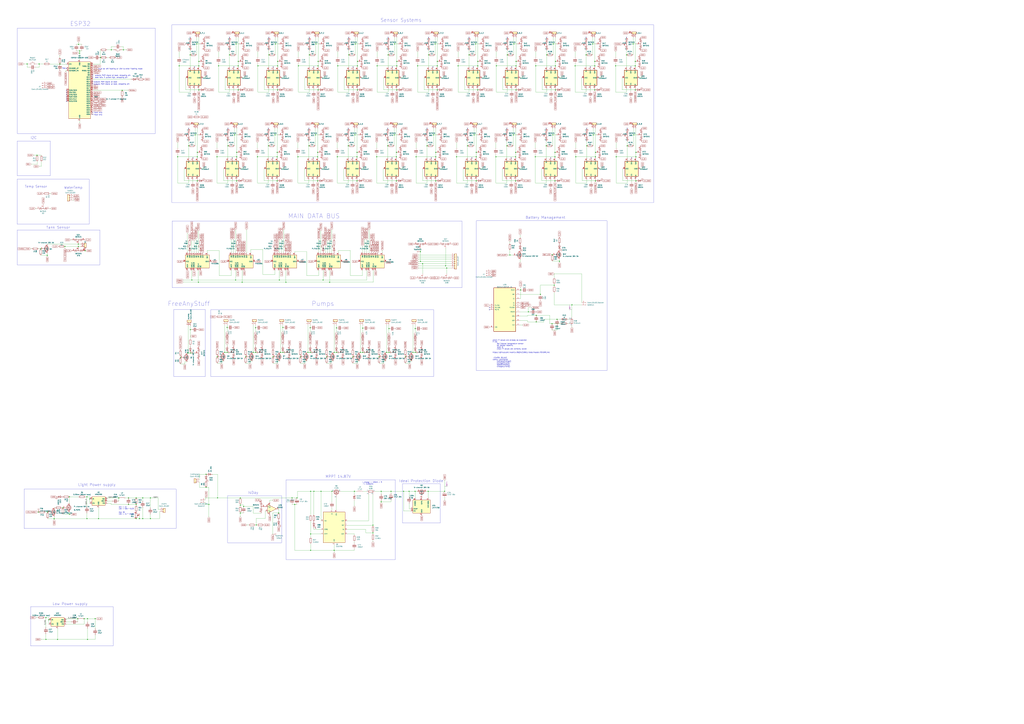
<source format=kicad_sch>
(kicad_sch (version 20230121) (generator eeschema)
  (paper "A0")
  (title_block (title "Plant Controller") (date "2020-12-21") (rev "0.4a") (company "C3MA"))
  (junction (at 242.57 586.105))
  (junction (at 460.756 104.394))
  (junction (at 279.019 586.867))
  (junction (at 649.605 303.53))
  (junction (at 415.036 76.454))
  (junction (at 110.49 718.82))
  (junction (at 738.378 182.118))
  (junction (at 387.985 639.445))
  (junction (at 100.965 577.215))
  (junction (at 228.346 51.054))
  (junction (at 276.606 76.454))
  (junction (at 274.066 51.054))
  (junction (at 261.112 409.448))
  (junction (at 321.818 177.038))
  (junction (at 322.326 76.454))
  (junction (at 390.652 409.448))
  (junction (at 239.268 566.293))
  (junction (at 143.256 57.912))
  (junction (at 239.268 551.053))
  (junction (at 552.196 51.054))
  (junction (at 437.896 76.454))
  (junction (at 321.818 210.058))
  (junction (at 100.965 602.615))
  (junction (at 230.378 327.914))
  (junction (at 598.678 210.058))
  (junction (at 667.766 76.454))
  (junction (at 442.595 582.93))
  (junction (at 490.728 306.324))
  (junction (at 454.025 570.865))
  (junction (at 621.538 182.118))
  (junction (at 226.568 156.718))
  (junction (at 507.746 76.454))
  (junction (at 552.958 182.118))
  (junction (at 488.188 292.354))
  (junction (at 297.561 609.981))
  (junction (at 415.036 104.394))
  (junction (at 642.366 51.054))
  (junction (at 368.808 210.058))
  (junction (at 346.456 76.454))
  (junction (at 218.44 410.21))
  (junction (at 360.172 380.746))
  (junction (at 505.206 51.054))
  (junction (at 482.092 409.448))
  (junction (at 599.186 71.374))
  (junction (at 328.422 380.492))
  (junction (at 474.98 570.865))
  (junction (at 690.626 71.374))
  (junction (at 264.668 169.418))
  (junction (at 165.735 578.485))
  (junction (at 348.742 414.528))
  (junction (at 104.267 579.628))
  (junction (at 421.132 409.448))
  (junction (at 457.708 156.718))
  (junction (at 274.828 177.038))
  (junction (at 598.678 177.038))
  (junction (at 483.108 182.118))
  (junction (at 641.35 295.91))
  (junction (at 62.865 602.615))
  (junction (at 450.596 63.754))
  (junction (at 73.025 589.915))
  (junction (at 141.859 104.902))
  (junction (at 263.652 409.448))
  (junction (at 42.926 180.34))
  (junction (at 344.805 578.485))
  (junction (at 497.586 63.754))
  (junction (at 279.019 596.138))
  (junction (at 92.456 59.182))
  (junction (at 627.507 342.011))
  (junction (at 449.072 409.448))
  (junction (at 554.736 104.394))
  (junction (at 229.108 210.058))
  (junction (at 158.115 602.615))
  (junction (at 664.083 354.203))
  (junction (at 634.238 169.418))
  (junction (at 516.255 570.865))
  (junction (at 294.132 409.448))
  (junction (at 530.098 182.118))
  (junction (at 299.466 76.454))
  (junction (at 229.108 177.038))
  (junction (at 404.368 169.418))
  (junction (at 285.242 414.528))
  (junction (at 622.046 76.454))
  (junction (at 319.786 51.054))
  (junction (at 149.225 578.485))
  (junction (at 668.528 182.118))
  (junction (at 360.172 409.448))
  (junction (at 437.388 182.118))
  (junction (at 421.132 381.254))
  (junction (at 468.63 570.865))
  (junction (at 411.48 570.865))
  (junction (at 404.876 63.754))
  (junction (at 331.978 327.914))
  (junction (at 646.811 370.967))
  (junction (at 47.244 289.052))
  (junction (at 161.925 602.615))
  (junction (at 433.07 610.235))
  (junction (at 272.288 156.718))
  (junction (at 738.378 210.058))
  (junction (at 252.222 414.528))
  (junction (at 369.316 104.394))
  (junction (at 507.746 71.374))
  (junction (at 737.616 71.374))
  (junction (at 497.205 570.865))
  (junction (at 460.248 177.038))
  (junction (at 53.34 742.95))
  (junction (at 360.68 639.445))
  (junction (at 596.138 156.718))
  (junction (at 575.818 182.118))
  (junction (at 727.456 63.754))
  (junction (at 458.216 51.054))
  (junction (at 273.558 325.374))
  (junction (at 442.595 570.865))
  (junction (at 507.746 104.394))
  (junction (at 481.965 570.865))
  (junction (at 390.652 381))
  (junction (at 691.388 182.118))
  (junction (at 137.795 578.485))
  (junction (at 375.158 325.374))
  (junction (at 388.112 409.448))
  (junction (at 252.603 578.485))
  (junction (at 90.932 283.718))
  (junction (at 542.798 169.418))
  (junction (at 552.958 177.038))
  (junction (at 266.446 63.754))
  (junction (at 312.166 63.754))
  (junction (at 385.445 570.865))
  (junction (at 366.776 51.054))
  (junction (at 598.678 182.118))
  (junction (at 116.586 66.802))
  (junction (at 206.248 182.118))
  (junction (at 644.398 177.038))
  (junction (at 495.808 169.418))
  (junction (at 738.378 177.038))
  (junction (at 66.802 742.95))
  (junction (at 222.758 325.374))
  (junction (at 409.702 414.528))
  (junction (at 517.398 308.864))
  (junction (at 369.316 71.374))
  (junction (at 80.645 577.215))
  (junction (at 644.398 210.058))
  (junction (at 97.79 718.82))
  (junction (at 392.176 76.454))
  (junction (at 298.958 182.118))
  (junction (at 550.418 156.718))
  (junction (at 680.466 63.754))
  (junction (at 230.886 76.454))
  (junction (at 364.49 570.865))
  (junction (at 460.248 210.058))
  (junction (at 735.838 156.718))
  (junction (at 75.438 286.258))
  (junction (at 316.992 414.528))
  (junction (at 531.876 76.454))
  (junction (at 411.988 156.718))
  (junction (at 230.886 104.394))
  (junction (at 56.642 720.09))
  (junction (at 737.616 104.394))
  (junction (at 220.726 63.754))
  (junction (at 415.036 71.374))
  (junction (at 158.115 586.105))
  (junction (at 114.427 602.615))
  (junction (at 345.948 182.118))
  (junction (at 688.086 51.054))
  (junction (at 544.576 63.754))
  (junction (at 690.626 104.394))
  (junction (at 599.186 104.394))
  (junction (at 588.518 169.418))
  (junction (at 451.612 381.762))
  (junction (at 737.616 76.454))
  (junction (at 479.552 409.448))
  (junction (at 276.606 104.394))
  (junction (at 129.286 57.912))
  (junction (at 274.828 210.058))
  (junction (at 358.648 169.418))
  (junction (at 276.606 71.374))
  (junction (at 505.968 210.058))
  (junction (at 296.672 409.448))
  (junction (at 174.625 602.615))
  (junction (at 44.704 594.995))
  (junction (at 319.278 156.718))
  (junction (at 433.07 619.125))
  (junction (at 372.745 570.865))
  (junction (at 360.68 570.865))
  (junction (at 460.756 71.374))
  (junction (at 98.806 291.338))
  (junction (at 450.088 169.418))
  (junction (at 342.265 586.105))
  (junction (at 158.115 578.485))
  (junction (at 505.968 182.118))
  (junction (at 149.225 586.105))
  (junction (at 604.393 336.931))
  (junction (at 282.829 588.518))
  (junction (at 470.662 414.528))
  (junction (at 251.968 182.118))
  (junction (at 691.388 210.058))
  (junction (at 296.672 380.746))
  (junction (at 208.026 76.454))
  (junction (at 274.828 182.118))
  (junction (at 484.886 76.454))
  (junction (at 644.398 182.118))
  (junction (at 322.326 71.374))
  (junction (at 323.596 596.011))
  (junction (at 382.778 327.914))
  (junction (at 391.668 182.118))
  (junction (at 728.218 169.418))
  (junction (at 596.646 51.054))
  (junction (at 253.746 76.454))
  (junction (at 691.388 177.038))
  (junction (at 322.326 104.394))
  (junction (at 359.156 63.754))
  (junction (at 321.818 182.118))
  (junction (at 80.645 597.535))
  (junction (at 451.612 409.448))
  (junction (at 460.248 182.118))
  (junction (at 505.968 177.038))
  (junction (at 90.932 286.258))
  (junction (at 45.466 74.295))
  (junction (at 324.358 325.374))
  (junction (at 366.268 156.718))
  (junction (at 263.652 380.492))
  (junction (at 634.746 63.754))
  (junction (at 101.6 742.95))
  (junction (at 360.68 620.395))
  (junction (at 220.98 383.032))
  (junction (at 230.886 71.374))
  (junction (at 622.681 366.395))
  (junction (at 53.34 717.55))
  (junction (at 554.736 71.374))
  (junction (at 715.518 182.118))
  (junction (at 440.182 414.528))
  (junction (at 735.076 51.054))
  (junction (at 165.735 602.615))
  (junction (at 554.736 76.454))
  (junction (at 31.496 74.295))
  (junction (at 643.509 331.343))
  (junction (at 599.186 76.454))
  (junction (at 54.864 296.672))
  (junction (at 482.092 381.762))
  (junction (at 311.658 169.418))
  (junction (at 622.681 374.015))
  (junction (at 412.496 51.054))
  (junction (at 379.222 414.528))
  (junction (at 101.6 718.82))
  (junction (at 339.09 578.485))
  (junction (at 414.528 210.058))
  (junction (at 460.756 76.454))
  (junction (at 90.17 718.82))
  (junction (at 552.958 210.058))
  (junction (at 589.026 63.754))
  (junction (at 503.428 156.718))
  (junction (at 644.906 76.454))
  (junction (at 229.108 182.118))
  (junction (at 209.55 415.29))
  (junction (at 369.316 76.454))
  (junction (at 281.178 327.914))
  (junction (at 174.625 578.485))
  (junction (at 55.245 594.995))
  (junction (at 328.422 409.448))
  (junction (at 488.188 303.784))
  (junction (at 690.626 76.454))
  (junction (at 644.906 71.374))
  (junction (at 688.848 156.718))
  (junction (at 613.537 362.331))
  (junction (at 640.969 376.047))
  (junction (at 220.98 410.21))
  (junction (at 592.074 296.291))
  (junction (at 714.756 76.454))
  (junction (at 69.596 74.422))
  (junction (at 92.456 61.722))
  (junction (at 418.592 409.448))
  (junction (at 518.668 311.404))
  (junction (at 368.808 182.118))
  (junction (at 91.186 51.562))
  (junction (at 325.882 409.448))
  (junction (at 414.528 182.118))
  (junction (at 576.326 76.454))
  (junction (at 414.528 177.038))
  (junction (at 368.808 177.038))
  (junction (at 644.906 104.394))
  (junction (at 279.019 578.485))
  (junction (at 641.858 156.718))
  (junction (at 681.228 169.418))
  (junction (at 218.948 169.418))
  (junction (at 357.632 409.448))
  (no_connect (at 681.228 149.098))
  (no_connect (at 359.156 43.434))
  (no_connect (at 107.696 132.842))
  (no_connect (at 593.598 183.388))
  (no_connect (at 77.216 107.442))
  (no_connect (at 409.448 183.388))
  (no_connect (at 634.238 149.098))
  (no_connect (at 547.878 183.388))
  (no_connect (at 404.368 149.098))
  (no_connect (at 568.325 359.791))
  (no_connect (at 500.888 183.388))
  (no_connect (at 107.696 97.282))
  (no_connect (at 107.696 87.122))
  (no_connect (at 77.216 112.522))
  (no_connect (at 495.808 149.098))
  (no_connect (at 77.216 117.602))
  (no_connect (at 363.728 183.388))
  (no_connect (at 269.748 183.388))
  (no_connect (at 107.696 89.662))
  (no_connect (at 224.028 183.388))
  (no_connect (at 639.826 77.724))
  (no_connect (at 634.746 43.434))
  (no_connect (at 264.668 149.098))
  (no_connect (at 639.318 183.388))
  (no_connect (at 77.216 104.902))
  (no_connect (at 685.546 77.724))
  (no_connect (at 107.696 94.742))
  (no_connect (at 77.216 79.502))
  (no_connect (at 107.696 130.302))
  (no_connect (at 728.218 149.098))
  (no_connect (at 680.466 43.434))
  (no_connect (at 358.648 149.098))
  (no_connect (at 312.166 43.434))
  (no_connect (at 266.446 43.434))
  (no_connect (at 727.456 43.434))
  (no_connect (at 549.656 77.724))
  (no_connect (at 409.956 77.724))
  (no_connect (at 450.596 43.434))
  (no_connect (at 686.308 183.388))
  (no_connect (at 450.088 149.098))
  (no_connect (at 455.168 183.388))
  (no_connect (at 364.236 77.724))
  (no_connect (at 311.658 149.098))
  (no_connect (at 497.586 43.434))
  (no_connect (at 77.216 115.062))
  (no_connect (at 568.325 357.251))
  (no_connect (at 589.026 43.434))
  (no_connect (at 732.536 77.724))
  (no_connect (at 77.216 109.982))
  (no_connect (at 502.666 77.724))
  (no_connect (at 594.106 77.724))
  (no_connect (at 317.246 77.724))
  (no_connect (at 404.876 43.434))
  (no_connect (at 225.806 77.724))
  (no_connect (at 220.726 43.434))
  (no_connect (at 271.526 77.724))
  (no_connect (at 588.518 149.098))
  (no_connect (at 455.676 77.724))
  (no_connect (at 544.576 43.434))
  (no_connect (at 733.298 183.388))
  (no_connect (at 542.798 149.098))
  (no_connect (at 218.948 149.098))
  (no_connect (at 316.738 183.388))
  (wire (pts (xy 43.053 187.833) (xy 43.053 190.754)))
  (wire (pts (xy 675.513 354.203) (xy 664.083 354.203)))
  (wire (pts (xy 76.962 720.09) (xy 76.962 718.82)))
  (wire (pts (xy 406.908 320.294) (xy 420.878 320.294)))
  (wire (pts (xy 220.726 103.124) (xy 220.726 106.934)))
  (wire (pts (xy 261.366 90.424) (xy 261.366 104.394)))
  (wire (pts (xy 311.658 164.338) (xy 311.658 169.418)))
  (wire (pts (xy 631.571 374.015) (xy 622.681 374.015)))
  (wire (pts (xy 274.828 149.098) (xy 274.828 177.038)))
  (wire (pts (xy 43.053 180.213) (xy 42.926 180.213)))
  (wire (pts (xy 133.096 54.102) (xy 129.286 54.102)))
  (wire (pts (xy 183.515 591.82) (xy 183.515 578.485)))
  (wire (pts (xy 451.612 381.762) (xy 451.612 386.588)))
  (wire (pts (xy 385.318 266.954) (xy 385.318 293.624)))
  (wire (pts (xy 345.44 570.865) (xy 345.44 578.485)))
  (wire (pts (xy 588.518 169.418) (xy 588.518 183.388)))
  (wire (pts (xy 322.326 43.434) (xy 322.326 71.374)))
  (wire (pts (xy 228.346 51.054) (xy 232.156 51.054)))
  (wire (pts (xy 274.828 210.058) (xy 274.828 211.328)))
  (wire (pts (xy 54.864 283.718) (xy 90.932 283.718)))
  (wire (pts (xy 279.019 596.138) (xy 279.019 600.329)))
  (wire (pts (xy 354.076 90.424) (xy 354.076 104.394)))
  (wire (pts (xy 629.158 210.058) (xy 644.398 210.058)))
  (wire (pts (xy 420.878 320.294) (xy 420.878 313.944)))
  (wire (pts (xy 322.072 419.608) (xy 322.072 422.148)))
  (wire (pts (xy 695.706 90.424) (xy 698.246 90.424)))
  (wire (pts (xy 263.652 377.698) (xy 263.652 380.492)))
  (wire (pts (xy 253.746 76.454) (xy 253.746 73.914)))
  (wire (pts (xy 92.456 59.182) (xy 94.996 59.182)))
  (wire (pts (xy 218.948 212.598) (xy 206.248 212.598)))
  (wire (pts (xy 231.648 551.053) (xy 239.268 551.053)))
  (wire (pts (xy 392.176 106.934) (xy 392.176 76.454)))
  (wire (pts (xy 359.156 106.934) (xy 346.456 106.934)))
  (wire (pts (xy 634.746 103.124) (xy 634.746 106.934)))
  (wire (pts (xy 485.648 308.864) (xy 517.398 308.864)))
  (wire (pts (xy 76.2 83.312) (xy 76.2 82.042)))
  (wire (pts (xy 478.282 419.608) (xy 475.742 419.608)))
  (wire (pts (xy 495.808 212.598) (xy 483.108 212.598)))
  (wire (pts (xy 372.745 605.155) (xy 372.745 570.865)))
  (wire (pts (xy 230.886 76.454) (xy 230.886 77.724)))
  (wire (pts (xy 185.42 602.615) (xy 185.42 594.36)))
  (wire (pts (xy 110.49 718.82) (xy 110.49 730.25)))
  (wire (pts (xy 467.868 194.818) (xy 467.868 196.088)))
  (wire (pts (xy 38.862 180.34) (xy 42.926 180.34)))
  (wire (pts (xy 399.796 104.394) (xy 415.036 104.394)))
  (wire (pts (xy 738.378 182.118) (xy 738.378 183.388)))
  (wire (pts (xy 390.652 409.448) (xy 388.112 409.448)))
  (wire (pts (xy 322.326 71.374) (xy 322.326 76.454)))
  (wire (pts (xy 422.148 194.818) (xy 422.148 196.088)))
  (wire (pts (xy 737.616 103.124) (xy 737.616 104.394)))
  (wire (pts (xy 390.525 578.485) (xy 390.525 592.455)))
  (wire (pts (xy 644.398 210.058) (xy 644.398 211.328)))
  (wire (pts (xy 470.662 413.258) (xy 470.662 414.528)))
  (wire (pts (xy 404.876 103.124) (xy 404.876 106.934)))
  (wire (pts (xy 450.088 164.338) (xy 450.088 169.418)))
  (wire (pts (xy 490.728 196.088) (xy 490.728 210.058)))
  (wire (pts (xy 437.896 76.454) (xy 437.896 73.914)))
  (wire (pts (xy 737.616 104.394) (xy 737.616 105.664)))
  (wire (pts (xy 735.838 156.718) (xy 739.648 156.718)))
  (wire (pts (xy 161.925 602.615) (xy 165.735 602.615)))
  (wire (pts (xy 217.678 270.764) (xy 217.678 293.624)))
  (wire (pts (xy 539.496 90.424) (xy 539.496 104.394)))
  (wire (pts (xy 329.438 194.818) (xy 329.438 196.088)))
  (wire (pts (xy 612.521 367.411) (xy 603.885 367.411)))
  (wire (pts (xy 537.718 196.088) (xy 537.718 210.058)))
  (wire (pts (xy 604.266 90.424) (xy 606.806 90.424)))
  (wire (pts (xy 345.948 182.118) (xy 345.948 179.578)))
  (wire (pts (xy 613.537 362.331) (xy 615.188 362.331)))
  (wire (pts (xy 497.205 570.865) (xy 497.205 578.485)))
  (wire (pts (xy 62.865 602.615) (xy 100.965 602.615)))
  (wire (pts (xy 659.003 370.967) (xy 660.273 370.967)))
  (wire (pts (xy 276.606 43.434) (xy 276.606 71.374)))
  (wire (pts (xy 512.826 90.424) (xy 515.366 90.424)))
  (wire (pts (xy 174.625 597.535) (xy 174.625 602.615)))
  (wire (pts (xy 346.456 76.454) (xy 369.316 76.454)))
  (wire (pts (xy 114.427 602.615) (xy 114.427 589.788)))
  (wire (pts (xy 640.207 295.91) (xy 641.35 295.91)))
  (wire (pts (xy 517.398 308.864) (xy 523.748 308.864)))
  (wire (pts (xy 385.445 570.865) (xy 385.445 582.93)))
  (wire (pts (xy 643.509 354.203) (xy 664.083 354.203)))
  (wire (pts (xy 714.756 76.454) (xy 714.756 73.914)))
  (wire (pts (xy 298.958 165.608) (xy 298.958 171.958)))
  (wire (pts (xy 680.466 106.934) (xy 667.766 106.934)))
  (wire (pts (xy 259.588 210.058) (xy 274.828 210.058)))
  (wire (pts (xy 409.702 413.258) (xy 409.702 414.528)))
  (wire (pts (xy 328.422 380.492) (xy 328.422 385.318)))
  (wire (pts (xy 737.616 43.434) (xy 737.616 71.374)))
  (wire (pts (xy 271.526 103.124) (xy 271.526 105.664)))
  (wire (pts (xy 324.358 313.944) (xy 324.358 325.374)))
  (wire (pts (xy 254.508 291.084) (xy 254.508 320.294)))
  (wire (pts (xy 128.905 584.708) (xy 128.905 586.105)))
  (wire (pts (xy 392.938 293.624) (xy 392.938 291.084)))
  (wire (pts (xy 643.509 318.135) (xy 643.509 322.707)))
  (wire (pts (xy 415.036 104.394) (xy 415.036 105.664)))
  (wire (pts (xy 411.48 570.865) (xy 411.48 574.04)))
  (wire (pts (xy 485.648 306.324) (xy 490.728 306.324)))
  (wire (pts (xy 364.236 103.124) (xy 364.236 105.664)))
  (wire (pts (xy 279.908 196.088) (xy 282.448 196.088)))
  (wire (pts (xy 392.938 291.084) (xy 406.908 291.084)))
  (wire (pts (xy 675.386 90.424) (xy 675.386 104.394)))
  (wire (pts (xy 321.818 182.118) (xy 321.818 183.388)))
  (wire (pts (xy 442.595 570.865) (xy 435.61 570.865)))
  (wire (pts (xy 484.886 76.454) (xy 507.746 76.454)))
  (wire (pts (xy 417.322 419.608) (xy 414.782 419.608)))
  (wire (pts (xy 542.798 169.418) (xy 542.798 183.388)))
  (wire (pts (xy 550.418 149.098) (xy 550.418 156.718)))
  (wire (pts (xy 92.456 59.182) (xy 92.456 61.722)))
  (wire (pts (xy 324.612 419.608) (xy 322.072 419.608)))
  (wire (pts (xy 58.166 74.295) (xy 58.293 74.295)))
  (wire (pts (xy 305.308 289.814) (xy 305.308 319.024)))
  (wire (pts (xy 358.648 212.598) (xy 345.948 212.598)))
  (wire (pts (xy 316.992 413.258) (xy 316.992 414.528)))
  (wire (pts (xy 691.388 149.098) (xy 691.388 177.038)))
  (wire (pts (xy 560.578 194.818) (xy 560.578 196.088)))
  (wire (pts (xy 360.68 570.865) (xy 364.49 570.865)))
  (wire (pts (xy 131.826 57.912) (xy 129.286 57.912)))
  (wire (pts (xy 530.098 212.598) (xy 530.098 182.118)))
  (wire (pts (xy 681.228 212.598) (xy 668.528 212.598)))
  (wire (pts (xy 411.48 581.66) (xy 411.48 588.01)))
  (wire (pts (xy 53.34 717.55) (xy 56.642 717.55)))
  (wire (pts (xy 100.965 596.265) (xy 100.965 602.615)))
  (wire (pts (xy 342.138 292.354) (xy 356.108 292.354)))
  (wire (pts (xy 552.196 51.054) (xy 556.006 51.054)))
  (wire (pts (xy 263.652 409.448) (xy 266.192 409.448)))
  (wire (pts (xy 97.79 718.82) (xy 101.6 718.82)))
  (wire (pts (xy 366.776 51.054) (xy 366.776 63.754)))
  (wire (pts (xy 239.268 566.293) (xy 242.57 566.293)))
  (wire (pts (xy 688.086 51.054) (xy 691.896 51.054)))
  (wire (pts (xy 723.138 210.058) (xy 738.378 210.058)))
  (wire (pts (xy 387.985 633.095) (xy 387.985 639.445)))
  (wire (pts (xy 261.366 104.394) (xy 276.606 104.394)))
  (wire (pts (xy 276.606 103.124) (xy 276.606 104.394)))
  (wire (pts (xy 596.138 156.718) (xy 596.138 169.418)))
  (wire (pts (xy 505.206 51.054) (xy 509.016 51.054)))
  (wire (pts (xy 382.778 327.914) (xy 433.578 327.914)))
  (wire (pts (xy 69.596 74.422) (xy 77.216 74.422)))
  (wire (pts (xy 110.49 718.82) (xy 111.76 718.82)))
  (wire (pts (xy 513.588 194.818) (xy 513.588 196.088)))
  (wire (pts (xy 328.422 409.448) (xy 325.882 409.448)))
  (wire (pts (xy 339.09 586.105) (xy 342.265 586.105)))
  (wire (pts (xy 323.469 591.185) (xy 323.596 591.185)))
  (wire (pts (xy 583.438 196.088) (xy 583.438 210.058)))
  (wire (pts (xy 437.388 212.598) (xy 437.388 182.118)))
  (wire (pts (xy 544.576 63.754) (xy 544.576 77.724)))
  (wire (pts (xy 356.108 320.294) (xy 370.078 320.294)))
  (wire (pts (xy 559.816 90.424) (xy 562.356 90.424)))
  (wire (pts (xy 185.42 591.82) (xy 183.515 591.82)))
  (wire (pts (xy 158.115 578.485) (xy 165.735 578.485)))
  (wire (pts (xy 484.886 76.454) (xy 484.886 73.914)))
  (wire (pts (xy 468.63 570.865) (xy 474.98 570.865)))
  (wire (pts (xy 404.876 106.934) (xy 392.176 106.934)))
  (wire (pts (xy 483.108 165.608) (xy 483.108 171.958)))
  (wire (pts (xy 372.745 570.865) (xy 385.445 570.865)))
  (wire (pts (xy 274.066 51.054) (xy 277.876 51.054)))
  (wire (pts (xy 62.865 602.615) (xy 62.865 603.885)))
  (wire (pts (xy 552.196 43.434) (xy 552.196 51.054)))
  (wire (pts (xy 268.478 278.384) (xy 268.478 293.624)))
  (wire (pts (xy 42.926 180.34) (xy 48.133 180.34)))
  (wire (pts (xy 279.019 586.867) (xy 282.829 586.867)))
  (wire (pts (xy 390.652 401.066) (xy 390.652 401.828)))
  (wire (pts (xy 627.507 342.011) (xy 627.507 331.343)))
  (wire (pts (xy 646.811 383.667) (xy 640.969 383.667)))
  (wire (pts (xy 375.158 313.944) (xy 375.158 325.374)))
  (wire (pts (xy 231.648 557.403) (xy 231.648 551.053)))
  (wire (pts (xy 481.965 570.865) (xy 481.965 578.485)))
  (wire (pts (xy 502.666 103.124) (xy 502.666 105.664)))
  (wire (pts (xy 596.646 43.434) (xy 596.646 51.054)))
  (wire (pts (xy 312.166 63.754) (xy 312.166 77.724)))
  (wire (pts (xy 141.859 104.902) (xy 107.696 104.902)))
  (wire (pts (xy 488.188 303.784) (xy 523.748 303.784)))
  (wire (pts (xy 649.605 300.99) (xy 649.605 303.53)))
  (wire (pts (xy 296.672 377.698) (xy 296.672 380.746)))
  (wire (pts (xy 404.368 169.418) (xy 404.368 183.388)))
  (wire (pts (xy 404.876 63.754) (xy 404.876 77.724)))
  (wire (pts (xy 450.596 63.754) (xy 450.596 77.724)))
  (wire (pts (xy 592.074 280.797) (xy 592.074 282.956)))
  (wire (pts (xy 497.586 106.934) (xy 484.886 106.934)))
  (wire (pts (xy 124.206 66.802) (xy 126.746 66.802)))
  (wire (pts (xy 516.255 581.152) (xy 516.255 578.485)))
  (wire (pts (xy 562.356 89.154) (xy 562.356 90.424)))
  (wire (pts (xy 503.428 156.718) (xy 503.428 169.418)))
  (wire (pts (xy 639.318 208.788) (xy 639.318 211.328)))
  (wire (pts (xy 100.965 602.615) (xy 114.427 602.615)))
  (wire (pts (xy 272.288 149.098) (xy 272.288 156.718)))
  (wire (pts (xy 411.48 620.395) (xy 411.48 621.665)))
  (wire (pts (xy 327.406 90.424) (xy 329.946 90.424)))
  (wire (pts (xy 639.826 103.124) (xy 639.826 105.664)))
  (wire (pts (xy 76.962 718.82) (xy 90.17 718.82)))
  (wire (pts (xy 251.968 182.118) (xy 274.828 182.118)))
  (wire (pts (xy 594.106 103.124) (xy 594.106 105.664)))
  (wire (pts (xy 531.876 59.944) (xy 531.876 66.294)))
  (wire (pts (xy 92.456 61.722) (xy 91.186 61.722)))
  (wire (pts (xy 643.509 331.343) (xy 643.509 330.327)))
  (wire (pts (xy 234.188 196.088) (xy 236.728 196.088)))
  (wire (pts (xy 391.668 182.118) (xy 391.668 179.578)))
  (wire (pts (xy 475.742 422.148) (xy 470.662 422.148)))
  (wire (pts (xy 100.965 577.215) (xy 104.267 577.215)))
  (wire (pts (xy 598.678 208.788) (xy 598.678 210.058)))
  (wire (pts (xy 427.99 605.155) (xy 403.225 605.155)))
  (wire (pts (xy 714.756 59.944) (xy 714.756 66.294)))
  (wire (pts (xy 451.612 409.448) (xy 449.072 409.448)))
  (wire (pts (xy 34.036 78.105) (xy 31.496 78.105)))
  (wire (pts (xy 421.132 381.254) (xy 421.132 386.08)))
  (wire (pts (xy 129.286 54.102) (xy 129.286 57.912)))
  (wire (pts (xy 379.222 413.258) (xy 379.222 414.528)))
  (wire (pts (xy 322.326 104.394) (xy 322.326 105.664)))
  (wire (pts (xy 544.576 103.124) (xy 544.576 106.934)))
  (wire (pts (xy 53.34 717.55) (xy 53.34 728.98)))
  (wire (pts (xy 274.066 43.434) (xy 274.066 51.054)))
  (wire (pts (xy 451.612 409.448) (xy 454.152 409.448)))
  (wire (pts (xy 317.246 103.124) (xy 317.246 105.664)))
  (wire (pts (xy 552.958 208.788) (xy 552.958 210.058)))
  (wire (pts (xy 468.376 89.154) (xy 468.376 90.424)))
  (wire (pts (xy 360.68 620.395) (xy 372.745 620.395)))
  (wire (pts (xy 294.132 596.265) (xy 303.149 596.265)))
  (wire (pts (xy 458.216 43.434) (xy 458.216 51.054)))
  (wire (pts (xy 220.98 410.21) (xy 225.806 410.21)))
  (wire (pts (xy 364.49 615.315) (xy 364.49 613.41)))
  (wire (pts (xy 76.962 725.17) (xy 97.79 725.17)))
  (wire (pts (xy 445.516 90.424) (xy 445.516 104.394)))
  (wire (pts (xy 442.595 582.93) (xy 442.595 584.2)))
  (wire (pts (xy 212.598 325.374) (xy 222.758 325.374)))
  (wire (pts (xy 411.48 570.865) (xy 414.02 570.865)))
  (wire (pts (xy 290.322 419.608) (xy 290.322 422.148)))
  (wire (pts (xy 433.07 610.235) (xy 433.07 610.87)))
  (wire (pts (xy 263.652 380.492) (xy 263.652 385.318)))
  (wire (pts (xy 604.393 336.931) (xy 605.155 336.931)))
  (wire (pts (xy 399.796 90.424) (xy 399.796 104.394)))
  (wire (pts (xy 414.782 419.608) (xy 414.782 422.148)))
  (wire (pts (xy 423.418 278.384) (xy 423.418 293.624)))
  (wire (pts (xy 226.568 156.718) (xy 230.378 156.718)))
  (wire (pts (xy 259.588 196.088) (xy 259.588 210.058)))
  (wire (pts (xy 644.906 71.374) (xy 644.906 76.454)))
  (wire (pts (xy 507.746 103.124) (xy 507.746 104.394)))
  (wire (pts (xy 345.44 570.865) (xy 360.68 570.865)))
  (wire (pts (xy 331.978 327.914) (xy 382.778 327.914)))
  (wire (pts (xy 360.172 380.746) (xy 360.172 385.572)))
  (wire (pts (xy 246.888 551.053) (xy 252.603 551.053)))
  (wire (pts (xy 667.766 59.944) (xy 667.766 66.294)))
  (wire (pts (xy 649.986 90.424) (xy 652.526 90.424)))
  (wire (pts (xy 505.968 210.058) (xy 505.968 211.328)))
  (wire (pts (xy 387.985 639.445) (xy 387.985 641.985)))
  (wire (pts (xy 598.678 182.118) (xy 598.678 183.388)))
  (wire (pts (xy 507.746 43.434) (xy 507.746 71.374)))
  (wire (pts (xy 54.864 296.672) (xy 54.864 297.942)))
  (wire (pts (xy 296.672 380.746) (xy 296.672 385.572)))
  (wire (pts (xy 403.225 610.235) (xy 433.07 610.235)))
  (wire (pts (xy 272.288 156.718) (xy 272.288 169.418)))
  (wire (pts (xy 474.98 584.835) (xy 474.98 591.185)))
  (wire (pts (xy 242.57 586.105) (xy 242.57 600.71)))
  (wire (pts (xy 281.178 327.914) (xy 331.978 327.914)))
  (wire (pts (xy 212.598 327.914) (xy 230.378 327.914)))
  (wire (pts (xy 57.658 242.189) (xy 58.928 242.189)))
  (wire (pts (xy 403.225 620.395) (xy 411.48 620.395)))
  (wire (pts (xy 253.746 59.944) (xy 253.746 66.294)))
  (wire (pts (xy 627.507 331.343) (xy 643.509 331.343)))
  (wire (pts (xy 319.786 51.054) (xy 319.786 63.754)))
  (wire (pts (xy 425.958 278.384) (xy 425.958 293.624)))
  (wire (pts (xy 406.908 291.084) (xy 406.908 320.294)))
  (wire (pts (xy 91.186 51.562) (xy 94.996 51.562)))
  (wire (pts (xy 215.646 104.394) (xy 230.886 104.394)))
  (wire (pts (xy 542.798 164.338) (xy 542.798 169.418)))
  (wire (pts (xy 364.49 570.865) (xy 372.745 570.865)))
  (wire (pts (xy 286.258 266.954) (xy 286.258 293.624)))
  (wire (pts (xy 599.186 104.394) (xy 599.186 105.664)))
  (wire (pts (xy 321.818 210.058) (xy 321.818 211.328)))
  (wire (pts (xy 552.958 177.038) (xy 552.958 182.118)))
  (wire (pts (xy 261.112 409.448) (xy 259.842 409.448)))
  (wire (pts (xy 445.008 210.058) (xy 460.248 210.058)))
  (wire (pts (xy 297.561 602.234) (xy 308.229 602.234)))
  (wire (pts (xy 145.415 578.485) (xy 149.225 578.485)))
  (wire (pts (xy 638.429 366.395) (xy 622.681 366.395)))
  (wire (pts (xy 321.818 149.098) (xy 321.818 177.038)))
  (wire (pts (xy 73.025 597.535) (xy 80.645 597.535)))
  (wire (pts (xy 220.98 383.032) (xy 222.504 383.032)))
  (wire (pts (xy 414.528 149.098) (xy 414.528 177.038)))
  (wire (pts (xy 281.178 313.944) (xy 281.178 327.914)))
  (wire (pts (xy 360.68 605.79) (xy 360.68 620.395)))
  (wire (pts (xy 42.418 242.189) (xy 41.148 242.189)))
  (wire (pts (xy 299.466 106.934) (xy 299.466 76.454)))
  (wire (pts (xy 312.166 58.674) (xy 312.166 63.754)))
  (wire (pts (xy 274.828 208.788) (xy 274.828 210.058)))
  (wire (pts (xy 427.99 574.675) (xy 427.99 605.155)))
  (wire (pts (xy 414.782 422.148) (xy 409.702 422.148)))
  (wire (pts (xy 447.802 419.608) (xy 445.262 419.608)))
  (wire (pts (xy 101.6 718.82) (xy 101.6 722.63)))
  (wire (pts (xy 483.108 182.118) (xy 505.968 182.118)))
  (wire (pts (xy 451.612 377.698) (xy 451.612 381.762)))
  (wire (pts (xy 128.905 586.105) (xy 149.225 586.105)))
  (wire (pts (xy 443.738 291.084) (xy 443.738 293.624)))
  (wire (pts (xy 325.882 409.448) (xy 324.612 409.448)))
  (wire (pts (xy 225.806 103.124) (xy 225.806 105.664)))
  (wire (pts (xy 76.2 82.042) (xy 77.216 82.042)))
  (wire (pts (xy 263.652 401.828) (xy 263.652 400.558)))
  (wire (pts (xy 263.652 409.448) (xy 261.112 409.448)))
  (wire (pts (xy 460.248 149.098) (xy 460.248 177.038)))
  (wire (pts (xy 230.886 103.124) (xy 230.886 104.394)))
  (wire (pts (xy 124.587 578.485) (xy 137.795 578.485)))
  (wire (pts (xy 542.798 212.598) (xy 530.098 212.598)))
  (wire (pts (xy 554.736 76.454) (xy 554.736 77.724)))
  (wire (pts (xy 500.888 208.788) (xy 500.888 211.328)))
  (wire (pts (xy 41.91 717.55) (xy 43.942 717.55)))
  (wire (pts (xy 80.645 597.535) (xy 80.645 594.995)))
  (wire (pts (xy 208.026 76.454) (xy 230.886 76.454)))
  (wire (pts (xy 643.509 318.135) (xy 675.513 318.135)))
  (wire (pts (xy 552.958 182.118) (xy 552.958 183.388)))
  (wire (pts (xy 688.086 43.434) (xy 688.086 51.054)))
  (wire (pts (xy 230.378 268.224) (xy 230.378 293.624)))
  (wire (pts (xy 143.256 57.912) (xy 141.986 57.912)))
  (wire (pts (xy 360.172 400.812) (xy 360.172 401.828)))
  (wire (pts (xy 229.108 177.038) (xy 229.108 182.118)))
  (wire (pts (xy 225.298 279.654) (xy 225.298 293.624)))
  (wire (pts (xy 322.326 76.454) (xy 322.326 77.724)))
  (wire (pts (xy 174.625 578.485) (xy 183.515 578.485)))
  (wire (pts (xy 691.388 208.788) (xy 691.388 210.058)))
  (wire (pts (xy 274.828 182.118) (xy 274.828 183.388)))
  (wire (pts (xy 421.132 377.698) (xy 421.132 381.254)))
  (wire (pts (xy 80.645 577.215) (xy 80.645 584.835)))
  (wire (pts (xy 485.648 303.784) (xy 488.188 303.784)))
  (wire (pts (xy 218.44 410.21) (xy 217.17 410.21)))
  (wire (pts (xy 69.596 66.802) (xy 69.596 64.262)))
  (wire (pts (xy 598.678 210.058) (xy 598.678 211.328)))
  (wire (pts (xy 505.206 51.054) (xy 505.206 63.754)))
  (wire (pts (xy 48.133 193.294) (xy 48.133 187.96)))
  (wire (pts (xy 631.571 370.967) (xy 631.571 374.015)))
  (wire (pts (xy 218.948 169.418) (xy 218.948 183.388)))
  (wire (pts (xy 230.886 43.434) (xy 230.886 71.374)))
  (wire (pts (xy 124.587 582.168) (xy 124.714 582.168)))
  (wire (pts (xy 238.125 583.565) (xy 238.125 586.105)))
  (wire (pts (xy 261.112 377.698) (xy 261.112 409.448)))
  (wire (pts (xy 403.225 615.315) (xy 424.815 615.315)))
  (wire (pts (xy 104.267 579.628) (xy 104.267 584.708)))
  (wire (pts (xy 596.138 156.718) (xy 599.948 156.718)))
  (wire (pts (xy 99.822 291.338) (xy 98.806 291.338)))
  (wire (pts (xy 266.446 58.674) (xy 266.446 63.754)))
  (wire (pts (xy 80.645 597.535) (xy 81.915 597.535)))
  (wire (pts (xy 696.468 196.088) (xy 699.008 196.088)))
  (wire (pts (xy 646.811 378.587) (xy 646.811 383.667)))
  (wire (pts (xy 252.603 551.053) (xy 252.603 578.485)))
  (wire (pts (xy 641.35 295.91) (xy 641.985 295.91)))
  (wire (pts (xy 583.946 90.424) (xy 583.946 104.394)))
  (wire (pts (xy 644.906 43.434) (xy 644.906 71.374)))
  (wire (pts (xy 606.806 89.154) (xy 606.806 90.424)))
  (wire (pts (xy 90.932 283.718) (xy 93.726 283.718)))
  (wire (pts (xy 589.661 296.291) (xy 592.074 296.291)))
  (wire (pts (xy 437.896 106.934) (xy 437.896 76.454)))
  (wire (pts (xy 240.538 291.084) (xy 240.538 293.624)))
  (wire (pts (xy 369.316 71.374) (xy 369.316 76.454)))
  (wire (pts (xy 31.496 74.295) (xy 31.496 78.105)))
  (wire (pts (xy 675.386 104.394) (xy 690.626 104.394)))
  (wire (pts (xy 460.248 208.788) (xy 460.248 210.058)))
  (wire (pts (xy 621.538 165.608) (xy 621.538 171.958)))
  (wire (pts (xy 634.746 58.674) (xy 634.746 63.754)))
  (wire (pts (xy 485.648 296.164) (xy 523.748 296.164)))
  (wire (pts (xy 598.678 177.038) (xy 598.678 182.118)))
  (wire (pts (xy 47.752 742.95) (xy 53.34 742.95)))
  (wire (pts (xy 442.595 574.04) (xy 442.595 570.865)))
  (wire (pts (xy 129.286 57.912) (xy 124.206 57.912)))
  (wire (pts (xy 445.008 196.088) (xy 445.008 210.058)))
  (wire (pts (xy 723.138 196.088) (xy 723.138 210.058)))
  (wire (pts (xy 643.509 339.979) (xy 643.509 354.203)))
  (wire (pts (xy 228.346 51.054) (xy 228.346 63.754)))
  (wire (pts (xy 319.278 149.098) (xy 319.278 156.718)))
  (wire (pts (xy 359.156 103.124) (xy 359.156 106.934)))
  (wire (pts (xy 576.326 76.454) (xy 599.186 76.454)))
  (wire (pts (xy 644.398 182.118) (xy 644.398 183.388)))
  (wire (pts (xy 326.898 196.088) (xy 329.438 196.088)))
  (wire (pts (xy 737.616 76.454) (xy 737.616 77.724)))
  (wire (pts (xy 228.346 43.434) (xy 228.346 51.054)))
  (wire (pts (xy 316.611 581.152) (xy 313.309 581.152)))
  (wire (pts (xy 409.448 208.788) (xy 409.448 211.328)))
  (wire (pts (xy 415.036 43.434) (xy 415.036 71.374)))
  (wire (pts (xy 485.648 298.704) (xy 523.748 298.704)))
  (wire (pts (xy 229.108 210.058) (xy 229.108 211.328)))
  (wire (pts (xy 82.042 278.638) (xy 83.312 278.638)))
  (wire (pts (xy 370.078 278.384) (xy 370.078 293.624)))
  (wire (pts (xy 299.466 76.454) (xy 299.466 73.914)))
  (wire (pts (xy 492.506 104.394) (xy 507.746 104.394)))
  (wire (pts (xy 357.632 409.448) (xy 356.362 409.448)))
  (wire (pts (xy 305.308 319.024) (xy 319.278 319.024)))
  (wire (pts (xy 612.521 374.015) (xy 622.681 374.015)))
  (wire (pts (xy 306.578 210.058) (xy 321.818 210.058)))
  (wire (pts (xy 537.718 210.058) (xy 552.958 210.058)))
  (wire (pts (xy 323.596 591.185) (xy 323.596 596.011)))
  (wire (pts (xy 691.388 182.118) (xy 691.388 183.388)))
  (wire (pts (xy 251.968 182.118) (xy 251.968 179.578)))
  (wire (pts (xy 698.246 89.154) (xy 698.246 90.424)))
  (wire (pts (xy 218.44 410.21) (xy 220.98 410.21)))
  (wire (pts (xy 681.228 164.338) (xy 681.228 169.418)))
  (wire (pts (xy 681.228 208.788) (xy 681.228 212.598)))
  (wire (pts (xy 412.496 51.054) (xy 416.306 51.054)))
  (wire (pts (xy 124.714 582.295) (xy 130.175 582.295)))
  (wire (pts (xy 101.6 730.25) (xy 101.6 742.95)))
  (wire (pts (xy 116.586 66.802) (xy 116.586 74.422)))
  (wire (pts (xy 411.988 156.718) (xy 411.988 169.418)))
  (wire (pts (xy 358.648 164.338) (xy 358.648 169.418)))
  (wire (pts (xy 273.558 266.954) (xy 273.558 293.624)))
  (wire (pts (xy 505.968 208.788) (xy 505.968 210.058)))
  (wire (pts (xy 450.596 103.124) (xy 450.596 106.934)))
  (wire (pts (xy 90.932 286.258) (xy 93.726 286.258)))
  (wire (pts (xy 124.587 584.708) (xy 128.905 584.708)))
  (wire (pts (xy 475.742 419.608) (xy 475.742 422.148)))
  (wire (pts (xy 230.886 104.394) (xy 230.886 105.664)))
  (wire (pts (xy 621.538 212.598) (xy 621.538 182.118)))
  (wire (pts (xy 158.115 586.105) (xy 158.115 587.375)))
  (wire (pts (xy 603.885 301.371) (xy 603.885 304.673)))
  (wire (pts (xy 437.388 182.118) (xy 437.388 179.578)))
  (wire (pts (xy 603.885 342.011) (xy 627.507 342.011)))
  (wire (pts (xy 652.018 194.818) (xy 652.018 196.088)))
  (wire (pts (xy 455.168 208.788) (xy 455.168 211.328)))
  (wire (pts (xy 474.98 570.865) (xy 474.98 577.215)))
  (wire (pts (xy 236.728 194.818) (xy 236.728 196.088)))
  (wire (pts (xy 681.228 169.418) (xy 681.228 183.388)))
  (wire (pts (xy 589.026 103.124) (xy 589.026 106.934)))
  (wire (pts (xy 107.696 74.422) (xy 116.586 74.422)))
  (wire (pts (xy 411.48 639.445) (xy 387.985 639.445)))
  (wire (pts (xy 460.248 210.058) (xy 460.248 211.328)))
  (wire (pts (xy 324.358 278.384) (xy 324.358 293.624)))
  (wire (pts (xy 27.686 74.295) (xy 31.496 74.295)))
  (wire (pts (xy 685.546 103.124) (xy 685.546 105.664)))
  (wire (pts (xy 589.026 63.754) (xy 589.026 77.724)))
  (wire (pts (xy 266.446 103.124) (xy 266.446 106.934)))
  (wire (pts (xy 47.244 296.672) (xy 54.864 296.672)))
  (wire (pts (xy 621.538 182.118) (xy 644.398 182.118)))
  (wire (pts (xy 390.652 377.698) (xy 390.652 381)))
  (wire (pts (xy 240.538 291.084) (xy 254.508 291.084)))
  (wire (pts (xy 460.756 71.374) (xy 460.756 76.454)))
  (wire (pts (xy 715.518 182.118) (xy 738.378 182.118)))
  (wire (pts (xy 411.48 629.285) (xy 411.48 630.555)))
  (wire (pts (xy 360.68 631.825) (xy 360.68 639.445)))
  (wire (pts (xy 599.186 103.124) (xy 599.186 104.394)))
  (wire (pts (xy 733.298 208.788) (xy 733.298 211.328)))
  (wire (pts (xy 58.293 74.295) (xy 58.293 74.422)))
  (wire (pts (xy 644.906 104.394) (xy 644.906 105.664)))
  (wire (pts (xy 251.968 212.598) (xy 251.968 182.118)))
  (wire (pts (xy 213.868 210.058) (xy 229.108 210.058)))
  (wire (pts (xy 629.666 104.394) (xy 644.906 104.394)))
  (wire (pts (xy 252.222 413.258) (xy 252.222 414.528)))
  (wire (pts (xy 299.466 59.944) (xy 299.466 66.294)))
  (wire (pts (xy 668.528 212.598) (xy 668.528 182.118)))
  (wire (pts (xy 691.388 177.038) (xy 691.388 182.118)))
  (wire (pts (xy 231.648 559.943) (xy 231.648 566.293)))
  (wire (pts (xy 344.805 578.485) (xy 345.44 578.485)))
  (wire (pts (xy 474.98 570.865) (xy 481.965 570.865)))
  (wire (pts (xy 503.428 149.098) (xy 503.428 156.718)))
  (wire (pts (xy 238.125 578.485) (xy 252.603 578.485)))
  (wire (pts (xy 476.885 593.725) (xy 468.63 593.725)))
  (wire (pts (xy 732.536 103.124) (xy 732.536 105.664)))
  (wire (pts (xy 518.668 311.404) (xy 523.748 311.404)))
  (wire (pts (xy 458.216 51.054) (xy 458.216 63.754)))
  (wire (pts (xy 479.552 409.448) (xy 478.282 409.448)))
  (wire (pts (xy 56.642 720.09) (xy 56.642 725.17)))
  (wire (pts (xy 331.978 313.944) (xy 331.978 327.914)))
  (wire (pts (xy 550.418 156.718) (xy 554.228 156.718)))
  (wire (pts (xy 544.576 106.934) (xy 531.876 106.934)))
  (wire (pts (xy 642.366 51.054) (xy 646.176 51.054)))
  (wire (pts (xy 91.186 49.022) (xy 91.186 51.562)))
  (wire (pts (xy 375.158 325.374) (xy 425.958 325.374)))
  (wire (pts (xy 319.278 319.024) (xy 319.278 313.944)))
  (wire (pts (xy 641.858 149.098) (xy 641.858 156.718)))
  (wire (pts (xy 583.946 104.394) (xy 599.186 104.394)))
  (wire (pts (xy 368.808 210.058) (xy 368.808 211.328)))
  (wire (pts (xy 328.422 409.448) (xy 330.962 409.448)))
  (wire (pts (xy 279.019 586.867) (xy 279.019 588.137)))
  (wire (pts (xy 208.026 106.934) (xy 208.026 76.454)))
  (wire (pts (xy 404.368 164.338) (xy 404.368 169.418)))
  (wire (pts (xy 345.948 165.608) (xy 345.948 171.958)))
  (wire (pts (xy 360.172 377.698) (xy 360.172 380.746)))
  (wire (pts (xy 603.758 196.088) (xy 606.298 196.088)))
  (wire (pts (xy 346.456 59.944) (xy 346.456 66.294)))
  (wire (pts (xy 88.646 51.562) (xy 91.186 51.562)))
  (wire (pts (xy 319.278 156.718) (xy 323.088 156.718)))
  (wire (pts (xy 363.728 208.788) (xy 363.728 211.328)))
  (wire (pts (xy 291.338 289.814) (xy 305.308 289.814)))
  (wire (pts (xy 404.368 208.788) (xy 404.368 212.598)))
  (wire (pts (xy 576.326 106.934) (xy 576.326 76.454)))
  (wire (pts (xy 45.466 74.295) (xy 45.466 78.105)))
  (wire (pts (xy 640.969 376.047) (xy 651.383 376.047)))
  (wire (pts (xy 450.088 212.598) (xy 437.388 212.598)))
  (wire (pts (xy 368.808 149.098) (xy 368.808 177.038)))
  (wire (pts (xy 728.218 169.418) (xy 728.218 183.388)))
  (wire (pts (xy 479.552 377.698) (xy 479.552 409.448)))
  (wire (pts (xy 588.518 212.598) (xy 575.818 212.598)))
  (wire (pts (xy 691.388 210.058) (xy 691.388 211.328)))
  (wire (pts (xy 644.398 177.038) (xy 644.398 182.118)))
  (wire (pts (xy 589.026 58.674) (xy 589.026 63.754)))
  (wire (pts (xy 688.848 149.098) (xy 688.848 156.718)))
  (wire (pts (xy 165.735 589.915) (xy 165.735 602.615)))
  (wire (pts (xy 420.116 90.424) (xy 422.656 90.424)))
  (wire (pts (xy 57.912 224.79) (xy 59.182 224.79)))
  (wire (pts (xy 342.265 586.105) (xy 344.805 586.105)))
  (wire (pts (xy 308.229 602.234) (xy 308.229 593.725)))
  (wire (pts (xy 297.561 609.981) (xy 298.45 609.981)))
  (wire (pts (xy 226.568 149.098) (xy 226.568 156.718)))
  (wire (pts (xy 488.188 292.354) (xy 488.188 303.784)))
  (wire (pts (xy 390.652 381) (xy 390.652 385.826)))
  (wire (pts (xy 296.418 609.981) (xy 297.561 609.981)))
  (wire (pts (xy 668.528 165.608) (xy 668.528 171.958)))
  (wire (pts (xy 517.398 288.544) (xy 517.398 308.864)))
  (wire (pts (xy 412.496 43.434) (xy 412.496 51.054)))
  (wire (pts (xy 494.665 570.865) (xy 497.205 570.865)))
  (wire (pts (xy 576.326 59.944) (xy 576.326 66.294)))
  (wire (pts (xy 251.968 165.608) (xy 251.968 171.958)))
  (wire (pts (xy 742.696 90.424) (xy 745.236 90.424)))
  (wire (pts (xy 495.808 208.788) (xy 495.808 212.598)))
  (wire (pts (xy 227.838 277.114) (xy 227.838 293.624)))
  (wire (pts (xy 690.626 71.374) (xy 690.626 76.454)))
  (wire (pts (xy 140.716 54.102) (xy 143.256 54.102)))
  (wire (pts (xy 460.756 104.394) (xy 460.756 105.664)))
  (wire (pts (xy 699.008 194.818) (xy 699.008 196.088)))
  (wire (pts (xy 31.496 74.295) (xy 32.766 74.295)))
  (wire (pts (xy 36.195 190.754) (xy 43.053 190.754)))
  (wire (pts (xy 603.885 377.571) (xy 606.933 377.571)))
  (wire (pts (xy 518.668 311.404) (xy 518.668 317.754)))
  (wire (pts (xy 319.786 51.054) (xy 323.596 51.054)))
  (wire (pts (xy 376.428 194.818) (xy 376.428 196.088)))
  (wire (pts (xy 450.088 169.418) (xy 450.088 183.388)))
  (wire (pts (xy 634.746 106.934) (xy 622.046 106.934)))
  (wire (pts (xy 634.238 164.338) (xy 634.238 169.418)))
  (wire (pts (xy 214.63 420.37) (xy 214.63 422.91)))
  (wire (pts (xy 422.656 89.154) (xy 422.656 90.424)))
  (wire (pts (xy 414.528 208.788) (xy 414.528 210.058)))
  (wire (pts (xy 52.705 594.995) (xy 55.245 594.995)))
  (wire (pts (xy 395.605 570.865) (xy 411.48 570.865)))
  (wire (pts (xy 531.876 106.934) (xy 531.876 76.454)))
  (wire (pts (xy 544.576 58.674) (xy 544.576 63.754)))
  (wire (pts (xy 346.456 76.454) (xy 346.456 73.914)))
  (wire (pts (xy 88.646 59.182) (xy 92.456 59.182)))
  (wire (pts (xy 366.268 156.718) (xy 370.078 156.718)))
  (wire (pts (xy 307.086 104.394) (xy 322.326 104.394)))
  (wire (pts (xy 622.046 76.454) (xy 644.906 76.454)))
  (wire (pts (xy 531.876 76.454) (xy 531.876 73.914)))
  (wire (pts (xy 369.316 103.124) (xy 369.316 104.394)))
  (wire (pts (xy 644.906 76.454) (xy 644.906 77.724)))
  (wire (pts (xy 366.268 156.718) (xy 366.268 169.418)))
  (wire (pts (xy 353.822 422.148) (xy 348.742 422.148)))
  (wire (pts (xy 603.885 372.491) (xy 612.521 372.491)))
  (wire (pts (xy 311.658 212.598) (xy 298.958 212.598)))
  (wire (pts (xy 360.172 409.448) (xy 362.712 409.448)))
  (wire (pts (xy 727.456 58.674) (xy 727.456 63.754)))
  (wire (pts (xy 100.965 577.215) (xy 100.965 588.645)))
  (wire (pts (xy 388.112 377.698) (xy 388.112 409.448)))
  (wire (pts (xy 415.036 76.454) (xy 415.036 77.724)))
  (wire (pts (xy 299.466 76.454) (xy 322.326 76.454)))
  (wire (pts (xy 460.248 177.038) (xy 460.248 182.118)))
  (wire (pts (xy 667.766 106.934) (xy 667.766 76.454)))
  (wire (pts (xy 238.506 89.154) (xy 238.506 90.424)))
  (wire (pts (xy 359.156 63.754) (xy 359.156 77.724)))
  (wire (pts (xy 603.885 336.931) (xy 604.393 336.931)))
  (wire (pts (xy 215.646 90.424) (xy 215.646 104.394)))
  (wire (pts (xy 377.698 286.004) (xy 377.698 293.624)))
  (wire (pts (xy 44.704 594.995) (xy 45.085 594.995)))
  (wire (pts (xy 353.568 210.058) (xy 368.808 210.058)))
  (wire (pts (xy 613.537 357.378) (xy 613.537 362.331)))
  (wire (pts (xy 411.48 638.175) (xy 411.48 639.445)))
  (wire (pts (xy 218.948 164.338) (xy 218.948 169.418)))
  (wire (pts (xy 288.798 609.981) (xy 286.512 609.981)))
  (wire (pts (xy 148.971 104.902) (xy 141.859 104.902)))
  (wire (pts (xy 329.438 266.954) (xy 329.438 293.624)))
  (wire (pts (xy 507.746 76.454) (xy 507.746 77.724)))
  (wire (pts (xy 391.668 165.608) (xy 391.668 171.958)))
  (wire (pts (xy 629.666 90.424) (xy 629.666 104.394)))
  (wire (pts (xy 366.776 51.054) (xy 370.586 51.054)))
  (wire (pts (xy 642.366 51.054) (xy 642.366 63.754)))
  (wire (pts (xy 649.478 196.088) (xy 652.018 196.088)))
  (wire (pts (xy 208.026 59.944) (xy 208.026 66.294)))
  (wire (pts (xy 575.818 182.118) (xy 598.678 182.118)))
  (wire (pts (xy 735.076 51.054) (xy 735.076 63.754)))
  (wire (pts (xy 384.302 419.608) (xy 384.302 422.148)))
  (wire (pts (xy 421.132 401.32) (xy 421.132 401.828)))
  (wire (pts (xy 54.864 296.672) (xy 54.864 294.132)))
  (wire (pts (xy 592.074 296.291) (xy 596.265 296.291)))
  (wire (pts (xy 354.076 104.394) (xy 369.316 104.394)))
  (wire (pts (xy 229.108 149.098) (xy 229.108 177.038)))
  (wire (pts (xy 253.746 106.934) (xy 253.746 76.454)))
  (wire (pts (xy 279.019 595.757) (xy 279.019 596.138)))
  (wire (pts (xy 312.166 106.934) (xy 299.466 106.934)))
  (wire (pts (xy 382.778 313.944) (xy 382.778 327.914)))
  (wire (pts (xy 419.608 196.088) (xy 422.148 196.088)))
  (wire (pts (xy 165.735 578.485) (xy 174.625 578.485)))
  (wire (pts (xy 124.587 579.628) (xy 124.587 578.485)))
  (wire (pts (xy 360.68 570.865) (xy 360.68 598.17)))
  (wire (pts (xy 727.456 63.754) (xy 727.456 77.724)))
  (wire (pts (xy 342.265 586.105) (xy 342.265 639.445)))
  (wire (pts (xy 728.218 212.598) (xy 715.518 212.598)))
  (wire (pts (xy 373.888 196.088) (xy 376.428 196.088)))
  (wire (pts (xy 294.132 409.448) (xy 292.862 409.448)))
  (wire (pts (xy 230.886 71.374) (xy 230.886 76.454)))
  (wire (pts (xy 714.756 106.934) (xy 714.756 76.454)))
  (wire (pts (xy 589.026 106.934) (xy 576.326 106.934)))
  (wire (pts (xy 411.988 156.718) (xy 415.798 156.718)))
  (wire (pts (xy 218.44 378.46) (xy 218.44 410.21)))
  (wire (pts (xy 321.818 208.788) (xy 321.818 210.058)))
  (wire (pts (xy 634.238 212.598) (xy 621.538 212.598)))
  (wire (pts (xy 56.642 720.09) (xy 56.642 717.55)))
  (wire (pts (xy 722.376 90.424) (xy 722.376 104.394)))
  (wire (pts (xy 98.933 577.215) (xy 100.965 577.215)))
  (wire (pts (xy 680.466 58.674) (xy 680.466 63.754)))
  (wire (pts (xy 552.958 149.098) (xy 552.958 177.038)))
  (wire (pts (xy 325.882 377.698) (xy 325.882 409.448)))
  (wire (pts (xy 482.092 409.448) (xy 484.632 409.448)))
  (wire (pts (xy 424.815 619.125) (xy 433.07 619.125)))
  (wire (pts (xy 686.308 208.788) (xy 686.308 211.328)))
  (wire (pts (xy 549.656 103.124) (xy 549.656 105.664)))
  (wire (pts (xy 481.965 570.865) (xy 484.505 570.865)))
  (wire (pts (xy 174.625 602.615) (xy 185.42 602.615)))
  (wire (pts (xy 558.038 196.088) (xy 560.578 196.088)))
  (wire (pts (xy 391.668 212.598) (xy 391.668 182.118)))
  (wire (pts (xy 374.396 90.424) (xy 376.936 90.424)))
  (wire (pts (xy 414.528 210.058) (xy 414.528 211.328)))
  (wire (pts (xy 437.388 165.608) (xy 437.388 171.958)))
  (wire (pts (xy 690.626 104.394) (xy 690.626 105.664)))
  (wire (pts (xy 676.148 210.058) (xy 691.388 210.058)))
  (wire (pts (xy 51.562 717.55) (xy 53.34 717.55)))
  (wire (pts (xy 617.22 357.378) (xy 613.537 357.378)))
  (wire (pts (xy 368.808 182.118) (xy 368.808 183.388)))
  (wire (pts (xy 599.186 43.434) (xy 599.186 71.374)))
  (wire (pts (xy 353.568 196.088) (xy 353.568 210.058)))
  (wire (pts (xy 641.858 156.718) (xy 645.668 156.718)))
  (wire (pts (xy 273.558 313.944) (xy 273.558 325.374)))
  (wire (pts (xy 552.196 51.054) (xy 552.196 63.754)))
  (wire (pts (xy 366.776 43.434) (xy 366.776 51.054)))
  (wire (pts (xy 483.108 182.118) (xy 483.108 179.578)))
  (wire (pts (xy 424.815 615.315) (xy 424.815 619.125)))
  (wire (pts (xy 158.115 602.615) (xy 161.925 602.615)))
  (wire (pts (xy 690.626 43.434) (xy 690.626 71.374)))
  (wire (pts (xy 329.946 89.154) (xy 329.946 90.424)))
  (wire (pts (xy 688.848 156.718) (xy 688.848 169.418)))
  (wire (pts (xy 358.648 169.418) (xy 358.648 183.388)))
  (wire (pts (xy 659.003 376.047) (xy 660.273 376.047)))
  (wire (pts (xy 445.262 422.148) (xy 440.182 422.148)))
  (wire (pts (xy 599.186 76.454) (xy 599.186 77.724)))
  (wire (pts (xy 409.956 103.124) (xy 409.956 105.664)))
  (wire (pts (xy 575.818 182.118) (xy 575.818 179.578)))
  (wire (pts (xy 311.658 169.418) (xy 311.658 183.388)))
  (wire (pts (xy 323.596 596.011) (xy 316.484 596.011)))
  (wire (pts (xy 596.646 51.054) (xy 600.456 51.054)))
  (wire (pts (xy 285.242 413.258) (xy 285.242 414.528)))
  (wire (pts (xy 372.618 268.224) (xy 372.618 293.624)))
  (wire (pts (xy 715.518 212.598) (xy 715.518 182.118)))
  (wire (pts (xy 348.742 413.258) (xy 348.742 414.528)))
  (wire (pts (xy 346.456 106.934) (xy 346.456 76.454)))
  (wire (pts (xy 324.358 325.374) (xy 375.158 325.374)))
  (wire (pts (xy 226.568 156.718) (xy 226.568 169.418)))
  (wire (pts (xy 428.498 266.954) (xy 428.498 293.624)))
  (wire (pts (xy 738.378 210.058) (xy 738.378 211.328)))
  (wire (pts (xy 644.398 208.788) (xy 644.398 210.058)))
  (wire (pts (xy 450.596 106.934) (xy 437.896 106.934)))
  (wire (pts (xy 411.988 149.098) (xy 411.988 156.718)))
  (wire (pts (xy 612.521 366.395) (xy 612.521 367.411)))
  (wire (pts (xy 294.132 377.698) (xy 294.132 409.448)))
  (wire (pts (xy 598.678 149.098) (xy 598.678 177.038)))
  (wire (pts (xy 58.293 74.422) (xy 69.596 74.422)))
  (wire (pts (xy 45.466 74.295) (xy 50.546 74.295)))
  (wire (pts (xy 296.672 409.448) (xy 299.212 409.448)))
  (wire (pts (xy 385.445 590.55) (xy 385.445 592.455)))
  (wire (pts (xy 342.138 292.354) (xy 342.138 293.624)))
  (wire (pts (xy 220.98 383.032) (xy 220.98 378.46)))
  (wire (pts (xy 612.521 372.491) (xy 612.521 374.015)))
  (wire (pts (xy 442.595 581.66) (xy 442.595 582.93)))
  (wire (pts (xy 80.645 577.215) (xy 91.313 577.215)))
  (wire (pts (xy 252.603 578.485) (xy 279.019 578.485)))
  (wire (pts (xy 421.132 409.448) (xy 423.672 409.448)))
  (wire (pts (xy 497.586 58.674) (xy 497.586 63.754)))
  (wire (pts (xy 599.186 71.374) (xy 599.186 76.454)))
  (wire (pts (xy 316.738 208.788) (xy 316.738 211.328)))
  (wire (pts (xy 646.811 370.967) (xy 651.383 370.967)))
  (wire (pts (xy 634.238 169.418) (xy 634.238 183.388)))
  (wire (pts (xy 738.378 177.038) (xy 738.378 182.118)))
  (wire (pts (xy 358.648 208.788) (xy 358.648 212.598)))
  (wire (pts (xy 497.586 63.754) (xy 497.586 77.724)))
  (wire (pts (xy 279.019 578.485) (xy 339.09 578.485)))
  (wire (pts (xy 490.728 306.324) (xy 490.728 317.754)))
  (wire (pts (xy 664.083 380.238) (xy 664.083 378.587)))
  (wire (pts (xy 45.339 193.294) (xy 48.133 193.294)))
  (wire (pts (xy 575.818 165.608) (xy 575.818 171.958)))
  (wire (pts (xy 638.429 376.047) (xy 640.969 376.047)))
  (wire (pts (xy 322.326 103.124) (xy 322.326 104.394)))
  (wire (pts (xy 505.206 43.434) (xy 505.206 51.054)))
  (wire (pts (xy 460.756 76.454) (xy 460.756 77.724)))
  (wire (pts (xy 458.216 51.054) (xy 462.026 51.054)))
  (wire (pts (xy 264.668 164.338) (xy 264.668 169.418)))
  (wire (pts (xy 454.025 581.025) (xy 454.025 582.93)))
  (wire (pts (xy 298.958 182.118) (xy 321.818 182.118)))
  (wire (pts (xy 460.756 43.434) (xy 460.756 71.374)))
  (wire (pts (xy 64.135 589.915) (xy 62.865 589.915)))
  (wire (pts (xy 174.625 578.485) (xy 174.625 589.915)))
  (wire (pts (xy 345.948 182.118) (xy 368.808 182.118)))
  (wire (pts (xy 41.656 78.105) (xy 45.466 78.105)))
  (wire (pts (xy 629.158 196.088) (xy 629.158 210.058)))
  (wire (pts (xy 457.708 156.718) (xy 461.518 156.718)))
  (wire (pts (xy 322.072 422.148) (xy 316.992 422.148)))
  (wire (pts (xy 622.046 59.944) (xy 622.046 66.294)))
  (wire (pts (xy 213.868 196.088) (xy 213.868 210.058)))
  (wire (pts (xy 495.808 169.418) (xy 495.808 183.388)))
  (wire (pts (xy 530.098 165.608) (xy 530.098 171.958)))
  (wire (pts (xy 603.885 272.923) (xy 603.885 275.971)))
  (wire (pts (xy 42.926 74.295) (xy 45.466 74.295)))
  (wire (pts (xy 622.046 76.454) (xy 622.046 73.914)))
  (wire (pts (xy 668.528 182.118) (xy 691.388 182.118)))
  (wire (pts (xy 675.513 318.135) (xy 675.513 351.663)))
  (wire (pts (xy 688.086 51.054) (xy 688.086 63.754)))
  (wire (pts (xy 425.958 325.374) (xy 425.958 313.944)))
  (wire (pts (xy 339.09 578.485) (xy 344.805 578.485)))
  (wire (pts (xy 281.686 90.424) (xy 284.226 90.424)))
  (wire (pts (xy 550.418 156.718) (xy 550.418 169.418)))
  (wire (pts (xy 676.148 196.088) (xy 676.148 210.058)))
  (wire (pts (xy 264.668 208.788) (xy 264.668 212.598)))
  (wire (pts (xy 161.925 598.805) (xy 161.925 602.615)))
  (wire (pts (xy 257.302 419.608) (xy 257.302 422.148)))
  (wire (pts (xy 690.626 103.124) (xy 690.626 104.394)))
  (wire (pts (xy 715.518 165.608) (xy 715.518 171.958)))
  (wire (pts (xy 149.225 578.485) (xy 158.115 578.485)))
  (wire (pts (xy 66.802 742.95) (xy 66.802 730.25)))
  (wire (pts (xy 44.704 289.052) (xy 47.244 289.052)))
  (wire (pts (xy 596.138 149.098) (xy 596.138 156.718)))
  (wire (pts (xy 437.388 182.118) (xy 460.248 182.118)))
  (wire (pts (xy 644.906 103.124) (xy 644.906 104.394)))
  (wire (pts (xy 399.288 196.088) (xy 399.288 210.058)))
  (wire (pts (xy 484.886 106.934) (xy 484.886 76.454)))
  (wire (pts (xy 259.842 419.608) (xy 257.302 419.608)))
  (wire (pts (xy 297.561 609.981) (xy 297.561 602.234)))
  (wire (pts (xy 345.948 212.598) (xy 345.948 182.118)))
  (wire (pts (xy 306.578 196.088) (xy 306.578 210.058)))
  (wire (pts (xy 634.746 63.754) (xy 634.746 77.724)))
  (wire (pts (xy 488.188 288.544) (xy 488.188 292.354)))
  (wire (pts (xy 468.63 593.725) (xy 468.63 570.865)))
  (wire (pts (xy 433.07 619.125) (xy 433.07 620.395)))
  (wire (pts (xy 359.156 58.674) (xy 359.156 63.754)))
  (wire (pts (xy 460.248 182.118) (xy 460.248 183.388)))
  (wire (pts (xy 433.578 327.914) (xy 433.578 313.944)))
  (wire (pts (xy 621.538 182.118) (xy 621.538 179.578)))
  (wire (pts (xy 490.728 306.324) (xy 523.748 306.324)))
  (wire (pts (xy 588.518 208.788) (xy 588.518 212.598)))
  (wire (pts (xy 735.076 51.054) (xy 738.886 51.054)))
  (wire (pts (xy 104.267 579.628) (xy 104.267 577.215)))
  (wire (pts (xy 268.478 320.294) (xy 268.478 313.944)))
  (wire (pts (xy 531.876 76.454) (xy 554.736 76.454)))
  (wire (pts (xy 220.98 402.59) (xy 220.98 401.32)))
  (wire (pts (xy 279.019 586.105) (xy 279.019 586.867)))
  (wire (pts (xy 575.818 212.598) (xy 575.818 182.118)))
  (wire (pts (xy 604.393 333.629) (xy 604.393 336.931)))
  (wire (pts (xy 735.838 156.718) (xy 735.838 169.418)))
  (wire (pts (xy 224.028 208.788) (xy 224.028 211.328)))
  (wire (pts (xy 737.616 71.374) (xy 737.616 76.454)))
  (wire (pts (xy 71.755 589.915) (xy 73.025 589.915)))
  (wire (pts (xy 230.378 313.944) (xy 230.378 327.914)))
  (wire (pts (xy 450.596 58.674) (xy 450.596 63.754)))
  (wire (pts (xy 606.298 194.818) (xy 606.298 196.088)))
  (wire (pts (xy 42.926 180.213) (xy 42.926 180.34)))
  (wire (pts (xy 313.309 581.152) (xy 313.309 583.565)))
  (wire (pts (xy 735.838 149.098) (xy 735.838 156.718)))
  (wire (pts (xy 316.611 581.279) (xy 316.611 581.152)))
  (wire (pts (xy 220.98 383.032) (xy 220.98 393.7)))
  (wire (pts (xy 110.49 737.87) (xy 110.49 742.95)))
  (wire (pts (xy 690.626 76.454) (xy 690.626 77.724)))
  (wire (pts (xy 124.714 582.168) (xy 124.714 582.295)))
  (wire (pts (xy 465.836 90.424) (xy 468.376 90.424)))
  (wire (pts (xy 380.238 279.654) (xy 380.238 293.624)))
  (wire (pts (xy 715.518 182.118) (xy 715.518 179.578)))
  (wire (pts (xy 271.018 278.384) (xy 271.018 293.624)))
  (wire (pts (xy 421.132 409.448) (xy 418.592 409.448)))
  (wire (pts (xy 206.248 182.118) (xy 229.108 182.118)))
  (wire (pts (xy 511.048 196.088) (xy 513.588 196.088)))
  (wire (pts (xy 450.088 208.788) (xy 450.088 212.598)))
  (wire (pts (xy 235.966 90.424) (xy 238.506 90.424)))
  (wire (pts (xy 539.496 104.394) (xy 554.736 104.394)))
  (wire (pts (xy 165.735 578.485) (xy 165.735 582.295)))
  (wire (pts (xy 92.456 143.002) (xy 92.456 140.462)))
  (wire (pts (xy 728.218 164.338) (xy 728.218 169.418)))
  (wire (pts (xy 294.132 588.518) (xy 294.132 596.265)))
  (wire (pts (xy 485.648 311.404) (xy 518.668 311.404)))
  (wire (pts (xy 414.528 177.038) (xy 414.528 182.118)))
  (wire (pts (xy 364.49 570.865) (xy 364.49 598.17)))
  (wire (pts (xy 292.862 419.608) (xy 290.322 419.608)))
  (wire (pts (xy 90.17 718.82) (xy 90.17 722.63)))
  (wire (pts (xy 143.256 54.102) (xy 143.256 57.912)))
  (wire (pts (xy 298.958 182.118) (xy 298.958 179.578)))
  (wire (pts (xy 497.586 103.124) (xy 497.586 106.934)))
  (wire (pts (xy 507.746 71.374) (xy 507.746 76.454)))
  (wire (pts (xy 222.758 279.654) (xy 222.758 293.624)))
  (wire (pts (xy 442.595 582.93) (xy 454.025 582.93)))
  (wire (pts (xy 368.808 177.038) (xy 368.808 182.118)))
  (wire (pts (xy 437.896 76.454) (xy 460.756 76.454)))
  (wire (pts (xy 238.125 586.105) (xy 242.57 586.105)))
  (wire (pts (xy 274.066 51.054) (xy 274.066 63.754)))
  (wire (pts (xy 643.509 331.343) (xy 643.509 332.359)))
  (wire (pts (xy 147.066 57.912) (xy 143.256 57.912)))
  (wire (pts (xy 217.17 420.37) (xy 214.63 420.37)))
  (wire (pts (xy 638.429 366.395) (xy 638.429 376.047)))
  (wire (pts (xy 583.438 210.058) (xy 598.678 210.058)))
  (wire (pts (xy 321.818 177.038) (xy 321.818 182.118)))
  (wire (pts (xy 449.072 409.448) (xy 447.802 409.448)))
  (wire (pts (xy 282.448 194.818) (xy 282.448 196.088)))
  (wire (pts (xy 76.962 722.63) (xy 82.55 722.63)))
  (wire (pts (xy 554.736 103.124) (xy 554.736 104.394)))
  (wire (pts (xy 415.036 103.124) (xy 415.036 104.394)))
  (wire (pts (xy 291.338 293.624) (xy 291.338 289.814)))
  (wire (pts (xy 319.786 43.434) (xy 319.786 51.054)))
  (wire (pts (xy 457.708 149.098) (xy 457.708 156.718)))
  (wire (pts (xy 353.822 419.608) (xy 353.822 422.148)))
  (wire (pts (xy 328.422 401.828) (xy 328.422 400.558)))
  (wire (pts (xy 515.366 89.154) (xy 515.366 90.424)))
  (wire (pts (xy 552.958 210.058) (xy 552.958 211.328)))
  (wire (pts (xy 298.958 212.598) (xy 298.958 182.118)))
  (wire (pts (xy 596.646 51.054) (xy 596.646 63.754)))
  (wire (pts (xy 547.878 208.788) (xy 547.878 211.328)))
  (wire (pts (xy 442.595 570.865) (xy 454.025 570.865)))
  (wire (pts (xy 53.34 742.95) (xy 66.802 742.95)))
  (wire (pts (xy 414.528 182.118) (xy 414.528 183.388)))
  (wire (pts (xy 316.484 596.011) (xy 316.484 620.649)))
  (wire (pts (xy 664.083 354.203) (xy 664.083 368.427)))
  (wire (pts (xy 152.146 92.202) (xy 107.696 92.202)))
  (wire (pts (xy 445.262 419.608) (xy 445.262 422.148)))
  (wire (pts (xy 231.648 566.293) (xy 239.268 566.293)))
  (wire (pts (xy 66.802 742.95) (xy 101.6 742.95)))
  (wire (pts (xy 114.427 602.615) (xy 158.115 602.615)))
  (wire (pts (xy 54.864 283.718) (xy 54.864 283.972)))
  (wire (pts (xy 370.078 320.294) (xy 370.078 313.944)))
  (wire (pts (xy 242.57 566.293) (xy 242.57 586.105)))
  (wire (pts (xy 667.766 76.454) (xy 690.626 76.454)))
  (wire (pts (xy 92.456 61.722) (xy 92.456 69.342)))
  (wire (pts (xy 357.632 377.698) (xy 357.632 409.448)))
  (wire (pts (xy 554.736 71.374) (xy 554.736 76.454)))
  (wire (pts (xy 652.526 89.154) (xy 652.526 90.424)))
  (wire (pts (xy 516.255 558.165) (xy 516.255 570.865)))
  (wire (pts (xy 257.302 422.148) (xy 252.222 422.148)))
  (wire (pts (xy 75.438 286.258) (xy 75.438 288.544)))
  (wire (pts (xy 492.506 90.424) (xy 492.506 104.394)))
  (wire (pts (xy 728.218 208.788) (xy 728.218 212.598)))
  (wire (pts (xy 279.019 596.138) (xy 282.829 596.138)))
  (wire (pts (xy 688.848 156.718) (xy 692.658 156.718)))
  (wire (pts (xy 738.378 149.098) (xy 738.378 177.038)))
  (wire (pts (xy 448.818 305.054) (xy 447.548 305.054)))
  (wire (pts (xy 649.605 303.53) (xy 649.605 304.8)))
  (wire (pts (xy 433.07 618.49) (xy 433.07 619.125)))
  (wire (pts (xy 390.652 409.448) (xy 393.192 409.448)))
  (wire (pts (xy 465.328 196.088) (xy 467.868 196.088)))
  (wire (pts (xy 276.606 104.394) (xy 276.606 105.664)))
  (wire (pts (xy 276.606 76.454) (xy 276.606 77.724)))
  (wire (pts (xy 412.496 51.054) (xy 412.496 63.754)))
  (wire (pts (xy 680.466 103.124) (xy 680.466 106.934)))
  (wire (pts (xy 484.886 59.944) (xy 484.886 66.294)))
  (wire (pts (xy 307.086 90.424) (xy 307.086 104.394)))
  (wire (pts (xy 722.376 104.394) (xy 737.616 104.394)))
  (wire (pts (xy 392.176 59.944) (xy 392.176 66.294)))
  (wire (pts (xy 457.708 156.718) (xy 457.708 169.418)))
  (wire (pts (xy 294.132 409.448) (xy 296.672 409.448)))
  (wire (pts (xy 530.098 182.118) (xy 552.958 182.118)))
  (wire (pts (xy 603.885 347.091) (xy 604.393 347.091)))
  (wire (pts (xy 622.046 106.934) (xy 622.046 76.454)))
  (wire (pts (xy 592.074 290.576) (xy 592.074 296.291)))
  (wire (pts (xy 530.098 182.118) (xy 530.098 179.578)))
  (wire (pts (xy 149.225 586.105) (xy 158.115 586.105)))
  (wire (pts (xy 342.265 639.445) (xy 360.68 639.445)))
  (wire (pts (xy 269.748 208.788) (xy 269.748 211.328)))
  (wire (pts (xy 482.092 409.448) (xy 479.552 409.448)))
  (wire (pts (xy 391.668 182.118) (xy 414.528 182.118)))
  (wire (pts (xy 727.456 103.124) (xy 727.456 106.934)))
  (wire (pts (xy 384.302 422.148) (xy 379.222 422.148)))
  (wire (pts (xy 743.458 196.088) (xy 745.998 196.088)))
  (wire (pts (xy 421.64 570.865) (xy 425.45 570.865)))
  (wire (pts (xy 206.248 165.608) (xy 206.248 171.958)))
  (wire (pts (xy 206.248 212.598) (xy 206.248 182.118)))
  (wire (pts (xy 490.728 210.058) (xy 505.968 210.058)))
  (wire (pts (xy 505.968 149.098) (xy 505.968 177.038)))
  (wire (pts (xy 497.205 570.865) (xy 516.255 570.865)))
  (wire (pts (xy 229.108 182.118) (xy 229.108 183.388)))
  (wire (pts (xy 554.736 43.434) (xy 554.736 71.374)))
  (wire (pts (xy 282.829 586.867) (xy 282.829 588.518)))
  (wire (pts (xy 415.036 71.374) (xy 415.036 76.454)))
  (wire (pts (xy 208.026 76.454) (xy 208.026 73.914)))
  (wire (pts (xy 369.316 76.454) (xy 369.316 77.724)))
  (wire (pts (xy 483.108 212.598) (xy 483.108 182.118)))
  (wire (pts (xy 745.998 194.818) (xy 745.998 196.088)))
  (wire (pts (xy 222.758 325.374) (xy 273.558 325.374)))
  (wire (pts (xy 101.6 742.95) (xy 110.49 742.95)))
  (wire (pts (xy 296.672 400.812) (xy 296.672 401.828)))
  (wire (pts (xy 593.598 208.788) (xy 593.598 211.328)))
  (wire (pts (xy 588.518 164.338) (xy 588.518 169.418)))
  (wire (pts (xy 437.896 59.944) (xy 437.896 66.294)))
  (wire (pts (xy 505.968 177.038) (xy 505.968 182.118)))
  (wire (pts (xy 264.668 169.418) (xy 264.668 183.388)))
  (wire (pts (xy 266.446 63.754) (xy 266.446 77.724)))
  (wire (pts (xy 37.084 289.052) (xy 35.814 289.052)))
  (wire (pts (xy 735.076 43.434) (xy 735.076 51.054)))
  (wire (pts (xy 101.6 718.82) (xy 110.49 718.82)))
  (wire (pts (xy 274.828 177.038) (xy 274.828 182.118)))
  (wire (pts (xy 642.366 43.434) (xy 642.366 51.054)))
  (wire (pts (xy 276.606 71.374) (xy 276.606 76.454)))
  (wire (pts (xy 326.898 278.384) (xy 326.898 293.624)))
  (wire (pts (xy 230.378 327.914) (xy 281.178 327.914)))
  (wire (pts (xy 603.885 362.331) (xy 613.537 362.331)))
  (wire (pts (xy 392.176 76.454) (xy 415.036 76.454)))
  (wire (pts (xy 680.466 63.754) (xy 680.466 77.724)))
  (wire (pts (xy 386.842 419.608) (xy 384.302 419.608)))
  (wire (pts (xy 576.326 76.454) (xy 576.326 73.914)))
  (wire (pts (xy 328.422 377.698) (xy 328.422 380.492)))
  (wire (pts (xy 646.811 370.967) (xy 631.571 370.967)))
  (wire (pts (xy 485.648 301.244) (xy 523.748 301.244)))
  (wire (pts (xy 745.236 89.154) (xy 745.236 90.424)))
  (wire (pts (xy 372.745 615.315) (xy 364.49 615.315)))
  (wire (pts (xy 727.456 106.934) (xy 714.756 106.934)))
  (wire (pts (xy 218.948 208.788) (xy 218.948 212.598)))
  (wire (pts (xy 319.278 156.718) (xy 319.278 169.418)))
  (wire (pts (xy 209.55 414.02) (xy 209.55 415.29)))
  (wire (pts (xy 404.876 58.674) (xy 404.876 63.754)))
  (wire (pts (xy 445.516 104.394) (xy 460.756 104.394)))
  (wire (pts (xy 668.528 182.118) (xy 668.528 179.578)))
  (wire (pts (xy 714.756 76.454) (xy 737.616 76.454)))
  (wire (pts (xy 206.248 182.118) (xy 206.248 179.578)))
  (wire (pts (xy 311.658 208.788) (xy 311.658 212.598)))
  (wire (pts (xy 399.288 210.058) (xy 414.528 210.058)))
  (wire (pts (xy 290.322 422.148) (xy 285.242 422.148)))
  (wire (pts (xy 43.815 594.995) (xy 44.704 594.995)))
  (wire (pts (xy 369.316 104.394) (xy 369.316 105.664)))
  (wire (pts (xy 433.07 610.235) (xy 433.07 574.675)))
  (wire (pts (xy 460.756 103.124) (xy 460.756 104.394)))
  (wire (pts (xy 222.758 313.944) (xy 222.758 325.374)))
  (wire (pts (xy 449.072 377.698) (xy 449.072 409.448)))
  (wire (pts (xy 433.07 628.015) (xy 433.07 629.285)))
  (wire (pts (xy 604.393 347.091) (xy 604.393 336.931)))
  (wire (pts (xy 273.558 325.374) (xy 324.358 325.374)))
  (wire (pts (xy 641.35 303.53) (xy 649.605 303.53)))
  (wire (pts (xy 667.766 76.454) (xy 667.766 73.914)))
  (wire (pts (xy 369.316 43.434) (xy 369.316 71.374)))
  (wire (pts (xy 229.108 208.788) (xy 229.108 210.058)))
  (wire (pts (xy 165.735 602.615) (xy 174.625 602.615)))
  (wire (pts (xy 360.172 409.448) (xy 357.632 409.448)))
  (wire (pts (xy 282.829 588.518) (xy 294.132 588.518)))
  (wire (pts (xy 644.398 149.098) (xy 644.398 177.038)))
  (wire (pts (xy 505.968 182.118) (xy 505.968 183.388)))
  (wire (pts (xy 264.668 212.598) (xy 251.968 212.598)))
  (wire (pts (xy 220.726 58.674) (xy 220.726 63.754)))
  (wire (pts (xy 418.592 377.698) (xy 418.592 409.448)))
  (wire (pts (xy 97.79 718.82) (xy 97.79 725.17)))
  (wire (pts (xy 503.428 156.718) (xy 507.238 156.718)))
  (wire (pts (xy 284.226 89.154) (xy 284.226 90.424)))
  (wire (pts (xy 454.025 570.865) (xy 454.025 573.405)))
  (wire (pts (xy 356.108 292.354) (xy 356.108 320.294)))
  (wire (pts (xy 360.68 620.395) (xy 360.68 624.205)))
  (wire (pts (xy 116.586 57.912) (xy 116.586 66.802)))
  (wire (pts (xy 420.878 286.004) (xy 420.878 293.624)))
  (wire (pts (xy 238.125 581.025) (xy 238.125 578.485)))
  (wire (pts (xy 312.166 103.124) (xy 312.166 106.934)))
  (wire (pts (xy 388.112 409.448) (xy 386.842 409.448)))
  (wire (pts (xy 440.182 413.258) (xy 440.182 414.528)))
  (wire (pts (xy 622.681 366.395) (xy 612.521 366.395)))
  (wire (pts (xy 356.362 419.608) (xy 353.822 419.608)))
  (wire (pts (xy 554.736 104.394) (xy 554.736 105.664)))
  (wire (pts (xy 418.592 409.448) (xy 417.322 409.448)))
  (wire (pts (xy 368.808 208.788) (xy 368.808 210.058)))
  (wire (pts (xy 476.885 591.185) (xy 474.98 591.185)))
  (wire (pts (xy 376.936 89.154) (xy 376.936 90.424)))
  (wire (pts (xy 55.245 602.615) (xy 62.865 602.615)))
  (wire (pts (xy 360.68 639.445) (xy 387.985 639.445)))
  (wire (pts (xy 220.726 106.934) (xy 208.026 106.934)))
  (wire (pts (xy 455.676 103.124) (xy 455.676 105.664)))
  (wire (pts (xy 448.818 303.784) (xy 448.818 305.054)))
  (wire (pts (xy 62.865 602.615) (xy 62.865 600.075)))
  (wire (pts (xy 253.746 76.454) (xy 276.606 76.454)))
  (wire (pts (xy 454.025 570.865) (xy 468.63 570.865)))
  (wire (pts (xy 220.726 63.754) (xy 220.726 77.724)))
  (wire (pts (xy 404.368 212.598) (xy 391.668 212.598)))
  (wire (pts (xy 495.808 164.338) (xy 495.808 169.418)))
  (wire (pts (xy 641.858 156.718) (xy 641.858 169.418)))
  (wire (pts (xy 507.746 104.394) (xy 507.746 105.664)))
  (wire (pts (xy 482.092 377.698) (xy 482.092 381.762)))
  (wire (pts (xy 634.238 208.788) (xy 634.238 212.598)))
  (wire (pts (xy 382.778 279.654) (xy 382.778 293.624)))
  (wire (pts (xy 98.806 291.338) (xy 98.552 291.338)))
  (wire (pts (xy 137.795 578.485) (xy 137.795 582.295)))
  (wire (pts (xy 542.798 208.788) (xy 542.798 212.598)))
  (wire (pts (xy 366.268 149.098) (xy 366.268 156.718)))
  (wire (pts (xy 75.438 286.258) (xy 90.932 286.258)))
  (wire (pts (xy 53.34 736.6) (xy 53.34 742.95)))
  (wire (pts (xy 266.446 106.934) (xy 253.746 106.934)))
  (wire (pts (xy 738.378 208.788) (xy 738.378 210.058)))
  (wire (pts (xy 214.63 422.91) (xy 209.55 422.91)))
  (wire (pts (xy 254.508 320.294) (xy 268.478 320.294)))
  (wire (pts (xy 392.176 76.454) (xy 392.176 73.914)))
  (wire (pts (xy 85.852 232.41) (xy 84.582 232.41)))
  (wire (pts (xy 482.092 381.762) (xy 482.092 386.588)))
  (wire (pts (xy 272.288 156.718) (xy 276.098 156.718)))
  (rectangle (start 332.105 557.53) (end 459.105 650.24))
  (rectangle (start 20.066 32.766) (end 180.34 155.194))
  (rectangle (start 244.602 359.918) (end 503.682 437.388))
  (rectangle (start 19.812 208.28) (end 103.632 260.35))
  (rectangle (start 19.939 267.335) (end 116.078 307.721))
  (rectangle (start 264.16 575.945) (end 327.025 630.555))
  (rectangle (start 20.066 163.83) (end 58.42 204.216))
  (rectangle (start 27.94 568.325) (end 204.47 614.045))
  (rectangle (start 199.644 28.702) (end 758.952 235.458))
  (rectangle (start 553.085 256.54) (end 704.85 430.53))
  (rectangle (start 467.36 561.975) (end 511.175 607.695))
  (rectangle (start 35.56 704.85) (end 131.318 750.57))
  (rectangle (start 199.898 256.794) (end 536.448 334.264))
  (rectangle (start 201.676 359.664) (end 238.506 437.388))
  (text "Pumps" (at 388.112 356.108 0) (effects (font (size 5.2578 5.2578)) (justify right bottom)))
  (text "IsDay" (at 287.909 574.294 0) (effects (font (size 3 3)) (justify left bottom)))
  (text "outputs PWM signal at boot" (at 108.966 96.012 0) (effects (font (size 1.27 1.27)) (justify left bottom)))
  (text "ESP32" (at 81.28 30.734 0) (effects (font (size 5 5)) (justify left bottom)))
  (text "WaterTemp" (at 74.422 219.71 0) (effects (font (size 2.667 2.667)) (justify left bottom)))
  (text "MPPT 14.87V" (at 377.825 555.625 0) (effects (font (size 3 3)) (justify left bottom)))
  (text "boot fails if pulled high, strapping pin" (at 110.236 90.932 0) (effects (font (size 1.27 1.27)) (justify left bottom)))
  (text "Low Power supply" (at 60.96 703.58 0) (effects (font (size 3 3)) (justify left bottom)))
  (text "FreeAnyStuff" (at 194.818 356.108 0) (effects (font (size 5.2578 5.2578)) (justify left bottom)))
  (text "must be left floating or LOW to enter flashing mode" (at 114.046 80.772 0) (effects (font (size 1.27 1.27)) (justify left bottom)))
  (text "Input only" (at 108.966 134.112 0) (effects (font (size 1.27 1.27)) (justify left bottom)))
  (text "MAIN DATA BUS" (at 334.518 254.254 0) (effects (font (size 5.2 5.2)) (justify left bottom)))
  (text "Light Power supply" (at 90.805 565.15 0) (effects (font (size 3 3)) (justify left bottom)))
  (text "min = 1V\n10k = 50k * 0.25\n\nmax 9V\n10k = 1k * 10.25" (at 137.795 598.17 0) (effects (font (size 1.27 1.27)) (justify left bottom)))
  (text "check if values are already as expected\nif not \n	Set internal temperature sensor\n	set design capacity\n	reset ()\n	check if values are correctly saved\n\nhttps://github.com/xkam1x/BQ34Z100G1/blob/master/README.md\n	\n\n LiFePO4 RELAX?\nusefull commands\n	AvailableEnergy()\n	AveragePower()\n	StateOfHealth()\n	ChargeCurrent()" (at 572.008 426.72 0) (effects (font (size 1.27 1.27)) (justify left bottom)))
  (text "Input only" (at 108.966 131.572 0) (effects (font (size 1.27 1.27)) (justify left bottom)))
  (text "Temp Sensor" (at 28.702 218.44 0) (effects (font (size 2.667 2.667)) (justify left bottom)))
  (text "Battery Management" (at 610.235 254.635 0) (effects (font (size 3 3)) (justify left bottom)))
  (text "outputs PWM signal at boot, strapping pin" (at 110.236 88.392 0) (effects (font (size 1.27 1.27)) (justify left bottom)))
  (text "Sensor Systems" (at 441.706 25.908 0) (effects (font (size 4 4)) (justify left bottom)))
  (text "Tank Sensor" (at 53.594 266.192 0) (effects (font (size 3 3)) (justify left bottom)))
  (text "Ideal Protection Diode" (at 463.55 560.705 0) (effects (font (size 3 3)) (justify left bottom)))
  (text "I_charge = 120mV / R\n-> 0.06ohm" (at 421.005 563.245 0) (effects (font (size 1.27 1.27)) (justify left bottom)))
  (text "outputs PWM signal at boot, strapping pin" (at 108.966 98.552 0) (effects (font (size 1.27 1.27)) (justify left bottom)))
  (text "I2C\n" (at 35.306 162.052 0) (effects (font (size 3 3)) (justify left bottom)))
  (text "free\n" (at 76.2 80.137 0) (effects (font (size 1.27 1.27)) (justify right bottom)))
  (label "3_3V_cool" (at 78.74 718.82 0))
  (label "Light_cool" (at 125.222 578.485 0))
  (label "Light_In" (at 100.965 587.121 90))
  (label "3_3IN" (at 53.34 725.932 90))
  (label "Light+" (at 177.546 578.485 0))
  (global_label "GND" (shape input) (at 221.488 144.018 180) (property "Intersheetrefs" "${INTERSHEET_REFS}" (effects hide)))
  (global_label "GND" (shape input) (at 605.028 149.098 0) (property "Intersheetrefs" "${INTERSHEET_REFS}" (effects hide)))
  (global_label "GND" (shape input) (at 232.918 278.384 90) (property "Intersheetrefs" "${INTERSHEET_REFS}" (effects hide)))
  (global_label "GND" (shape input) (at 414.782 422.148 270) (property "Intersheetrefs" "${INTERSHEET_REFS}" (effects hide)))
  (global_label "SENSOR6_B" (shape input) (at 460.248 211.328 270) (property "Intersheetrefs" "${INTERSHEET_REFS}" (effects hide)))
  (global_label "VBAT" (shape input) (at 304.292 417.068 270) (property "Intersheetrefs" "${INTERSHEET_REFS}" (effects hide)))
  (global_label "TANK_SENSOR" (shape input) (at 75.438 288.544 270) (property "Intersheetrefs" "${INTERSHEET_REFS}" (effects hide)))
  (global_label "GND" (shape input) (at 47.752 742.95 180) (property "Intersheetrefs" "${INTERSHEET_REFS}" (effects hide)))
  (global_label "Latch" (shape input) (at 107.696 112.522 0) (property "Intersheetrefs" "${INTERSHEET_REFS}" (effects hide)))
  (global_label "SIGNAL" (shape input) (at 445.008 156.718 180) (property "Intersheetrefs" "${INTERSHEET_REFS}" (effects hide)))
  (global_label "GND" (shape input) (at 455.168 218.948 270) (property "Intersheetrefs" "${INTERSHEET_REFS}" (effects hide)))
  (global_label "GND" (shape input) (at 685.546 113.284 270) (property "Intersheetrefs" "${INTERSHEET_REFS}" (effects hide)))
  (global_label "GND" (shape input) (at 483.108 165.608 90) (property "Intersheetrefs" "${INTERSHEET_REFS}" (effects hide)))
  (global_label "Temp" (shape input) (at 50.038 237.109 90) (property "Intersheetrefs" "${INTERSHEET_REFS}" (effects hide)))
  (global_label "GND" (shape input) (at 511.048 169.418 0) (property "Intersheetrefs" "${INTERSHEET_REFS}" (effects hide)))
  (global_label "GND" (shape input) (at 698.246 89.154 90) (property "Intersheetrefs" "${INTERSHEET_REFS}" (effects hide)))
  (global_label "GND" (shape input) (at 91.186 49.022 90) (property "Intersheetrefs" "${INTERSHEET_REFS}" (effects hide)))
  (global_label "GND" (shape input) (at 683.006 38.354 180) (property "Intersheetrefs" "${INTERSHEET_REFS}" (effects hide)))
  (global_label "VBAT" (shape input) (at 271.272 417.068 270) (property "Intersheetrefs" "${INTERSHEET_REFS}" (effects hide)))
  (global_label "SIGNAL" (shape input) (at 629.158 156.718 180) (property "Intersheetrefs" "${INTERSHEET_REFS}" (effects hide)))
  (global_label "GND" (shape input) (at 267.208 144.018 180) (property "Intersheetrefs" "${INTERSHEET_REFS}" (effects hide)))
  (global_label "GND" (shape input) (at 604.266 63.754 0) (property "Intersheetrefs" "${INTERSHEET_REFS}" (effects hide)))
  (global_label "GND" (shape input) (at 286.512 609.981 180) (property "Intersheetrefs" "${INTERSHEET_REFS}" (effects hide)))
  (global_label "GND" (shape input) (at 668.528 165.608 90) (property "Intersheetrefs" "${INTERSHEET_REFS}" (effects hide)))
  (global_label "3_3V" (shape input) (at 212.598 303.784 180) (property "Intersheetrefs" "${INTERSHEET_REFS}" (effects hide)))
  (global_label "GND" (shape input) (at 281.178 149.098 0) (property "Intersheetrefs" "${INTERSHEET_REFS}" (effects hide)))
  (global_label "GND" (shape input) (at 299.466 59.944 90) (property "Intersheetrefs" "${INTERSHEET_REFS}" (effects hide)))
  (global_label "GND" (shape input) (at 323.596 611.251 270) (property "Intersheetrefs" "${INTERSHEET_REFS}" (effects hide)))
  (global_label "3_3V" (shape input) (at 276.098 313.944 270) (property "Intersheetrefs" "${INTERSHEET_REFS}" (effects hide)))
  (global_label "3_3V" (shape input) (at 603.758 184.658 0) (property "Intersheetrefs" "${INTERSHEET_REFS}" (effects hide)))
  (global_label "GND" (shape input) (at 367.792 401.828 90) (property "Intersheetrefs" "${INTERSHEET_REFS}" (effects hide)))
  (global_label "TANK_SENSOR" (shape input) (at 76.2 83.312 270) (property "Intersheetrefs" "${INTERSHEET_REFS}" (effects hide)))
  (global_label "GND" (shape input) (at 603.758 169.418 0) (property "Intersheetrefs" "${INTERSHEET_REFS}" (effects hide)))
  (global_label "GND" (shape input) (at 296.418 303.784 0) (property "Intersheetrefs" "${INTERSHEET_REFS}" (effects hide)))
  (global_label "SENSOR6_B" (shape input) (at 382.778 279.654 90) (property "Intersheetrefs" "${INTERSHEET_REFS}" (effects hide)))
  (global_label "3_3V" (shape input) (at 279.908 184.658 0) (property "Intersheetrefs" "${INTERSHEET_REFS}" (effects hide)))
  (global_label "SENSOR6_A" (shape input) (at 414.528 211.328 270) (property "Intersheetrefs" "${INTERSHEET_REFS}" (effects hide)))
  (global_label "GND" (shape input) (at 621.538 165.608 90) (property "Intersheetrefs" "${INTERSHEET_REFS}" (effects hide)))
  (global_label "SerialOut" (shape input) (at 443.738 291.084 90) (property "Intersheetrefs" "${INTERSHEET_REFS}" (effects hide)))
  (global_label "SENSOR5_A" (shape input) (at 274.828 211.328 270) (property "Intersheetrefs" "${INTERSHEET_REFS}" (effects hide)))
  (global_label "1K_GND" (shape input) (at 467.868 210.058 0) (property "Intersheetrefs" "${INTERSHEET_REFS}" (effects hide)))
  (global_label "3_3V" (shape input) (at 328.676 58.674 0) (property "Intersheetrefs" "${INTERSHEET_REFS}" (effects hide)))
  (global_label "GND" (shape input) (at 699.008 194.818 90) (property "Intersheetrefs" "${INTERSHEET_REFS}" (effects hide)))
  (global_label "VBAT" (shape input) (at 489.712 417.068 270) (property "Intersheetrefs" "${INTERSHEET_REFS}" (effects hide)))
  (global_label "3_3V" (shape input) (at 696.976 58.674 0) (property "Intersheetrefs" "${INTERSHEET_REFS}" (effects hide)))
  (global_label "SENSOR1_A" (shape input) (at 225.298 279.654 90) (property "Intersheetrefs" "${INTERSHEET_REFS}" (effects hide)))
  (global_label "GND" (shape input) (at 558.038 169.418 0) (property "Intersheetrefs" "${INTERSHEET_REFS}" (effects hide)))
  (global_label "SIGNAL" (shape input) (at 537.718 156.718 180) (property "Intersheetrefs" "${INTERSHEET_REFS}" (effects hide)))
  (global_label "VBAT" (shape input) (at 390.652 385.826 270) (property "Intersheetrefs" "${INTERSHEET_REFS}" (effects hide)))
  (global_label "SENSOR4_B" (shape input) (at 737.616 105.664 270) (property "Intersheetrefs" "${INTERSHEET_REFS}" (effects hide)))
  (global_label "LED_ENABLE" (shape input) (at 43.815 594.995 180) (property "Intersheetrefs" "${INTERSHEET_REFS}" (effects hide)))
  (global_label "SENSOR3_PUMP_END" (shape input) (at 278.638 293.624 90) (property "Intersheetrefs" "${INTERSHEET_REFS}" (effects hide)))
  (global_label "1K_GND" (shape input) (at 560.578 210.058 0) (property "Intersheetrefs" "${INTERSHEET_REFS}" (effects hide)))
  (global_label "3_3V" (shape input) (at 485.648 301.244 180) (property "Intersheetrefs" "${INTERSHEET_REFS}" (effects hide)))
  (global_label "GND" (shape input) (at 411.48 588.01 270) (property "Intersheetrefs" "${INTERSHEET_REFS}" (effects hide)))
  (global_label "GND" (shape input) (at 627.507 349.631 270) (property "Intersheetrefs" "${INTERSHEET_REFS}" (effects hide)))
  (global_label "VBAT" (shape input) (at 367.792 417.068 270) (property "Intersheetrefs" "${INTERSHEET_REFS}" (effects hide)))
  (global_label "3_3V" (shape input) (at 327.406 78.994 0) (property "Intersheetrefs" "${INTERSHEET_REFS}" (effects hide)))
  (global_label "1K_GND" (shape input) (at 238.506 104.394 0) (property "Intersheetrefs" "${INTERSHEET_REFS}" (effects hide)))
  (global_label "GND" (shape input) (at 437.388 165.608 90) (property "Intersheetrefs" "${INTERSHEET_REFS}" (effects hide)))
  (global_label "GND" (shape input) (at 639.826 113.284 270) (property "Intersheetrefs" "${INTERSHEET_REFS}" (effects hide)))
  (global_label "SIGNAL" (shape input) (at 213.868 156.718 180) (property "Intersheetrefs" "${INTERSHEET_REFS}" (effects hide)))
  (global_label "GND" (shape input) (at 686.308 218.948 270) (property "Intersheetrefs" "${INTERSHEET_REFS}" (effects hide)))
  (global_label "GND" (shape input) (at 591.058 144.018 180) (property "Intersheetrefs" "${INTERSHEET_REFS}" (effects hide)))
  (global_label "1K_GND" (shape input) (at 606.806 104.394 0) (property "Intersheetrefs" "${INTERSHEET_REFS}" (effects hide)))
  (global_label "3_3V" (shape input) (at 695.706 78.994 0) (property "Intersheetrefs" "${INTERSHEET_REFS}" (effects hide)))
  (global_label "3_3V" (shape input) (at 558.038 184.658 0) (property "Intersheetrefs" "${INTERSHEET_REFS}" (effects hide)))
  (global_label "GND" (shape input) (at 319.278 278.384 90) (property "Intersheetrefs" "${INTERSHEET_REFS}" (effects hide)))
  (global_label "GND" (shape input) (at 445.262 422.148 270) (property "Intersheetrefs" "${INTERSHEET_REFS}" (effects hide)))
  (global_label "GND" (shape input) (at 387.985 641.985 270) (property "Intersheetrefs" "${INTERSHEET_REFS}" (effects hide)))
  (global_label "3_3V" (shape input) (at 465.836 78.994 0) (property "Intersheetrefs" "${INTERSHEET_REFS}" (effects hide)))
  (global_label "GND" (shape input) (at 515.366 89.154 90) (property "Intersheetrefs" "${INTERSHEET_REFS}" (effects hide)))
  (global_label "3_3V" (shape input) (at 420.116 78.994 0) (property "Intersheetrefs" "${INTERSHEET_REFS}" (effects hide)))
  (global_label "SCL" (shape input) (at 36.195 190.754 180) (property "Intersheetrefs" "${INTERSHEET_REFS}" (effects hide)))
  (global_label "PUMP5" (shape input) (at 329.438 266.954 90) (property "Intersheetrefs" "${INTERSHEET_REFS}" (effects hide)))
  (global_label "SCL" (shape input) (at 107.696 99.822 0) (property "Intersheetrefs" "${INTERSHEET_REFS}" (effects hide)))
  (global_label "1K_GND" (shape input) (at 515.366 104.394 0) (property "Intersheetrefs" "${INTERSHEET_REFS}" (effects hide)))
  (global_label "GND" (shape input) (at 649.605 304.8 270) (property "Intersheetrefs" "${INTERSHEET_REFS}" (effects hide)))
  (global_label "GND" (shape input) (at 392.176 59.944 90) (property "Intersheetrefs" "${INTERSHEET_REFS}" (effects hide)))
  (global_label "GND" (shape input) (at 398.018 303.784 0) (property "Intersheetrefs" "${INTERSHEET_REFS}" (effects hide)))
  (global_label "3_3V" (shape input) (at 281.686 78.994 0) (property "Intersheetrefs" "${INTERSHEET_REFS}" (effects hide)))
  (global_label "GND" (shape input) (at 606.298 194.818 90) (property "Intersheetrefs" "${INTERSHEET_REFS}" (effects hide)))
  (global_label "ESP_RX" (shape input) (at 107.696 82.042 0) (property "Intersheetrefs" "${INTERSHEET_REFS}" (effects hide)))
  (global_label "GND" (shape input) (at 230.886 402.59 90) (property "Intersheetrefs" "${INTERSHEET_REFS}" (effects hide)))
  (global_label "GND" (shape input) (at 245.618 303.784 0) (property "Intersheetrefs" "${INTERSHEET_REFS}" (effects hide)))
  (global_label "GND" (shape input) (at 54.864 297.942 270) (property "Intersheetrefs" "${INTERSHEET_REFS}" (effects hide)))
  (global_label "GND" (shape input) (at 281.686 63.754 0) (property "Intersheetrefs" "${INTERSHEET_REFS}" (effects hide)))
  (global_label "ESP_TX" (shape input) (at 107.696 76.962 0) (property "Intersheetrefs" "${INTERSHEET_REFS}" (effects hide)))
  (global_label "GND" (shape input) (at 284.226 89.154 90) (property "Intersheetrefs" "${INTERSHEET_REFS}" (effects hide)))
  (global_label "GND" (shape input) (at 65.405 577.215 180) (property "Intersheetrefs" "${INTERSHEET_REFS}" (effects hide)))
  (global_label "1K_GND" (shape input) (at 652.018 210.058 0) (property "Intersheetrefs" "${INTERSHEET_REFS}" (effects hide)))
  (global_label "GND" (shape input) (at 279.019 600.329 270) (property "Intersheetrefs" "${INTERSHEET_REFS}" (effects hide)))
  (global_label "GND" (shape input) (at 502.666 113.284 270) (property "Intersheetrefs" "${INTERSHEET_REFS}" (effects hide)))
  (global_label "GND" (shape input) (at 361.696 38.354 180) (property "Intersheetrefs" "${INTERSHEET_REFS}" (effects hide)))
  (global_label "GND" (shape input) (at 237.236 43.434 0) (property "Intersheetrefs" "${INTERSHEET_REFS}" (effects hide)))
  (global_label "Temp" (shape input) (at 107.696 84.582 0) (property "Intersheetrefs" "${INTERSHEET_REFS}" (effects hide)))
  (global_label "SENSOR2_B" (shape input) (at 271.018 278.384 90) (property "Intersheetrefs" "${INTERSHEET_REFS}" (effects hide)))
  (global_label "3_3V" (shape input) (at 50.292 224.79 180) (property "Intersheetrefs" "${INTERSHEET_REFS}" (effects hide)))
  (global_label "GND" (shape input) (at 730.758 144.018 180) (property "Intersheetrefs" "${INTERSHEET_REFS}" (effects hide)))
  (global_label "EXT_3V3" (shape input) (at 107.696 125.222 0) (property "Intersheetrefs" "${INTERSHEET_REFS}" (effects hide)))
  (global_label "GND" (shape input) (at 530.098 165.608 90) (property "Intersheetrefs" "${INTERSHEET_REFS}" (effects hide)))
  (global_label "SIGNAL" (shape input) (at 215.646 51.054 180) (property "Intersheetrefs" "${INTERSHEET_REFS}" (effects hide)))
  (global_label "GND" (shape input) (at 652.018 194.818 90) (property "Intersheetrefs" "${INTERSHEET_REFS}" (effects hide)))
  (global_label "5K_VBAT" (shape input) (at 328.422 400.558 90) (property "Intersheetrefs" "${INTERSHEET_REFS}" (effects hide)))
  (global_label "VBAT" (shape input) (at 516.255 558.165 90) (property "Intersheetrefs" "${INTERSHEET_REFS}" (effects hide)))
  (global_label "GND" (shape input) (at 489.712 381.762 0) (property "Intersheetrefs" "${INTERSHEET_REFS}" (effects hide)))
  (global_label "GND" (shape input) (at 398.272 401.828 90) (property "Intersheetrefs" "${INTERSHEET_REFS}" (effects hide)))
  (global_label "VBAT" (shape input) (at 421.132 386.08 270) (property "Intersheetrefs" "${INTERSHEET_REFS}" (effects hide)))
  (global_label "SCL" (shape input) (at 568.325 354.711 180) (property "Intersheetrefs" "${INTERSHEET_REFS}" (effects hide)))
  (global_label "GND" (shape input) (at 560.578 194.818 90) (property "Intersheetrefs" "${INTERSHEET_REFS}" (effects hide)))
  (global_label "GND" (shape input) (at 562.356 89.154 90) (property "Intersheetrefs" "${INTERSHEET_REFS}" (effects hide)))
  (global_label "3_3V" (shape input) (at 559.308 164.338 0) (property "Intersheetrefs" "${INTERSHEET_REFS}" (effects hide)))
  (global_label "GND" (shape input) (at 428.752 381.254 0) (property "Intersheetrefs" "${INTERSHEET_REFS}" (effects hide)))
  (global_label "3_3V" (shape input) (at 235.458 164.338 0) (property "Intersheetrefs" "${INTERSHEET_REFS}" (effects hide)))
  (global_label "3_3V" (shape input) (at 67.818 286.258 180) (property "Intersheetrefs" "${INTERSHEET_REFS}" (effects hide)))
  (global_label "GND" (shape input) (at 385.318 313.944 270) (property "Intersheetrefs" "${INTERSHEET_REFS}" (effects hide)))
  (global_label "GND" (shape input) (at 622.046 59.944 90) (property "Intersheetrefs" "${INTERSHEET_REFS}" (effects hide)))
  (global_label "GND" (shape input) (at 696.976 43.434 0) (property "Intersheetrefs" "${INTERSHEET_REFS}" (effects hide)))
  (global_label "GND" (shape input) (at 422.656 89.154 90) (property "Intersheetrefs" "${INTERSHEET_REFS}" (effects hide)))
  (global_label "GND" (shape input) (at 547.116 38.354 180) (property "Intersheetrefs" "${INTERSHEET_REFS}" (effects hide)))
  (global_label "3_3V" (shape input) (at 235.966 78.994 0) (property "Intersheetrefs" "${INTERSHEET_REFS}" (effects hide)))
  (global_label "VBAT" (shape input) (at 482.092 386.588 270) (property "Intersheetrefs" "${INTERSHEET_REFS}" (effects hide)))
  (global_label "GND" (shape input) (at 514.096 43.434 0) (property "Intersheetrefs" "${INTERSHEET_REFS}" (effects hide)))
  (global_label "VBAT" (shape input) (at 263.652 385.318 270) (property "Intersheetrefs" "${INTERSHEET_REFS}" (effects hide)))
  (global_label "3_3V" (shape input) (at 263.398 303.784 180) (property "Intersheetrefs" "${INTERSHEET_REFS}" (effects hide)))
  (global_label "SENSOR4_B" (shape input) (at 326.898 278.384 90) (property "Intersheetrefs" "${INTERSHEET_REFS}" (effects hide)))
  (global_label "SENSOR2_A" (shape input) (at 268.478 278.384 90) (property "Intersheetrefs" "${INTERSHEET_REFS}" (effects hide)))
  (global_label "SENSOR1_A" (shape input) (at 276.606 105.664 270) (property "Intersheetrefs" "${INTERSHEET_REFS}" (effects hide)))
  (global_label "GND" (shape input) (at 697.738 149.098 0) (property "Intersheetrefs" "${INTERSHEET_REFS}" (effects hide)))
  (global_label "GND" (shape input) (at 489.585 598.805 270) (property "Intersheetrefs" "${INTERSHEET_REFS}" (effects hide)))
  (global_label "GND" (shape input) (at 236.728 194.818 90) (property "Intersheetrefs" "${INTERSHEET_REFS}" (effects hide)))
  (global_label "GND" (shape input) (at 322.072 422.148 270) (property "Intersheetrefs" "${INTERSHEET_REFS}" (effects hide)))
  (global_label "GND" (shape input) (at 559.816 63.754 0) (property "Intersheetrefs" "${INTERSHEET_REFS}" (effects hide)))
  (global_label "GND" (shape input) (at 436.118 313.944 270) (property "Intersheetrefs" "${INTERSHEET_REFS}" (effects hide)))
  (global_label "GND" (shape input) (at 664.083 380.238 270) (property "Intersheetrefs" "${INTERSHEET_REFS}" (effects hide)))
  (global_label "SIGNAL" (shape input) (at 485.648 303.784 180) (property "Intersheetrefs" "${INTERSHEET_REFS}" (effects hide)))
  (global_label "GND" (shape input) (at 53.848 96.774 0) (property "Intersheetrefs" "${INTERSHEET_REFS}" (effects hide)))
  (global_label "GND" (shape input) (at 282.956 43.434 0) (property "Intersheetrefs" "${INTERSHEET_REFS}" (effects hide)))
  (global_label "3_3V" (shape input) (at 314.198 303.784 180) (property "Intersheetrefs" "${INTERSHEET_REFS}" (effects hide)))
  (global_label "GND" (shape input) (at 304.292 380.746 0) (property "Intersheetrefs" "${INTERSHEET_REFS}" (effects hide)))
  (global_label "GND" (shape input) (at 745.236 89.154 90) (property "Intersheetrefs" "${INTERSHEET_REFS}" (effects hide)))
  (global_label "PUMP1" (shape input) (at 217.678 270.764 90) (property "Intersheetrefs" "${INTERSHEET_REFS}" (effects hide)))
  (global_label "GND" (shape input) (at 376.428 194.818 90) (property "Intersheetrefs" "${INTERSHEET_REFS}" (effects hide)))
  (global_label "PUMP1" (shape input) (at 252.222 405.638 90) (property "Intersheetrefs" "${INTERSHEET_REFS}" (effects hide)))
  (global_label "GND" (shape input) (at 375.666 43.434 0) (property "Intersheetrefs" "${INTERSHEET_REFS}" (effects hide)))
  (global_label "VBAT" (shape input) (at 398.272 417.068 270) (property "Intersheetrefs" "${INTERSHEET_REFS}" (effects hide)))
  (global_label "1K_GND" (shape input) (at 699.008 210.058 0) (property "Intersheetrefs" "${INTERSHEET_REFS}" (effects hide)))
  (global_label "3_3V" (shape input) (at 604.393 333.629 90) (property "Intersheetrefs" "${INTERSHEET_REFS}" (effects hide)))
  (global_label "1K_GND" (shape input) (at 282.448 210.058 0) (property "Intersheetrefs" "${INTERSHEET_REFS}" (effects hide)))
  (global_label "GND" (shape input) (at 283.718 313.944 270) (property "Intersheetrefs" "${INTERSHEET_REFS}" (effects hide)))
  (global_label "SENSOR8_PUMP_END" (shape input) (at 433.578 293.624 90) (property "Intersheetrefs" "${INTERSHEET_REFS}" (effects hide)))
  (global_label "1K_GND" (shape input) (at 422.148 210.058 0) (property "Intersheetrefs" "${INTERSHEET_REFS}" (effects hide)))
  (global_label "GND" (shape input) (at 644.017 383.667 270) (property "Intersheetrefs" "${INTERSHEET_REFS}" (effects hide)))
  (global_label "GND" (shape input) (at 489.712 401.828 90) (property "Intersheetrefs" "${INTERSHEET_REFS}" (effects hide)))
  (global_label "VBAT" (shape input) (at 336.042 417.068 270) (property "Intersheetrefs" "${INTERSHEET_REFS}" (effects hide)))
  (global_label "GND" (shape input) (at 147.066 57.912 0) (property "Intersheetrefs" "${INTERSHEET_REFS}" (effects hide)))
  (global_label "PUMP4" (shape input) (at 286.258 266.954 90) (property "Intersheetrefs" "${INTERSHEET_REFS}" (effects hide)))
  (global_label "SIGNAL" (shape input) (at 353.568 156.718 180) (property "Intersheetrefs" "${INTERSHEET_REFS}" (effects hide)))
  (global_label "SIGNAL" (shape input) (at 261.366 51.054 180) (property "Intersheetrefs" "${INTERSHEET_REFS}" (effects hide)))
  (global_label "3_3V" (shape input) (at 83.312 291.338 180) (property "Intersheetrefs" "${INTERSHEET_REFS}" (effects hide)))
  (global_label "GND" (shape input) (at 467.868 194.818 90) (property "Intersheetrefs" "${INTERSHEET_REFS}" (effects hide)))
  (global_label "GND" (shape input) (at 498.348 322.834 0) (property "Intersheetrefs" "${INTERSHEET_REFS}" (effects hide)))
  (global_label "1K_GND" (shape input) (at 329.438 210.058 0) (property "Intersheetrefs" "${INTERSHEET_REFS}" (effects hide)))
  (global_label "GND" (shape input) (at 375.158 149.098 0) (property "Intersheetrefs" "${INTERSHEET_REFS}" (effects hide)))
  (global_label "GND" (shape input) (at 433.07 629.285 270) (property "Intersheetrefs" "${INTERSHEET_REFS}" (effects hide)))
  (global_label "Latch" (shape input) (at 212.598 327.914 180) (property "Intersheetrefs" "${INTERSHEET_REFS}" (effects hide)))
  (global_label "GND" (shape input) (at 58.928 242.189 0) (property "Intersheetrefs" "${INTERSHEET_REFS}" (effects hide)))
  (global_label "SIGNAL" (shape input) (at 148.971 104.902 0) (property "Intersheetrefs" "${INTERSHEET_REFS}" (effects hide)))
  (global_label "SENSOR6_A" (shape input) (at 380.238 279.654 90) (property "Intersheetrefs" "${INTERSHEET_REFS}" (effects hide)))
  (global_label "GND" (shape input) (at 329.438 194.818 90) (property "Intersheetrefs" "${INTERSHEET_REFS}" (effects hide)))
  (global_label "3_3V" (shape input) (at 466.598 164.338 0) (property "Intersheetrefs" "${INTERSHEET_REFS}" (effects hide)))
  (global_label "SENSOR7_B" (shape input) (at 425.958 278.384 90) (property "Intersheetrefs" "${INTERSHEET_REFS}" (effects hide)))
  (global_label "GND" (shape input) (at 313.309 598.805 270) (property "Intersheetrefs" "${INTERSHEET_REFS}" (effects hide)))
  (global_label "SIGNAL" (shape input) (at 306.578 156.718 180) (property "Intersheetrefs" "${INTERSHEET_REFS}" (effects hide)))
  (global_label "GND" (shape input) (at 729.996 38.354 180) (property "Intersheetrefs" "${INTERSHEET_REFS}" (effects hide)))
  (global_label "GND" (shape input) (at 743.966 43.434 0) (property "Intersheetrefs" "${INTERSHEET_REFS}" (effects hide)))
  (global_label "VBAT" (shape input) (at 230.886 417.83 270) (property "Intersheetrefs" "${INTERSHEET_REFS}" (effects hide)))
  (global_label "GND" (shape input) (at 500.888 218.948 270) (property "Intersheetrefs" "${INTERSHEET_REFS}" (effects hide)))
  (global_label "1K_GND" (shape input) (at 745.236 104.394 0) (property "Intersheetrefs" "${INTERSHEET_REFS}" (effects hide)))
  (global_label "3_3V" (shape input) (at 467.106 58.674 0) (property "Intersheetrefs" "${INTERSHEET_REFS}" (effects hide)))
  (global_label "3_3V" (shape input) (at 483.108 322.834 180) (property "Intersheetrefs" "${INTERSHEET_REFS}" (effects hide)))
  (global_label "3_3V" (shape input) (at 375.666 58.674 0) (property "Intersheetrefs" "${INTERSHEET_REFS}" (effects hide)))
  (global_label "PUMP_ENABLE" (shape input) (at 107.696 115.062 0) (property "Intersheetrefs" "${INTERSHEET_REFS}" (effects hide)))
  (global_label "GND" (shape input) (at 224.282 135.89 180) (property "Intersheetrefs" "${INTERSHEET_REFS}" (effects hide)))
  (global_label "GND" (shape input) (at 649.986 63.754 0) (property "Intersheetrefs" "${INTERSHEET_REFS}" (effects hide)))
  (global_label "GND" (shape input) (at 485.648 296.164 180) (property "Intersheetrefs" "${INTERSHEET_REFS}" (effects hide)))
  (global_label "3_3V" (shape input) (at 604.266 78.994 0) (property "Intersheetrefs" "${INTERSHEET_REFS}" (effects hide)))
  (global_label "SDA" (shape input) (at 45.339 193.294 180) (property "Intersheetrefs" "${INTERSHEET_REFS}" (effects hide)))
  (global_label "ESP_RX" (shape input) (at 53.848 101.854 0) (property "Intersheetrefs" "${INTERSHEET_REFS}" (effects hide)))
  (global_label "GND" (shape input) (at 409.956 113.284 270) (property "Intersheetrefs" "${INTERSHEET_REFS}" (effects hide)))
  (global_label "GND" (shape input) (at 696.468 169.418 0) (property "Intersheetrefs" "${INTERSHEET_REFS}" (effects hide)))
  (global_label "GND" (shape input) (at 107.696 79.502 0) (property "Intersheetrefs" "${INTERSHEET_REFS}" (effects hide)))
  (global_label "5K_VBAT" (shape input) (at 360.172 400.812 90) (property "Intersheetrefs" "${INTERSHEET_REFS}" (effects hide)))
  (global_label "SIGNAL" (shape input) (at 675.386 51.054 180) (property "Intersheetrefs" "${INTERSHEET_REFS}" (effects hide)))
  (global_label "SENSOR2_PUMP_END" (shape input) (at 235.458 293.624 90) (property "Intersheetrefs" "${INTERSHEET_REFS}" (effects hide)))
  (global_label "1K_GND" (shape input) (at 376.936 104.394 0) (property "Intersheetrefs" "${INTERSHEET_REFS}" (effects hide)))
  (global_label "3_3V" (shape input) (at 744.728 164.338 0) (property "Intersheetrefs" "${INTERSHEET_REFS}" (effects hide)))
  (global_label "SENSOR4_A" (shape input) (at 690.626 105.664 270) (property "Intersheetrefs" "${INTERSHEET_REFS}" (effects hide)))
  (global_label "GND" (shape input) (at 406.908 144.018 180) (property "Intersheetrefs" "${INTERSHEET_REFS}" (effects hide)))
  (global_label "PUMP2" (shape input) (at 230.378 268.224 90) (property "Intersheetrefs" "${INTERSHEET_REFS}" (effects hide)))
  (global_label "SIGNAL" (shape input) (at 259.588 156.718 180) (property "Intersheetrefs" "${INTERSHEET_REFS}" (effects hide)))
  (global_label "LED_ENABLE" (shape input) (at 107.696 120.142 0) (property "Intersheetrefs" "${INTERSHEET_REFS}" (effects hide)))
  (global_label "GND" (shape input) (at 744.728 149.098 0) (property "Intersheetrefs" "${INTERSHEET_REFS}" (effects hide)))
  (global_label "GND" (shape input) (at 62.865 603.885 270) (property "Intersheetrefs" "${INTERSHEET_REFS}" (effects hide)))
  (global_label "VBAT" (shape input) (at 360.172 385.572 270) (property "Intersheetrefs" "${INTERSHEET_REFS}" (effects hide)))
  (global_label "GND" (shape input) (at 230.124 383.032 0) (property "Intersheetrefs" "${INTERSHEET_REFS}" (effects hide)))
  (global_label "3_3V" (shape input) (at 495.808 283.464 0) (property "Intersheetrefs" "${INTERSHEET_REFS}" (effects hide)))
  (global_label "GND" (shape input) (at 336.042 380.492 0) (property "Intersheetrefs" "${INTERSHEET_REFS}" (effects hide)))
  (global_label "PUMP4" (shape input) (at 348.742 405.638 90) (property "Intersheetrefs" "${INTERSHEET_REFS}" (effects hide)))
  (global_label "VBAT" (shape input) (at 485.648 298.704 180) (property "Intersheetrefs" "${INTERSHEET_REFS}" (effects hide)))
  (global_label "3_3V" (shape input) (at 281.178 164.338 0) (property "Intersheetrefs" "${INTERSHEET_REFS}" (effects hide)))
  (global_label "SIGNAL" (shape input) (at 583.438 156.718 180) (property "Intersheetrefs" "${INTERSHEET_REFS}" (effects hide)))
  (global_label "GND" (shape input) (at 279.908 169.418 0) (property "Intersheetrefs" "${INTERSHEET_REFS}" (effects hide)))
  (global_label "GND" (shape input) (at 69.596 82.042 270) (property "Intersheetrefs" "${INTERSHEET_REFS}" (effects hide)))
  (global_label "SIGNAL" (shape input) (at 307.086 51.054 180) (property "Intersheetrefs" "${INTERSHEET_REFS}" (effects hide)))
  (global_label "5K_VBAT" (shape input) (at 421.132 401.32 90) (property "Intersheetrefs" "${INTERSHEET_REFS}" (effects hide)))
  (global_label "3_3V" (shape input) (at 98.552 278.638 0) (property "Intersheetrefs" "${INTERSHEET_REFS}" (effects hide)))
  (global_label "GND" (shape input) (at 224.028 218.948 270) (property "Intersheetrefs" "${INTERSHEET_REFS}" (effects hide)))
  (global_label "GND" (shape input) (at 92.456 143.002 270) (property "Intersheetrefs" "${INTERSHEET_REFS}" (effects hide)))
  (global_label "SENSOR3_B" (shape input) (at 599.186 105.664 270) (property "Intersheetrefs" "${INTERSHEET_REFS}" (effects hide)))
  (global_label "3_3V" (shape input) (at 420.878 164.338 0) (property "Intersheetrefs" "${INTERSHEET_REFS}" (effects hide)))
  (global_label "SENSOR7_PUMP_END" (shape input) (at 505.968 211.328 270) (property "Intersheetrefs" "${INTERSHEET_REFS}" (effects hide)))
  (global_label "GND" (shape input) (at 683.768 144.018 180) (property "Intersheetrefs" "${INTERSHEET_REFS}" (effects hide)))
  (global_label "GND" (shape input) (at 220.218 278.384 90) (property "Intersheetrefs" "${INTERSHEET_REFS}" (effects hide)))
  (global_label "SIGNAL" (shape input) (at 399.288 156.718 180) (property "Intersheetrefs" "${INTERSHEET_REFS}" (effects hide)))
  (global_label "GND" (shape input) (at 387.858 278.384 90) (property "Intersheetrefs" "${INTERSHEET_REFS}" (effects hide)))
  (global_label "BAT_LED" (shape input) (at 640.207 295.91 180) (property "Intersheetrefs" "${INTERSHEET_REFS}" (effects hide)))
  (global_label "3_3V" (shape input) (at 84.582 227.33 0) (property "Intersheetrefs" "${INTERSHEET_REFS}" (effects hide)))
  (global_label "SENSOR2_A" (shape input) (at 415.036 105.664 270) (property "Intersheetrefs" "${INTERSHEET_REFS}" (effects hide)))
  (global_label "1K_GND" (shape input) (at 376.428 210.058 0) (property "Intersheetrefs" "${INTERSHEET_REFS}" (effects hide)))
  (global_label "3_3V" (shape input) (at 237.236 58.674 0) (property "Intersheetrefs" "${INTERSHEET_REFS}" (effects hide)))
  (global_label "PUMP6" (shape input) (at 372.618 268.224 90) (property "Intersheetrefs" "${INTERSHEET_REFS}" (effects hide)))
  (global_label "3_3V" (shape input) (at 511.048 184.658 0) (property "Intersheetrefs" "${INTERSHEET_REFS}" (effects hide)))
  (global_label "GND" (shape input) (at 234.188 169.418 0) (property "Intersheetrefs" "${INTERSHEET_REFS}" (effects hide)))
  (global_label "GND" (shape input) (at 347.218 303.784 0) (property "Intersheetrefs" "${INTERSHEET_REFS}" (effects hide)))
  (global_label "GND" (shape input) (at 242.57 600.71 270) (property "Intersheetrefs" "${INTERSHEET_REFS}" (effects hide)))
  (global_label "1K_GND" (shape input) (at 284.226 104.394 0) (property "Intersheetrefs" "${INTERSHEET_REFS}" (effects hide)))
  (global_label "1K_GND" (shape input) (at 236.728 210.058 0) (property "Intersheetrefs" "${INTERSHEET_REFS}" (effects hide)))
  (global_label "GND" (shape input) (at 575.818 165.608 90) (property "Intersheetrefs" "${INTERSHEET_REFS}" (effects hide)))
  (global_label "3_3V" (shape input) (at 743.458 184.658 0) (property "Intersheetrefs" "${INTERSHEET_REFS}" (effects hide)))
  (global_label "3_3V" (shape input) (at 697.738 164.338 0) (property "Intersheetrefs" "${INTERSHEET_REFS}" (effects hide)))
  (global_label "REG25" (shape input) (at 617.22 357.378 0) (property "Intersheetrefs" "${INTERSHEET_REFS}" (effects hide)))
  (global_label "IsDay" (shape input) (at 316.484 620.649 270) (property "Intersheetrefs" "${INTERSHEET_REFS}" (effects hide)))
  (global_label "SDA" (shape input) (at 107.696 102.362 0) (property "Intersheetrefs" "${INTERSHEET_REFS}" (effects hide)))
  (global_label "GND" (shape input) (at 484.886 59.944 90) (property "Intersheetrefs" "${INTERSHEET_REFS}" (effects hide)))
  (global_label "GND" (shape input) (at 336.042 401.828 90) (property "Intersheetrefs" "${INTERSHEET_REFS}" (effects hide)))
  (global_label "GND" (shape input) (at 421.386 43.434 0) (property "Intersheetrefs" "${INTERSHEET_REFS}" (effects hide)))
  (global_label "3_3V" (shape input) (at 326.898 184.658 0) (property "Intersheetrefs" "${INTERSHEET_REFS}" (effects hide)))
  (global_label "SENSOR5_A" (shape input) (at 337.058 293.624 90) (property "Intersheetrefs" "${INTERSHEET_REFS}" (effects hide)))
  (global_label "GND" (shape input) (at 465.328 169.418 0) (property "Intersheetrefs" "${INTERSHEET_REFS}" (effects hide)))
  (global_label "VBAT" (shape input) (at 428.752 417.068 270) (property "Intersheetrefs" "${INTERSHEET_REFS}" (effects hide)))
  (global_label "SENSOR1_PUMP_END" (shape input) (at 222.758 279.654 90) (property "Intersheetrefs" "${INTERSHEET_REFS}" (effects hide)))
  (global_label "GND" (shape input) (at 561.086 43.434 0) (property "Intersheetrefs" "${INTERSHEET_REFS}" (effects hide)))
  (global_label "SIGNAL" (shape input) (at 539.496 51.054 180) (property "Intersheetrefs" "${INTERSHEET_REFS}" (effects hide)))
  (global_label "VBAT" (shape input) (at 220.98 390.652 0) (property "Intersheetrefs" "${INTERSHEET_REFS}" (effects hide)))
  (global_label "GND" (shape input) (at 639.318 218.948 270) (property "Intersheetrefs" "${INTERSHEET_REFS}" (effects hide)))
  (global_label "GND" (shape input) (at 547.878 218.948 270) (property "Intersheetrefs" "${INTERSHEET_REFS}" (effects hide)))
  (global_label "3_3V" (shape input) (at 428.498 313.944 270) (property "Intersheetrefs" "${INTERSHEET_REFS}" (effects hide)))
  (global_label "EXT_12V" (shape input) (at 107.696 127.762 0) (property "Intersheetrefs" "${INTERSHEET_REFS}" (effects hide)))
  (global_label "3_3V" (shape input) (at 303.149 581.025 180) (property "Intersheetrefs" "${INTERSHEET_REFS}" (effects hide)))
  (global_label "GND" (shape input) (at 251.968 165.608 90) (property "Intersheetrefs" "${INTERSHEET_REFS}" (effects hide)))
  (global_label "3_3V" (shape input) (at 606.933 377.571 0) (property "Intersheetrefs" "${INTERSHEET_REFS}" (effects hide)))
  (global_label "GND" (shape input) (at 167.386 92.202 0) (property "Intersheetrefs" "${INTERSHEET_REFS}" (effects hide)))
  (global_label "3_3V" (shape input) (at 696.468 184.658 0) (property "Intersheetrefs" "${INTERSHEET_REFS}" (effects hide)))
  (global_label "5K_VBAT" (shape input) (at 482.092 401.828 90) (property "Intersheetrefs" "${INTERSHEET_REFS}" (effects hide)))
  (global_label "GND" (shape input) (at 331.978 278.384 90) (property "Intersheetrefs" "${INTERSHEET_REFS}" (effects hide)))
  (global_label "PUMP3" (shape input) (at 273.558 266.954 90) (property "Intersheetrefs" "${INTERSHEET_REFS}" (effects hide)))
  (global_label "PUMP6" (shape input) (at 409.702 405.638 90) (property "Intersheetrefs" "${INTERSHEET_REFS}" (effects hide)))
  (global_label "GND" (shape input) (at 409.448 218.948 270) (property "Intersheetrefs" "${INTERSHEET_REFS}" (effects hide)))
  (global_label "SENSOR3_A" (shape input) (at 281.178 293.624 90) (property "Intersheetrefs" "${INTERSHEET_REFS}" (effects hide)))
  (global_label "5K_VBAT" (shape input) (at 263.652 400.558 90) (property "Intersheetrefs" "${INTERSHEET_REFS}" (effects hide)))
  (global_label "Temp" (shape input) (at 84.582 229.87 0) (property "Intersheetrefs" "${INTERSHEET_REFS}" (effects hide)))
  (global_label "GND" (shape input) (at 346.456 59.944 90) (property "Intersheetrefs" "${INTERSHEET_REFS}" (effects hide)))
  (global_label "3_3V" (shape input) (at 234.188 184.658 0) (property "Intersheetrefs" "${INTERSHEET_REFS}" (effects hide)))
  (global_label "GND" (shape input) (at 475.742 422.148 270) (property "Intersheetrefs" "${INTERSHEET_REFS}" (effects hide)))
  (global_label "GND" (shape input) (at 594.106 113.284 270) (property "Intersheetrefs" "${INTERSHEET_REFS}" (effects hide)))
  (global_label "GND" (shape input) (at 361.188 144.018 180) (property "Intersheetrefs" "${INTERSHEET_REFS}" (effects hide)))
  (global_label "GND" (shape input) (at 141.859 112.522 270) (property "Intersheetrefs" "${INTERSHEET_REFS}" (effects hide)))
  (global_label "GND" (shape input) (at 82.042 278.638 180) (property "Intersheetrefs" "${INTERSHEET_REFS}" (effects hide)))
  (global_label "GND" (shape input) (at 467.106 43.434 0) (property "Intersheetrefs" "${INTERSHEET_REFS}" (effects hide)))
  (global_label "GND" (shape input) (at 559.308 149.098 0) (property "Intersheetrefs" "${INTERSHEET_REFS}" (effects hide)))
  (global_label "SENSOR7_A" (shape input) (at 423.418 278.384 90) (property "Intersheetrefs" "${INTERSHEET_REFS}" (effects hide)))
  (global_label "SIGNAL" (shape input) (at 492.506 51.054 180) (property "Intersheetrefs" "${INTERSHEET_REFS}" (effects hide)))
  (global_label "GND" (shape input) (at 99.822 291.338 0) (property "Intersheetrefs" "${INTERSHEET_REFS}" (effects hide)))
  (global_label "SENSOR5_B" (shape input) (at 370.078 278.384 90) (property "Intersheetrefs" "${INTERSHEET_REFS}" (effects hide)))
  (global_label "3_3V" (shape input) (at 512.318 164.338 0) (property "Intersheetrefs" "${INTERSHEET_REFS}" (effects hide)))
  (global_label "GND" (shape input) (at 715.518 165.608 90) (property "Intersheetrefs" "${INTERSHEET_REFS}" (effects hide)))
  (global_label "3_3V" (shape input) (at 649.478 184.658 0) (property "Intersheetrefs" "${INTERSHEET_REFS}" (effects hide)))
  (global_label "3_3V" (shape input) (at 743.966 58.674 0) (property "Intersheetrefs" "${INTERSHEET_REFS}" (effects hide)))
  (global_label "SerialOut" (shape input) (at 485.648 306.324 180) (property "Intersheetrefs" "${INTERSHEET_REFS}" (effects hide)))
  (global_label "SENSOR4_A" (shape input) (at 324.358 278.384 90) (property "Intersheetrefs" "${INTERSHEET_REFS}" (effects hide)))
  (global_label "GND" (shape input) (at 232.918 313.944 270) (property "Intersheetrefs" "${INTERSHEET_REFS}" (effects hide)))
  (global_label "GND" (shape input) (at 603.885 304.673 270) (property "Intersheetrefs" "${INTERSHEET_REFS}" (effects hide)))
  (global_label "GND" (shape input) (at 235.458 149.098 0) (property "Intersheetrefs" "${INTERSHEET_REFS}" (effects hide)))
  (global_label "GND" (shape input) (at 374.396 63.754 0) (property "Intersheetrefs" "${INTERSHEET_REFS}" (effects hide)))
  (global_label "3_3V" (shape input) (at 514.096 58.674 0) (property "Intersheetrefs" "${INTERSHEET_REFS}" (effects hide)))
  (global_label "GND" (shape input) (at 364.236 113.284 270) (property "Intersheetrefs" "${INTERSHEET_REFS}" (effects hide)))
  (global_label "GND" (shape input) (at 459.232 381.762 0) (property "Intersheetrefs" "${INTERSHEET_REFS}" (effects hide)))
  (global_label "GND" (shape input) (at 516.255 581.152 270) (property "Intersheetrefs" "${INTERSHEET_REFS}" (effects hide)))
  (global_label "SIGNAL" (shape input) (at 676.148 156.718 180) (property "Intersheetrefs" "${INTERSHEET_REFS}" (effects hide)))
  (global_label "GND" (shape input) (at 329.946 89.154 90) (property "Intersheetrefs" "${INTERSHEET_REFS}" (effects hide)))
  (global_label "1K_GND" (shape input) (at 329.946 104.394 0) (property "Intersheetrefs" "${INTERSHEET_REFS}" (effects hide)))
  (global_label "SENSOR1_B" (shape input) (at 322.326 105.664 270) (property "Intersheetrefs" "${INTERSHEET_REFS}" (effects hide)))
  (global_label "GND" (shape input) (at 419.608 169.418 0) (property "Intersheetrefs" "${INTERSHEET_REFS}" (effects hide)))
  (global_label "3_3V" (shape input) (at 377.698 313.944 270) (property "Intersheetrefs" "${INTERSHEET_REFS}" (effects hide)))
  (global_label "3_3V" (shape input) (at 603.885 272.923 90) (property "Intersheetrefs" "${INTERSHEET_REFS}" (effects hide)))
  (global_label "GND" (shape input) (at 326.898 169.418 0) (property "Intersheetrefs" "${INTERSHEET_REFS}" (effects hide)))
  (global_label "1K_GND" (shape input) (at 468.376 104.394 0) (property "Intersheetrefs" "${INTERSHEET_REFS}" (effects hide)))
  (global_label "SENSOR6_PUMP_END" (shape input) (at 377.698 286.004 90) (property "Intersheetrefs" "${INTERSHEET_REFS}" (effects hide)))
  (global_label "GND" (shape input) (at 108.966 66.802 180) (property "Intersheetrefs" "${INTERSHEET_REFS}" (effects hide)))
  (global_label "GND" (shape input) (at 276.098 278.384 90) (property "Intersheetrefs" "${INTERSHEET_REFS}" (effects hide)))
  (global_label "SIGNAL" (shape input) (at 583.946 51.054 180) (property "Intersheetrefs" "${INTERSHEET_REFS}" (effects hide)))
  (global_label "GND" (shape input) (at 733.298 218.948 270) (property "Intersheetrefs" "${INTERSHEET_REFS}" (effects hide)))
  (global_label "3_3V" (shape input) (at 282.956 58.674 0) (property "Intersheetrefs" "${INTERSHEET_REFS}" (effects hide)))
  (global_label "GND" (shape input) (at 512.318 149.098 0) (property "Intersheetrefs" "${INTERSHEET_REFS}" (effects hide)))
  (global_label "SIGNAL" (shape input) (at 399.796 51.054 180) (property "Intersheetrefs" "${INTERSHEET_REFS}" (effects hide)))
  (global_label "SerialIn" (shape input) (at 107.696 107.442 0) (property "Intersheetrefs" "${INTERSHEET_REFS}" (effects hide)))
  (global_label "BAT_LED" (shape input) (at 603.885 352.171 0) (property "Intersheetrefs" "${INTERSHEET_REFS}" (effects hide)))
  (global_label "GND" (shape input) (at 651.256 43.434 0) (property "Intersheetrefs" "${INTERSHEET_REFS}" (effects hide)))
  (global_label "GND" (shape input) (at 420.116 63.754 0) (property "Intersheetrefs" "${INTERSHEET_REFS}" (effects hide)))
  (global_label "GND" (shape input) (at 526.288 322.834 0) (property "Intersheetrefs" "${INTERSHEET_REFS}" (effects hide)))
  (global_label "GND" (shape input) (at 695.706 63.754 0) (property "Intersheetrefs" "${INTERSHEET_REFS}" (effects hide)))
  (global_label "SIGNAL" (shape input) (at 445.516 51.054 180) (property "Intersheetrefs" "${INTERSHEET_REFS}" (effects hide)))
  (global_label "SENSOR1_B" (shape input) (at 227.838 277.114 90) (property "Intersheetrefs" "${INTERSHEET_REFS}" (effects hide)))
  (global_label "GND" (shape input) (at 447.548 305.054 0) (property "Intersheetrefs" "${INTERSHEET_REFS}" (effects hide)))
  (global_label "3_3V" (shape input) (at 605.028 164.338 0) (property "Intersheetrefs" "${INTERSHEET_REFS}" (effects hide)))
  (global_label "3_3V" (shape input) (at 525.018 283.464 0) (property "Intersheetrefs" "${INTERSHEET_REFS}" (effects hide)))
  (global_label "5K_VBAT" (shape input) (at 296.672 400.812 90) (property "Intersheetrefs" "${INTERSHEET_REFS}" (effects hide)))
  (global_label "GND" (shape input) (at 652.526 89.154 90) (property "Intersheetrefs" "${INTERSHEET_REFS}" (effects hide)))
  (global_label "SENSOR4_PUMP_END" (shape input) (at 644.906 105.664 270) (property "Intersheetrefs" "${INTERSHEET_REFS}" (effects hide)))
  (global_label "GND" (shape input) (at 345.948 165.608 90) (property "Intersheetrefs" "${INTERSHEET_REFS}" (effects hide)))
  (global_label "3_3V" (shape input) (at 373.888 184.658 0) (property "Intersheetrefs" "${INTERSHEET_REFS}" (effects hide)))
  (global_label "GND" (shape input) (at 269.748 218.948 270) (property "Intersheetrefs" "${INTERSHEET_REFS}" (effects hide)))
  (global_label "BAT_ALERT" (shape input) (at 603.885 354.711 0) (property "Intersheetrefs" "${INTERSHEET_REFS}" (effects hide)))
  (global_label "GND" (shape input) (at 742.696 63.754 0) (property "Intersheetrefs" "${INTERSHEET_REFS}" (effects hide)))
  (global_label "GND" (shape input) (at 271.272 401.828 90) (property "Intersheetrefs" "${INTERSHEET_REFS}" (effects hide)))
  (global_label "5K_VBAT" (shape input) (at 451.612 401.828 90) (property "Intersheetrefs" "${INTERSHEET_REFS}" (effects hide)))
  (global_label "GND" (shape input) (at 282.448 194.818 90) (property "Intersheetrefs" "${INTERSHEET_REFS}" (effects hide)))
  (global_label "GND" (shape input) (at 468.376 89.154 90) (property "Intersheetrefs" "${INTERSHEET_REFS}" (effects hide)))
  (global_label "1K_GND" (shape input) (at 745.998 210.058 0) (property "Intersheetrefs" "${INTERSHEET_REFS}" (effects hide)))
  (global_label "SIGNAL" (shape input) (at 722.376 51.054 180) (property "Intersheetrefs" "${INTERSHEET_REFS}" (effects hide)))
  (global_label "VBAT" (shape input) (at 41.91 717.55 180) (property "Intersheetrefs" "${INTERSHEET_REFS}" (effects hide)))
  (global_label "PUMP2" (shape input) (at 285.242 405.638 90) (property "Intersheetrefs" "${INTERSHEET_REFS}" (effects hide)))
  (global_label "GND" (shape input) (at 437.896 59.944 90) (property "Intersheetrefs" "${INTERSHEET_REFS}" (effects hide)))
  (global_label "SIGNAL" (shape input) (at 490.728 156.718 180) (property "Intersheetrefs" "${INTERSHEET_REFS}" (effects hide)))
  (global_label "3_3V" (shape input) (at 465.328 184.658 0) (property "Intersheetrefs" "${INTERSHEET_REFS}" (effects hide)))
  (global_label "1K_GND" (shape input) (at 422.656 104.394 0) (property "Intersheetrefs" "${INTERSHEET_REFS}" (effects hide)))
  (global_label "SENSOR6_PUMP_END" (shape input) (at 368.808 211.328 270) (property "Intersheetrefs" "${INTERSHEET_REFS}" (effects hide)))
  (global_label "GND" (shape input) (at 363.728 218.948 270) (property "Intersheetrefs" "${INTERSHEET_REFS}" (effects hide)))
  (global_label "SENSOR7_A" (shape input) (at 552.958 211.328 270) (property "Intersheetrefs" "${INTERSHEET_REFS}" (effects hide)))
  (global_label "GND" (shape input) (at 453.136 38.354 180) (property "Intersheetrefs" "${INTERSHEET_REFS}" (effects hide)))
  (global_label "Temp" (shape input) (at 59.182 224.79 0) (property "Intersheetrefs" "${INTERSHEET_REFS}" (effects hide)))
  (global_label "VBAT" (shape input) (at 328.422 385.318 270) (property "Intersheetrefs" "${INTERSHEET_REFS}" (effects hide)))
  (global_label "GND" (shape input) (at 223.266 38.354 180) (property "Intersheetrefs" "${INTERSHEET_REFS}" (effects hide)))
  (global_label "Latch" (shape input) (at 485.648 311.404 180) (property "Intersheetrefs" "${INTERSHEET_REFS}" (effects hide)))
  (global_label "SENSOR7_PUMP_END" (shape input) (at 420.878 286.004 90) (property "Intersheetrefs" "${INTERSHEET_REFS}" (effects hide)))
  (global_label "SENSOR8_PUMP_END" (shape input) (at 644.398 211.328 270) (property "Intersheetrefs" "${INTERSHEET_REFS}" (effects hide)))
  (global_label "GND" (shape input) (at 459.232 401.828 90) (property "Intersheetrefs" "${INTERSHEET_REFS}" (effects hide)))
  (global_label "1K_GND" (shape input) (at 652.526 104.394 0) (property "Intersheetrefs" "${INTERSHEET_REFS}" (effects hide)))
  (global_label "VBAT" (shape input) (at 643.509 318.135 180) (property "Intersheetrefs" "${INTERSHEET_REFS}" (effects hide)))
  (global_label "SENSOR3_PUMP_END" (shape input) (at 507.746 105.664 270) (property "Intersheetrefs" "${INTERSHEET_REFS}" (effects hide)))
  (global_label "1K_GND" (shape input) (at 562.356 104.394 0) (property "Intersheetrefs" "${INTERSHEET_REFS}" (effects hide)))
  (global_label "3_3V" (shape input) (at 111.76 718.82 0) (property "Intersheetrefs" "${INTERSHEET_REFS}" (effects hide)))
  (global_label "ENABLE_TANK" (shape input) (at 107.696 122.682 0) (property "Intersheetrefs" "${INTERSHEET_REFS}" (effects hide)))
  (global_label "5K_VBAT" (shape input) (at 390.652 401.066 90) (property "Intersheetrefs" "${INTERSHEET_REFS}" (effects hide)))
  (global_label "GND" (shape input) (at 509.778 283.464 180) (property "Intersheetrefs" "${INTERSHEET_REFS}" (effects hide)))
  (global_label "GND" (shape input) (at 622.808 362.331 0) (property "Intersheetrefs" "${INTERSHEET_REFS}" (effects hide)))
  (global_label "GND" (shape input) (at 398.272 381 0) (property "Intersheetrefs" "${INTERSHEET_REFS}" (effects hide)))
  (global_label "GND" (shape input) (at 732.536 113.284 270) (property "Intersheetrefs" "${INTERSHEET_REFS}" (effects hide)))
  (global_label "GND" (shape input) (at 549.656 113.284 270) (property "Intersheetrefs" "${INTERSHEET_REFS}" (effects hide)))
  (global_label "GND" (shape input) (at 714.756 59.944 90) (property "Intersheetrefs" "${INTERSHEET_REFS}" (effects hide)))
  (global_label "VBAT" (shape input) (at 251.206 368.046 180) (property "Intersheetrefs" "${INTERSHEET_REFS}" (effects hide)))
  (global_label "3_3V" (shape input) (at 41.148 242.189 180) (property "Intersheetrefs" "${INTERSHEET_REFS}" (effects hide)))
  (global_label "3_3V" (shape input) (at 650.748 164.338 0) (property "Intersheetrefs" "${INTERSHEET_REFS}" (effects hide)))
  (global_label "GND" (shape input) (at 290.322 422.148 270) (property "Intersheetrefs" "${INTERSHEET_REFS}" (effects hide)))
  (global_label "GND" (shape input) (at 667.766 59.944 90) (property "Intersheetrefs" "${INTERSHEET_REFS}" (effects hide)))
  (global_label "PUMP3" (shape input) (at 316.992 405.638 90) (property "Intersheetrefs" "${INTERSHEET_REFS}" (effects hide)))
  (global_label "VBAT" (shape input) (at 296.672 385.572 270) (property "Intersheetrefs" "${INTERSHEET_REFS}" (effects hide)))
  (global_label "GND" (shape input) (at 606.806 89.154 90) (property "Intersheetrefs" "${INTERSHEET_REFS}" (effects hide)))
  (global_label "GND" (shape input) (at 391.668 165.608 90) (property "Intersheetrefs" "${INTERSHEET_REFS}" (effects hide)))
  (global_label "SENSOR7_B" (shape input) (at 598.678 211.328 270) (property "Intersheetrefs" "${INTERSHEET_REFS}" (effects hide)))
  (global_label "GND" (shape input) (at 298.958 165.608 90) (property "Intersheetrefs" "${INTERSHEET_REFS}" (effects hide)))
  (global_label "1K_GND" (shape input) (at 231.902 135.89 0) (property "Intersheetrefs" "${INTERSHEET_REFS}" (effects hide)))
  (global_label "SENSOR8_B" (shape input) (at 738.378 211.328 270) (property "Intersheetrefs" "${INTERSHEET_REFS}" (effects hide)))
  (global_label "SENSOR2_PUMP_END" (shape input) (at 369.316 105.664 270) (property "Intersheetrefs" "${INTERSHEET_REFS}" (effects hide)))
  (global_label "SIGNAL" (shape input) (at 354.076 51.054 180) (property "Intersheetrefs" "${INTERSHEET_REFS}" (effects hide)))
  (global_label "GND" (shape input) (at 314.198 144.018 180) (property "Intersheetrefs" "${INTERSHEET_REFS}" (effects hide)))
  (global_label "3_3V" (shape input) (at 375.158 164.338 0) (property "Intersheetrefs" "${INTERSHEET_REFS}" (effects hide)))
  (global_label "PUMP5" (shape input) (at 379.222 405.638 90) (property "Intersheetrefs" "${INTERSHEET_REFS}" (effects hide)))
  (global_label "GND" (shape input) (at 304.292 401.828 90) (property "Intersheetrefs" "${INTERSHEET_REFS}" (effects hide)))
  (global_label "SENSOR5_PUMP_END" (shape input) (at 229.108 211.328 270) (property "Intersheetrefs" "${INTERSHEET_REFS}" (effects hide)))
  (global_label "GND" (shape input) (at 480.568 283.464 180) (property "Intersheetrefs" "${INTERSHEET_REFS}" (effects hide)))
  (global_label "GND" (shape input) (at 452.628 144.018 180) (property "Intersheetrefs" "${INTERSHEET_REFS}" (effects hide)))
  (global_label "SENSOR4_PUMP_END" (shape input) (at 321.818 293.624 90) (property "Intersheetrefs" "${INTERSHEET_REFS}" (effects hide)))
  (global_label "3_3V" (shape input) (at 316.611 581.279 0) (property "Intersheetrefs" "${INTERSHEET_REFS}" (effects hide)))
  (global_label "GND" (shape input) (at 268.986 38.354 180) (property "Intersheetrefs" "${INTERSHEET_REFS}" (effects hide)))
  (global_label "3_3V" (shape input) (at 328.168 164.338 0) (property "Intersheetrefs" "${INTERSHEET_REFS}" (effects hide)))
  (global_label "3_3V" (shape input) (at 421.386 58.674 0) (property "Intersheetrefs" "${INTERSHEET_REFS}" (effects hide)))
  (global_label "GND" (shape input) (at 271.272 380.492 0) (property "Intersheetrefs" "${INTERSHEET_REFS}" (effects hide)))
  (global_label "3_3V" (shape input) (at 512.826 78.994 0) (property "Intersheetrefs" "${INTERSHEET_REFS}" (effects hide)))
  (global_label "Clock" (shape input) (at 107.696 109.982 0) (property "Intersheetrefs" "${INTERSHEET_REFS}" (effects hide)))
  (global_label "GND" (shape input) (at 593.598 218.948 270) (property "Intersheetrefs" "${INTERSHEET_REFS}" (effects hide)))
  (global_label "3_3V" (shape input) (at 649.986 78.994 0) (property "Intersheetrefs" "${INTERSHEET_REFS}" (effects hide)))
  (global_label "GND" (shape input) (at 745.998 194.818 90) (property "Intersheetrefs" "${INTERSHEET_REFS}" (effects hide)))
  (global_label "GND" (shape input) (at 591.566 38.354 180) (property "Intersheetrefs" "${INTERSHEET_REFS}" (effects hide)))
  (global_label "PUMP7" (shape input) (at 440.182 405.638 90) (property "Intersheetrefs" "${INTERSHEET_REFS}" (effects hide)))
  (global_label "GND" (shape input) (at 317.246 113.284 270) (property "Intersheetrefs" "${INTERSHEET_REFS}" (effects hide)))
  (global_label "GND" (shape input) (at 253.746 59.944 90) (property "Intersheetrefs" "${INTERSHEET_REFS}" (effects hide)))
  (global_label "3_3V" (shape input) (at 511.048 322.834 180) (property "Intersheetrefs" "${INTERSHEET_REFS}" (effects hide)))
  (global_label "3_3V" (shape input) (at 38.862 180.34 180) (property "Intersheetrefs" "${INTERSHEET_REFS}" (effects hide)))
  (global_label "GND" (shape input) (at 513.588 194.818 90) (property "Intersheetrefs" "${INTERSHEET_REFS}" (effects hide)))
  (global_label "GND" (shape input) (at 420.878 149.098 0) (property "Intersheetrefs" "${INTERSHEET_REFS}" (effects hide)))
  (global_label "VBAT" (shape input) (at 81.915 597.535 0) (property "Intersheetrefs" "${INTERSHEET_REFS}" (effects hide)))
  (global_label "GND" (shape input) (at 327.406 63.754 0) (property "Intersheetrefs" "${INTERSHEET_REFS}" (effects hide)))
  (global_label "SENSOR3_A" (shape input) (at 554.736 105.664 270) (property "Intersheetrefs" "${INTERSHEET_REFS}" (effects hide)))
  (global_label "GND" (shape input) (at 367.792 380.746 0) (property "Intersheetrefs" "${INTERSHEET_REFS}" (effects hide)))
  (global_label "GND" (shape input) (at 465.836 63.754 0) (property "Intersheetrefs" "${INTERSHEET_REFS}" (effects hide)))
  (global_label "SENSOR1_PUMP_END" (shape input) (at 230.886 105.664 270) (property "Intersheetrefs" "${INTERSHEET_REFS}" (effects hide)))
  (global_label "3_3V" (shape input) (at 649.605 275.59 90) (property "Intersheetrefs" "${INTERSHEET_REFS}" (effects hide)))
  (global_label "SIGNAL" (shape input) (at 723.138 156.718 180) (property "Intersheetrefs" "${INTERSHEET_REFS}" (effects hide)))
  (global_label "GND" (shape input) (at 637.286 38.354 180) (property "Intersheetrefs" "${INTERSHEET_REFS}" (effects hide)))
  (global_label "GND" (shape input) (at 316.738 218.948 270) (property "Intersheetrefs" "${INTERSHEET_REFS}" (effects hide)))
  (global_label "VBAT" (shape input) (at 459.232 417.068 270) (property "Intersheetrefs" "${INTERSHEET_REFS}" (effects hide)))
  (global_label "GND" (shape input) (at 384.302 422.148 270) (property "Intersheetrefs" "${INTERSHEET_REFS}" (effects hide)))
  (global_label "GND" (shape input) (at 605.536 43.434 0) (property "Intersheetrefs" "${INTERSHEET_REFS}" (effects hide)))
  (global_label "PUMP7" (shape input) (at 385.318 266.954 90) (property "Intersheetrefs" "${INTERSHEET_REFS}" (effects hide)))
  (global_label "VBAT" (shape input) (at 451.612 386.588 270) (property "Intersheetrefs" "${INTERSHEET_REFS}" (effects hide)))
  (global_label "3_3V" (shape input) (at 364.998 303.784 180) (property "Intersheetrefs" "${INTERSHEET_REFS}" (effects hide)))
  (global_label "3_3V" (shape input) (at 415.798 303.784 180) (property "Intersheetrefs" "${INTERSHEET_REFS}" (effects hide)))
  (global_label "GND" (shape input) (at 271.526 113.284 270) (property "Intersheetrefs" "${INTERSHEET_REFS}" (effects hide)))
  (global_label "SIGNAL" (shape input) (at 629.666 51.054 180) (property "Intersheetrefs" "${INTERSHEET_REFS}" (effects hide)))
  (global_label "GND" (shape input) (at 257.302 422.148 270) (property "Intersheetrefs" "${INTERSHEET_REFS}" (effects hide)))
  (global_label "GND" (shape input) (at 235.966 63.754 0) (property "Intersheetrefs" "${INTERSHEET_REFS}" (effects hide)))
  (global_label "GND" (shape input) (at 314.706 38.354 180) (property "Intersheetrefs" "${INTERSHEET_REFS}" (effects hide)))
  (global_label "3_3V" (shape input) (at 419.608 184.658 0) (property "Intersheetrefs" "${INTERSHEET_REFS}" (effects hide)))
  (global_label "3_3V" (shape input) (at 605.536 58.674 0) (property "Intersheetrefs" "${INTERSHEET_REFS}" (effects hide)))
  (global_label "GND" (shape input) (at 85.852 232.41 0) (property "Intersheetrefs" "${INTERSHEET_REFS}" (effects hide)))
  (global_label "SerialIn" (shape input) (at 217.678 313.944 270) (property "Intersheetrefs" "${INTERSHEET_REFS}" (effects hide)))
  (global_label "SENSOR8_A" (shape input) (at 436.118 293.624 90) (property "Intersheetrefs" "${INTERSHEET_REFS}" (effects hide)))
  (global_label "GND" (shape input) (at 743.458 169.418 0) (property "Intersheetrefs" "${INTERSHEET_REFS}" (effects hide)))
  (global_label "GND" (shape input) (at 353.822 422.148 270) (property "Intersheetrefs" "${INTERSHEET_REFS}" (effects hide)))
  (global_label "3_3V" (shape input) (at 651.256 58.674 0) (property "Intersheetrefs" "${INTERSHEET_REFS}" (effects hide)))
  (global_label "PUMP_ENABLE" (shape input) (at 209.55 406.4 90) (property "Intersheetrefs" "${INTERSHEET_REFS}" (effects hide)))
  (global_label "GND" (shape input) (at 576.326 59.944 90) (property "Intersheetrefs" "${INTERSHEET_REFS}" (effects hide)))
  (global_label "SENSOR5_PUMP_END" (shape input) (at 334.518 293.624 90) (property "Intersheetrefs" "${INTERSHEET_REFS}" (effects hide)))
  (global_label "GND" (shape input) (at 407.416 38.354 180) (property "Intersheetrefs" "${INTERSHEET_REFS}" (effects hide)))
  (global_label "Clock" (shape input) (at 485.648 308.864 180) (property "Intersheetrefs" "${INTERSHEET_REFS}" (effects hide)))
  (global_label "3_3V" (shape input) (at 69.596 64.262 90) (property "Intersheetrefs" "${INTERSHEET_REFS}" (effects hide)))
  (global_label "GND" (shape input) (at 531.876 59.944 90) (property "Intersheetrefs" "${INTERSHEET_REFS}" (effects hide)))
  (global_label "3_3V" (shape input) (at 561.086 58.674 0) (property "Intersheetrefs" "${INTERSHEET_REFS}" (effects hide)))
  (global_label "SENSOR5_B" (shape input) (at 321.818 211.328 270) (property "Intersheetrefs" "${INTERSHEET_REFS}" (effects hide)))
  (global_label "GND" (shape input) (at 568.325 380.111 180) (property "Intersheetrefs" "${INTERSHEET_REFS}" (effects hide)))
  (global_label "1K_GND" (shape input) (at 698.246 104.394 0) (property "Intersheetrefs" "${INTERSHEET_REFS}" (effects hide)))
  (global_label "5K_VBAT" (shape input) (at 258.826 368.046 0) (property "Intersheetrefs" "${INTERSHEET_REFS}" (effects hide)))
  (global_label "GND" (shape input) (at 455.676 113.284 270) (property "Intersheetrefs" "${INTERSHEET_REFS}" (effects hide)))
  (global_label "GND" (shape input) (at 612.775 336.931 0) (property "Intersheetrefs" "${INTERSHEET_REFS}" (effects hide)))
  (global_label "3_3V" (shape input) (at 134.366 66.802 0) (property "Intersheetrefs" "${INTERSHEET_REFS}" (effects hide)))
  (global_label "3_3V" (shape input) (at 91.186 61.722 180) (property "Intersheetrefs" "${INTERSHEET_REFS}" (effects hide)))
  (global_label "SENSOR2_B" (shape input) (at 460.756 105.664 270) (property "Intersheetrefs" "${INTERSHEET_REFS}" (effects hide)))
  (global_label "1K_GND" (shape input) (at 513.588 210.058 0) (property "Intersheetrefs" "${INTERSHEET_REFS}" (effects hide)))
  (global_label "3_3V" (shape input) (at 306.07 609.981 0) (property "Intersheetrefs" "${INTERSHEET_REFS}" (effects hide)))
  (global_label "3_3V" (shape input) (at 559.816 78.994 0) (property "Intersheetrefs" "${INTERSHEET_REFS}" (effects hide)))
  (global_label "1K_GND" (shape input) (at 606.298 210.058 0) (property "Intersheetrefs" "${INTERSHEET_REFS}" (effects hide)))
  (global_label "Clock" (shape input) (at 212.598 325.374 180) (property "Intersheetrefs" "${INTERSHEET_REFS}" (effects hide)))
  (global_label "GND" (shape input) (at 27.686 74.295 180) (property "Intersheetrefs" "${INTERSHEET_REFS}" (effects hide)))
  (global_label "GND" (shape input) (at 636.778 144.018 180) (property "Intersheetrefs" "${INTERSHEET_REFS}" (effects hide)))
  (global_label "GND" (shape input) (at 422.148 194.818 90) (property "Intersheetrefs" "${INTERSHEET_REFS}" (effects hide)))
  (global_label "BAT_ALERT" (shape input) (at 589.661 296.291 180) (property "Intersheetrefs" "${INTERSHEET_REFS}" (effects hide)))
  (global_label "3_3V" (shape input) (at 326.898 313.944 270) (property "Intersheetrefs" "${INTERSHEET_REFS}" (effects hide)))
  (global_label "GND" (shape input) (at 569.595 314.96 0) (property "Intersheetrefs" "${INTERSHEET_REFS}" (effects hide)))
  (global_label "GND" (shape input) (at 498.348 144.018 180) (property "Intersheetrefs" "${INTERSHEET_REFS}" (effects hide)))
  (global_label "GND" (shape input) (at 206.248 165.608 90) (property "Intersheetrefs" "${INTERSHEET_REFS}" (effects hide)))
  (global_label "GND" (shape input) (at 376.936 89.154 90) (property "Intersheetrefs" "${INTERSHEET_REFS}" (effects hide)))
  (global_label "GND" (shape input) (at 328.168 149.098 0) (property "Intersheetrefs" "${INTERSHEET_REFS}" (effects hide)))
  (global_label "GND" (shape input) (at 208.026 59.944 90) (property "Intersheetrefs" "${INTERSHEET_REFS}" (effects hide)))
  (global_label "GND" (shape input) (at 442.595 584.2 270) (property "Intersheetrefs" "${INTERSHEET_REFS}" (effects hide)))
  (global_label "S_VIN" (shape input) (at 239.395 578.485 90) (property "Intersheetrefs" "${INTERSHEET_REFS}" (effects hide)))
  (global_label "3_3V" (shape input) (at 225.298 313.944 270) (property "Intersheetrefs" "${INTERSHEET_REFS}" (effects hide)))
  (global_label "GND" (shape input) (at 466.598 149.098 0) (property "Intersheetrefs" "${INTERSHEET_REFS}" (effects hide)))
  (global_label "GND" (shape input) (at 375.158 278.384 90) (property "Intersheetrefs" "${INTERSHEET_REFS}" (effects hide)))
  (global_label "GND" (shape input) (at 238.506 89.154 90) (property "Intersheetrefs" "${INTERSHEET_REFS}" (effects hide)))
  (global_label "ENABLE_TANK" (shape input) (at 35.814 289.052 180) (property "Intersheetrefs" "${INTERSHEET_REFS}" (effects hide)))
  (global_label "GND" (shape input) (at 334.518 313.944 270) (property "Intersheetrefs" "${INTERSHEET_REFS}" (effects hide)))
  (global_label "GND" (shape input) (at 649.478 169.418 0) (property "Intersheetrefs" "${INTERSHEET_REFS}" (effects hide)))
  (global_label "3_3V" (shape input) (at 374.396 78.994 0) (property "Intersheetrefs" "${INTERSHEET_REFS}" (effects hide)))
  (global_label "GND" (shape input) (at 545.338 144.018 180) (property "Intersheetrefs" "${INTERSHEET_REFS}" (effects hide)))
  (global_label "3_3V" (shape input) (at 742.696 78.994 0) (property "Intersheetrefs" "${INTERSHEET_REFS}" (effects hide)))
  (global_label "SENSOR8_B" (shape input) (at 438.658 293.624 90) (property "Intersheetrefs" "${INTERSHEET_REFS}" (effects hide)))
  (global_label "GND" (shape input) (at 225.806 113.284 270) (property "Intersheetrefs" "${INTERSHEET_REFS}" (effects hide)))
  (global_label "SENSOR3_B" (shape input) (at 283.718 293.624 90) (property "Intersheetrefs" "${INTERSHEET_REFS}" (effects hide)))
  (global_label "SENSOR8_A" (shape input) (at 691.388 211.328 270) (property "Intersheetrefs" "${INTERSHEET_REFS}" (effects hide)))
  (global_label "PUMP8" (shape input) (at 428.498 266.954 90) (property "Intersheetrefs" "${INTERSHEET_REFS}" (effects hide)))
  (global_label "GND" (shape input) (at 328.676 43.434 0) (property "Intersheetrefs" "${INTERSHEET_REFS}" (effects hide)))
  (global_label "IsDay" (shape input) (at 115.316 117.602 0) (property "Intersheetrefs" "${INTERSHEET_REFS}" (effects hide)))
  (global_label "GND" (shape input) (at 500.126 38.354 180) (property "Intersheetrefs" "${INTERSHEET_REFS}" (effects hide)))
  (global_label "PUMP8" (shape input) (at 470.662 405.638 90) (property "Intersheetrefs" "${INTERSHEET_REFS}" (effects hide)))
  (global_label "REG25" (shape input) (at 592.074 280.797 90) (property "Intersheetrefs" "${INTERSHEET_REFS}" (effects hide)))
  (global_label "GND" (shape input) (at 650.748 149.098 0) (property "Intersheetrefs" "${INTERSHEET_REFS}" (effects hide)))
  (global_label "GND" (shape input) (at 512.826 63.754 0) (property "Intersheetrefs" "${INTERSHEET_REFS}" (effects hide)))
  (global_label "GND" (shape input) (at 428.752 401.828 90) (property "Intersheetrefs" "${INTERSHEET_REFS}" (effects hide)))
  (global_label "GND" (shape input) (at 373.888 169.418 0) (property "Intersheetrefs" "${INTERSHEET_REFS}" (effects hide)))
  (global_label "GND" (shape input) (at 214.63 422.91 270) (property "Intersheetrefs" "${INTERSHEET_REFS}" (effects hide)))
  (global_label "ESP_TX" (shape input) (at 53.848 99.314 0) (property "Intersheetrefs" "${INTERSHEET_REFS}" (effects hide)))
  (global_label "GND" (shape input) (at 431.038 278.384 90) (property "Intersheetrefs" "${INTERSHEET_REFS}" (effects hide)))
  (global_label "SDA" (shape input) (at 569.595 320.04 0) (property "Intersheetrefs" "${INTERSHEET_REFS}" (effects hide)))
  (global_label "SCL" (shape input) (at 569.595 317.5 0) (property "Intersheetrefs" "${INTERSHEET_REFS}" (effects hide)))
  (global_label "SDA" (shape input) (at 603.885 357.251 0) (property "Intersheetrefs" "${INTERSHEET_REFS}" (effects hide)))
  (netclass_flag "" (length 2.54) (shape round) (at 516.255 565.023 270) (property "Netclass" "BAT+" (at 518.795 564.4134 90) (effects (font italic) (justify left))))
  (netclass_flag "" (length 2.54) (shape round) (at 664.083 359.537 90) (property "Netclass" "BAT-" (at 661.543 358.9274 90) (effects (font italic) (justify left))))
  (symbol (lib_id "Connector_Generic:Conn_01x03") (at 79.502 229.87 180) (unit 1)
    (property "Reference" "1WIRE1" (at 81.5848 221.615 0))
    (property "Value" "Conn_01x03" (at 81.5848 223.9264 0))
    (property "Footprint" "Connector_JST:JST_EH_B3B-EH-A_1x03_P2.50mm_Vertical" (effects hide))
  )
  (symbol (lib_id "Device:C") (at 94.996 55.372 180) (unit 1)
    (property "Reference" "C3" (at 102.616 56.642 0) (effects (justify left)))
    (property "Value" "22uf" (at 102.616 54.102 0) (effects (justify left)))
    (property "Footprint" "Capacitor_SMD:C_0805_2012Metric" (effects hide))
    (property "LCSC_PART_NUMBER" "C45783" (effects hide))
  )
  (symbol (lib_id "Device:C") (at 88.646 55.372 0) (unit 1)
    (property "Reference" "C2" (at 85.725 56.5404 0) (effects (justify right)))
    (property "Value" "100n" (at 85.725 54.229 0) (effects (justify right)))
    (property "Footprint" "Capacitor_SMD:C_0603_1608Metric" (effects hide))
    (property "LCSC_PART_NUMBER" "C49678" (effects hide))
  )
  (symbol (lib_id "RF_Module:ESP32-WROOM-32D") (at 92.456 104.902 0) (unit 1)
    (property "Reference" "U4" (at 92.456 64.7446 0))
    (property "Value" "ESP32-WROOM-32D" (at 92.456 67.056 0))
    (property "Footprint" "RF_Module:ESP32-WROOM-32" (effects hide))
    (property "Datasheet" "https://www.espressif.com/sites/default/files/documentation/esp32-wroom-32d_esp32-wroom-32u_datasheet_en.pdf" (effects hide))
    (property "LCSC_PART_NUMBER" "C529578" (effects hide))
  )
  (symbol (lib_id "Switch:SW_Push") (at 37.846 74.295 0) (unit 1)
    (property "Reference" "Reset1" (at 37.846 67.056 0))
    (property "Value" "SW_Push" (at 37.846 69.3674 0))
    (property "Footprint" "Button_Switch_SMD:SW_SPST_CK_RS282G05A3" (effects hide))
    (property "LCSC_PART_NUMBER" "C72443" (effects hide))
  )
  (symbol (lib_id "Device:R") (at 54.356 74.295 270) (unit 1)
    (property "Reference" "R17" (at 54.356 69.0372 90))
    (property "Value" "1k" (at 54.356 71.3486 90))
    (property "Footprint" "Resistor_SMD:R_0603_1608Metric" (effects hide))
    (property "LCSC_PART_NUMBER" "C95781" (effects hide))
  )
  (symbol (lib_id "Device:C") (at 37.846 78.105 90) (unit 1)
    (property "Reference" "C5" (at 39.0144 81.026 0) (effects (justify right)))
    (property "Value" "100n" (at 36.703 81.026 0) (effects (justify right)))
    (property "Footprint" "Capacitor_SMD:C_0603_1608Metric" (effects hide))
    (property "LCSC_PART_NUMBER" "C49678" (effects hide))
  )
  (symbol (lib_id "Device:C") (at 69.596 78.232 180) (unit 1)
    (property "Reference" "C6" (at 66.675 79.4004 0) (effects (justify left)))
    (property "Value" "22uf" (at 66.675 77.089 0) (effects (justify left)))
    (property "Footprint" "Capacitor_SMD:C_0805_2012Metric" (effects hide))
    (property "LCSC_PART_NUMBER" "C45783" (effects hide))
  )
  (symbol (lib_id "Connector:Conn_01x03_Male") (at 48.768 99.314 0) (unit 1)
    (property "Reference" "J2" (at 44.704 100.584 0) (effects (justify left)))
    (property "Value" "Conn_01x03_Female" (at 36.576 103.632 0) (effects (justify left)))
    (property "Footprint" "Connector_PinHeader_2.54mm:PinHeader_1x03_P2.54mm_Vertical" (effects hide))
  )
  (symbol (lib_id "Device:R") (at 69.596 70.612 180) (unit 1)
    (property "Reference" "R16" (at 74.8538 70.612 90))
    (property "Value" "10k" (at 72.5424 70.612 90))
    (property "Footprint" "Resistor_SMD:R_0603_1608Metric" (effects hide))
    (property "LCSC_PART_NUMBER" "C212284" (effects hide))
  )
  (symbol (lib_id "Switch:SW_Push") (at 136.906 57.912 180) (unit 1)
    (property "Reference" "Boot1" (at 136.906 65.151 0))
    (property "Value" "Boot" (at 136.906 62.8396 0))
    (property "Footprint" "Button_Switch_SMD:SW_SPST_CK_RS282G05A3" (effects hide))
    (property "LCSC_PART_NUMBER" "C72443" (effects hide))
  )
  (symbol (lib_id "Device:R") (at 120.396 57.912 90) (unit 1)
    (property "Reference" "R13" (at 120.396 63.1698 90))
    (property "Value" "1k" (at 120.396 60.8584 90))
    (property "Footprint" "Resistor_SMD:R_0603_1608Metric" (effects hide))
    (property "LCSC_PART_NUMBER" "C95781" (effects hide))
  )
  (symbol (lib_id "Device:C") (at 136.906 54.102 270) (unit 1)
    (property "Reference" "C1" (at 135.7376 51.181 0) (effects (justify right)))
    (property "Value" "100n" (at 138.049 51.181 0) (effects (justify right)))
    (property "Footprint" "Capacitor_SMD:C_0603_1608Metric" (effects hide))
    (property "LCSC_PART_NUMBER" "C49678" (effects hide))
  )
  (symbol (lib_id "Device:C") (at 112.776 66.802 90) (unit 1)
    (property "Reference" "C4" (at 111.6076 63.881 0) (effects (justify left)))
    (property "Value" "22uf" (at 113.919 63.881 0) (effects (justify left)))
    (property "Footprint" "Capacitor_SMD:C_0805_2012Metric" (effects hide))
    (property "LCSC_PART_NUMBER" "C45783" (effects hide))
  )
  (symbol (lib_id "Device:R") (at 120.396 66.802 90) (unit 1)
    (property "Reference" "R14" (at 120.396 72.0598 90))
    (property "Value" "1k" (at 120.396 69.7484 90))
    (property "Footprint" "Resistor_SMD:R_0603_1608Metric" (effects hide))
    (property "LCSC_PART_NUMBER" "C212284" (effects hide))
  )
  (symbol (lib_id "Diode:BAS40-04") (at 50.038 239.649 180) (unit 1)
    (property "Reference" "D3" (at 50.038 247.904 0))
    (property "Value" "BAT54S" (at 50.038 245.5926 0))
    (property "Footprint" "Package_TO_SOT_SMD:SOT-23" (effects hide))
  )
  (symbol (lib_id "Device:R") (at 130.556 66.802 90) (unit 1)
    (property "Reference" "R15" (at 130.556 72.0598 90))
    (property "Value" "1k" (at 130.556 69.7484 90))
    (property "Footprint" "Resistor_SMD:R_0603_1608Metric" (effects hide))
    (property "LCSC_PART_NUMBER" "C212284" (effects hide))
  )
  (symbol (lib_id "Device:R") (at 43.053 184.023 0) (unit 1)
    (property "Reference" "R11" (at 37.973 184.023 0) (effects (justify left)))
    (property "Value" "2k2" (at 37.973 186.563 0) (effects (justify left)))
    (property "Footprint" "Resistor_SMD:R_0603_1608Metric" (effects hide))
  )
  (symbol (lib_id "Device:R") (at 48.133 184.15 0) (unit 1)
    (property "Reference" "R12" (at 49.911 182.9816 0) (effects (justify left)))
    (property "Value" "2k2" (at 49.911 185.293 0) (effects (justify left)))
    (property "Footprint" "Resistor_SMD:R_0603_1608Metric" (effects hide))
  )
  (symbol (lib_id "Device:C") (at 282.829 592.328 0) (unit 1)
    (property "Reference" "C88" (at 286.639 591.058 0) (effects (justify left)))
    (property "Value" "100pf" (at 286.639 593.598 0) (effects (justify left)))
    (property "Footprint" "Capacitor_SMD:C_0603_1608Metric" (effects hide))
  )
  (symbol (lib_id "Device:LED") (at 509.778 210.058 180) (unit 1)
    (property "Reference" "SD42" (at 511.3655 215.138 0))
    (property "Value" "GREEN" (at 511.3655 217.678 0))
    (property "Footprint" "LED_SMD:LED_0805_2012Metric" (effects hide))
  )
  (symbol (lib_id "Device:LED") (at 390.652 405.638 90) (unit 1)
    (property "Reference" "PUMP_D5" (at 394.462 406.5905 90) (effects (justify right)))
    (property "Value" "BLUE" (at 394.462 409.1305 90) (effects (justify right)))
    (property "Footprint" "LED_SMD:LED_0805_2012Metric" (effects hide))
    (property "LCSC_PART_NUMBER" "C205441" (effects hide))
  )
  (symbol (lib_id "Connector_Generic_MountingPin:Conn_01x02_MountingPin") (at 552.958 144.018 270) (mirror x) (unit 1)
    (property "Reference" "S_A_7" (at 554.228 144.018 90) (effects (justify left)))
    (property "Value" "Conn_01x02_MountingPin" (effects hide))
    (property "Footprint" "Connector_JST:JST_PH_B2B-PH-SM4-TB_1x02-1MP_P2.00mm_Vertical" (effects hide))
  )
  (symbol (lib_id "Device:C") (at 502.666 109.474 180) (unit 1)
    (property "Reference" "C36" (at 498.856 108.839 0) (effects (justify left)))
    (property "Value" "100n" (at 498.856 111.379 0) (effects (justify left)))
    (property "Footprint" "Capacitor_SMD:C_0603_1608Metric" (effects hide))
  )
  (symbol (lib_id "Device:R") (at 408.686 63.754 90) (unit 1)
    (property "Reference" "R47" (at 408.686 59.944 90))
    (property "Value" "1k" (at 408.686 62.484 90))
    (property "Footprint" "Resistor_SMD:R_0603_1608Metric" (effects hide))
  )
  (symbol (lib_id "Connector_Generic:Conn_01x02") (at 218.44 373.38 90) (unit 1)
    (property "Reference" "PUMP9" (at 219.075 371.094 0) (effects (justify left)))
    (property "Value" "Conn_01x02" (at 221.615 371.094 0) (effects (justify left)))
    (property "Footprint" "TerminalBlock_Phoenix:TerminalBlock_Phoenix_MKDS-1,5-2_1x02_P5.00mm_Horizontal" (effects hide))
  )
  (symbol (lib_id "Diode:BAS40-04") (at 324.866 71.374 270) (unit 1)
    (property "Reference" "D16" (at 329.946 70.739 90) (effects (justify left)))
    (property "Value" "BAT54S" (at 329.946 73.279 90) (effects (justify left)))
    (property "Footprint" "Package_TO_SOT_SMD:SOT-23" (effects hide))
  )
  (symbol (lib_id "Device:C") (at 646.811 374.777 0) (unit 1)
    (property "Reference" "C83" (at 650.875 374.142 0) (effects (justify left)))
    (property "Value" "100nF" (at 650.875 376.682 0) (effects (justify left)))
    (property "Footprint" "Capacitor_SMD:C_0603_1608Metric" (effects hide))
  )
  (symbol (lib_id "Connector_Generic_MountingPin:Conn_01x02_MountingPin") (at 644.906 38.354 270) (mirror x) (unit 1)
    (property "Reference" "S_P_4" (at 646.176 38.354 90) (effects (justify left)))
    (property "Value" "Conn_01x02_MountingPin" (effects hide))
    (property "Footprint" "Connector_JST:JST_PH_B2B-PH-SM4-TB_1x02-1MP_P2.00mm_Vertical" (effects hide))
  )
  (symbol (lib_id "Device:LED") (at 323.596 607.441 90) (unit 1)
    (property "Reference" "D11" (at 318.262 609.0285 0))
    (property "Value" "LED" (at 320.802 609.0285 0))
    (property "Footprint" "LED_SMD:LED_0805_2012Metric" (effects hide))
  )
  (symbol (lib_id "Device:R") (at 158.115 591.185 0) (unit 1)
    (property "Reference" "R24" (at 160.655 589.915 0) (effects (justify left)))
    (property "Value" "1k" (at 160.655 592.455 0) (effects (justify left)))
    (property "Footprint" "Resistor_SMD:R_0603_1608Metric" (effects hide))
  )
  (symbol (lib_id "Connector_Generic_MountingPin:Conn_01x02_MountingPin") (at 598.678 144.018 270) (mirror x) (unit 1)
    (property "Reference" "S_B_7" (at 599.948 144.018 90) (effects (justify left)))
    (property "Value" "Conn_01x02_MountingPin" (effects hide))
    (property "Footprint" "Connector_JST:JST_PH_B2B-PH-SM4-TB_1x02-1MP_P2.00mm_Vertical" (effects hide))
  )
  (symbol (lib_id "Device:LED") (at 649.605 287.02 90) (unit 1)
    (property "Reference" "D76" (at 652.653 287.9725 90) (effects (justify right)))
    (property "Value" "WHITE" (at 652.653 290.5125 90) (effects (justify right)))
    (property "Footprint" "LED_SMD:LED_0805_2012Metric" (effects hide))
    (property "LCSC_PART_NUMBER" "C205441" (effects hide))
  )
  (symbol (lib_id "Device:R") (at 276.098 282.194 0) (unit 1)
    (property "Reference" "R100" (at 273.558 282.829 0) (effects (justify right)))
    (property "Value" "1k" (at 273.558 280.289 0) (effects (justify right)))
    (property "Footprint" "Resistor_SMD:R_0603_1608Metric" (effects hide))
  )
  (symbol (lib_id "Connector_Generic_MountingPin:Conn_01x02_MountingPin") (at 460.756 38.354 270) (mirror x) (unit 1)
    (property "Reference" "S_B_2" (at 462.026 38.354 90) (effects (justify left)))
    (property "Value" "Conn_01x02_MountingPin" (effects hide))
    (property "Footprint" "Connector_JST:JST_PH_B2B-PH-SM4-TB_1x02-1MP_P2.00mm_Vertical" (effects hide))
  )
  (symbol (lib_id "Diode:BAS40-04") (at 487.172 409.448 270) (unit 1)
    (property "Reference" "D33" (at 492.252 408.813 90) (effects (justify left)))
    (property "Value" "BAT54S" (at 492.252 411.353 90) (effects (justify left)))
    (property "Footprint" "Package_TO_SOT_SMD:SOT-23" (effects hide))
  )
  (symbol (lib_id "Diode:BAT54S") (at 727.456 51.054 270) (mirror x) (unit 1)
    (property "Reference" "D97" (at 729.742 51.689 90) (effects (justify left)))
    (property "Value" "BAT54S" (at 729.742 49.149 90) (effects (justify left)))
    (property "Footprint" "Package_TO_SOT_SMD:SOT-23" (effects hide))
    (property "Datasheet" "https://www.diodes.com/assets/Datasheets/ds11005.pdf" (effects hide))
  )
  (symbol (lib_id "Timer:TLC555xP") (at 549.656 90.424 90) (unit 1)
    (property "Reference" "U16" (at 563.626 88.4937 90))
    (property "Value" "TLC555xP" (at 563.626 91.0337 90))
    (property "Footprint" "Package_SO:SO-8_3.9x4.9mm_P1.27mm" (effects hide))
    (property "Datasheet" "http://www.ti.com/lit/ds/symlink/tlc555.pdf" (effects hide))
  )
  (symbol (lib_id "Diode:BAS40-04") (at 558.546 51.054 270) (unit 1)
    (property "Reference" "D41" (at 563.626 50.419 90) (effects (justify left)))
    (property "Value" "BAT54S" (at 563.626 52.959 90) (effects (justify left)))
    (property "Footprint" "Package_TO_SOT_SMD:SOT-23" (effects hide))
  )
  (symbol (lib_id "Diode:BAS40-04") (at 371.348 177.038 270) (unit 1)
    (property "Reference" "D56" (at 376.428 176.403 90) (effects (justify left)))
    (property "Value" "BAT54S" (at 376.428 178.943 90) (effects (justify left)))
    (property "Footprint" "Package_TO_SOT_SMD:SOT-23" (effects hide))
  )
  (symbol (lib_id "ESP32-DEVKITC-32D:SL2300") (at 258.572 414.528 0) (unit 1)
    (property "Reference" "Q5" (at 263.652 413.893 0) (effects (justify left)))
    (property "Value" "N-channel 30V 5A" (at 263.652 416.433 0) (effects (justify left)))
    (property "Footprint" "Package_TO_SOT_SMD:SOT-23" (effects hide))
    (property "LCSC_PART_NUMBER" "C350314" (effects hide))
  )
  (symbol (lib_id "Device:R") (at 54.102 224.79 90) (unit 1)
    (property "Reference" "R1" (at 54.102 229.87 0) (effects (justify left)))
    (property "Value" "2k2" (at 56.642 229.87 0) (effects (justify left)))
    (property "Footprint" "Resistor_SMD:R_0603_1608Metric" (effects hide))
  )
  (symbol (lib_id "Connector_Generic_MountingPin:Conn_01x02_MountingPin") (at 599.186 38.354 270) (mirror x) (unit 1)
    (property "Reference" "S_B_3" (at 600.456 38.354 90) (effects (justify left)))
    (property "Value" "Conn_01x02_MountingPin" (effects hide))
    (property "Footprint" "Connector_JST:JST_PH_B2B-PH-SM4-TB_1x02-1MP_P2.00mm_Vertical" (effects hide))
  )
  (symbol (lib_id "Device:C") (at 627.507 345.821 0) (unit 1)
    (property "Reference" "C82" (at 633.095 345.821 90))
    (property "Value" "1uF" (at 630.555 345.821 90))
    (property "Footprint" "Capacitor_SMD:C_0603_1608Metric" (effects hide))
  )
  (symbol (lib_id "Device:R") (at 470.662 418.338 0) (unit 1)
    (property "Reference" "R108" (at 473.202 417.703 0) (effects (justify left)))
    (property "Value" "10k" (at 473.202 420.243 0) (effects (justify left)))
    (property "Footprint" "Resistor_SMD:R_0603_1608Metric" (effects hide))
    (property "LCSC_PART_NUMBER" "C212284" (effects hide))
  )
  (symbol (lib_id "Diode:BAS40-04") (at 555.498 177.038 270) (unit 1)
    (property "Reference" "D64" (at 560.578 176.403 90) (effects (justify left)))
    (property "Value" "BAT54S" (at 560.578 178.943 90) (effects (justify left)))
    (property "Footprint" "Package_TO_SOT_SMD:SOT-23" (effects hide))
  )
  (symbol (lib_id "Device:C") (at 621.538 175.768 180) (unit 1)
    (property "Reference" "C65" (at 625.348 175.133 0) (effects (justify right)))
    (property "Value" "100n" (at 625.348 177.673 0) (effects (justify right)))
    (property "Footprint" "Capacitor_SMD:C_0603_1608Metric" (effects hide))
  )
  (symbol (lib_id "Device:C") (at 455.422 381.762 90) (unit 1)
    (property "Reference" "C26" (at 456.057 385.572 0) (effects (justify right)))
    (property "Value" "22uf" (effects hide))
    (property "Footprint" "Capacitor_SMD:C_0805_2012Metric" (effects hide))
    (property "LCSC_PART_NUMBER" "C45783" (effects hide))
  )
  (symbol (lib_id "Device:R") (at 655.193 376.047 90) (unit 1)
    (property "Reference" "R44" (at 655.193 371.475 90))
    (property "Value" "R" (at 655.193 374.015 90))
    (property "Footprint" "Resistor_SMD:R_0603_1608Metric" (effects hide))
  )
  (symbol (lib_id "Device:C") (at 316.738 215.138 180) (unit 1)
    (property "Reference" "C52" (at 312.928 214.503 0) (effects (justify left)))
    (property "Value" "100n" (at 312.928 217.043 0) (effects (justify left)))
    (property "Footprint" "Capacitor_SMD:C_0603_1608Metric" (effects hide))
  )
  (symbol (lib_id "Device:LED") (at 234.696 104.394 180) (unit 1)
    (property "Reference" "SD1" (at 236.2835 109.474 0))
    (property "Value" "GREEN" (at 236.2835 112.014 0))
    (property "Footprint" "LED_SMD:LED_0805_2012Metric" (effects hide))
  )
  (symbol (lib_id "Device:R") (at 592.328 169.418 90) (unit 1)
    (property "Reference" "R161" (at 592.328 165.608 90))
    (property "Value" "1k" (at 592.328 168.148 90))
    (property "Footprint" "Resistor_SMD:R_0603_1608Metric" (effects hide))
  )
  (symbol (lib_id "Device:L") (at 141.605 578.485 90) (unit 1)
    (property "Reference" "L2" (at 141.605 572.77 90))
    (property "Value" "4.7uH" (at 141.605 575.31 90))
    (property "Footprint" "Inductor_SMD:L_1210_3225Metric" (effects hide))
    (property "Datasheet" "http://www.yuden.co.jp/cs/" (effects hide))
    (property "LCSC" "C90319" (effects hide))
  )
  (symbol (lib_id "Diode:BAS40-04") (at 278.638 156.718 270) (unit 1)
    (property "Reference" "D53" (at 283.718 156.083 90) (effects (justify left)))
    (property "Value" "BAT54S" (at 283.718 158.623 90) (effects (justify left)))
    (property "Footprint" "Package_TO_SOT_SMD:SOT-23" (effects hide))
  )
  (symbol (lib_id "Device:LED") (at 296.672 405.638 90) (unit 1)
    (property "Reference" "PUMP_D2" (at 300.482 406.5905 90) (effects (justify right)))
    (property "Value" "BLUE" (at 300.482 409.1305 90) (effects (justify right)))
    (property "Footprint" "LED_SMD:LED_0805_2012Metric" (effects hide))
    (property "LCSC_PART_NUMBER" "C205441" (effects hide))
  )
  (symbol (lib_id "Device:LED") (at 418.846 104.394 180) (unit 1)
    (property "Reference" "SD28" (at 420.4335 109.474 0))
    (property "Value" "GREEN" (at 420.4335 112.014 0))
    (property "Footprint" "LED_SMD:LED_0805_2012Metric" (effects hide))
  )
  (symbol (lib_id "Device:R") (at 220.98 397.51 0) (unit 1)
    (property "Reference" "R2" (at 223.52 396.875 0) (effects (justify left)))
    (property "Value" "5k" (at 223.52 399.415 0) (effects (justify left)))
    (property "Footprint" "Resistor_SMD:R_0603_1608Metric" (effects hide))
    (property "LCSC_PART_NUMBER" "C17590" (effects hide))
  )
  (symbol (lib_id "Device:LED") (at 326.136 104.394 180) (unit 1)
    (property "Reference" "SD26" (at 327.7235 109.474 0))
    (property "Value" "GREEN" (at 327.7235 112.014 0))
    (property "Footprint" "LED_SMD:LED_0805_2012Metric" (effects hide))
  )
  (symbol (lib_id "Device:C") (at 53.34 732.79 0) (unit 1)
    (property "Reference" "C27" (at 56.515 731.5199 0) (effects (justify left)))
    (property "Value" "10uF" (at 56.515 734.0599 0) (effects (justify left)))
    (property "Footprint" "Capacitor_SMD:C_1206_3216Metric" (effects hide))
    (property "LCSC" "C13585" (effects hide))
  )
  (symbol (lib_id "Device:LED") (at 220.218 289.814 270) (unit 1)
    (property "Reference" "P_FAULT1" (at 216.408 288.8615 90) (effects (justify right)))
    (property "Value" "RED" (at 216.408 286.3215 90) (effects (justify right)))
    (property "Footprint" "LED_SMD:LED_0805_2012Metric" (effects hide))
  )
  (symbol (lib_id "Device:LED") (at 511.556 104.394 180) (unit 1)
    (property "Reference" "SD30" (at 513.1435 109.474 0))
    (property "Value" "GREEN" (at 513.1435 112.014 0))
    (property "Footprint" "LED_SMD:LED_0805_2012Metric" (effects hide))
  )
  (symbol (lib_id "Diode:BAS40-04") (at 268.732 409.448 270) (unit 1)
    (property "Reference" "D25" (at 273.812 408.813 90) (effects (justify left)))
    (property "Value" "BAT54S" (at 273.812 411.353 90) (effects (justify left)))
    (property "Footprint" "Package_TO_SOT_SMD:SOT-23" (effects hide))
  )
  (symbol (lib_id "Connector_Generic_MountingPin:Conn_01x02_MountingPin") (at 98.806 283.718 0) (unit 1)
    (property "Reference" "J3" (at 98.806 282.448 90) (effects (justify left)))
    (property "Value" "Conn_01x02_MountingPin" (effects hide))
    (property "Footprint" "Connector_JST:JST_PH_B2B-PH-SM4-TB_1x02-1MP_P2.00mm_Vertical" (effects hide))
  )
  (symbol (lib_id "Device:C") (at 225.806 109.474 180) (unit 1)
    (property "Reference" "C32" (at 221.996 108.839 0) (effects (justify left)))
    (property "Value" "100n" (at 221.996 111.379 0) (effects (justify left)))
    (property "Footprint" "Capacitor_SMD:C_0603_1608Metric" (effects hide))
  )
  (symbol (lib_id "Device:C") (at 332.232 380.492 90) (unit 1)
    (property "Reference" "C22" (at 332.867 384.302 0) (effects (justify right)))
    (property "Value" "22uf" (at 330.327 384.302 0) (effects (justify right)))
    (property "Footprint" "Capacitor_SMD:C_0805_2012Metric" (effects hide))
    (property "LCSC_PART_NUMBER" "C45783" (effects hide))
  )
  (symbol (lib_id "Connector_Generic_MountingPin:Conn_01x02_MountingPin") (at 690.626 38.354 270) (mirror x) (unit 1)
    (property "Reference" "S_A_4" (at 691.896 38.354 90) (effects (justify left)))
    (property "Value" "Conn_01x02_MountingPin" (effects hide))
    (property "Footprint" "Connector_JST:JST_PH_B2B-PH-SM4-TB_1x02-1MP_P2.00mm_Vertical" (effects hide))
  )
  (symbol (lib_id "Timer:TLC555xP") (at 225.806 90.424 90) (unit 1)
    (property "Reference" "U2" (at 239.776 88.4937 90))
    (property "Value" "TLC555xP" (at 239.776 91.0337 90))
    (property "Footprint" "Package_SO:SO-8_3.9x4.9mm_P1.27mm" (effects hide))
    (property "Datasheet" "http://www.ti.com/lit/ds/symlink/tlc555.pdf" (effects hide))
  )
  (symbol (lib_id "Timer:TLC555xP") (at 502.666 90.424 90) (unit 1)
    (property "Reference" "U15" (at 516.636 88.4937 90))
    (property "Value" "TLC555xP" (at 516.636 91.0337 90))
    (property "Footprint" "Package_SO:SO-8_3.9x4.9mm_P1.27mm" (effects hide))
    (property "Datasheet" "http://www.ti.com/lit/ds/symlink/tlc555.pdf" (effects hide))
  )
  (symbol (lib_id "Device:LED") (at 278.638 210.058 180) (unit 1)
    (property "Reference" "SD37" (at 280.2255 215.138 0))
    (property "Value" "GREEN" (at 280.2255 217.678 0))
    (property "Footprint" "LED_SMD:LED_0805_2012Metric" (effects hide))
  )
  (symbol (lib_id "Device:C") (at 174.625 593.725 0) (unit 1)
    (property "Reference" "C71" (at 177.8 592.4549 0) (effects (justify left)))
    (property "Value" "22uF" (at 177.8 594.9949 0) (effects (justify left)))
    (property "Footprint" "Capacitor_SMD:C_1206_3216Metric" (effects hide))
    (property "LCSC" " C15008" (effects hide))
  )
  (symbol (lib_id "Device:R") (at 95.123 577.215 90) (unit 1)
    (property "Reference" "R5" (at 95.123 572.135 90))
    (property "Value" "2.2Ohm (90mW loss)" (at 95.123 574.675 90))
    (property "Footprint" "Resistor_SMD:R_0603_1608Metric" (effects hide))
    (property "LCSC" "C17513" (effects hide))
  )
  (symbol (lib_id "Timer:TLC555xP") (at 733.298 196.088 90) (unit 1)
    (property "Reference" "U33" (at 747.268 194.1577 90))
    (property "Value" "TLC555xP" (at 747.268 196.6977 90))
    (property "Footprint" "Package_SO:SO-8_3.9x4.9mm_P1.27mm" (effects hide))
    (property "Datasheet" "http://www.ti.com/lit/ds/symlink/tlc555.pdf" (effects hide))
  )
  (symbol (lib_id "Timer:TLC555xP") (at 316.738 196.088 90) (unit 1)
    (property "Reference" "U24" (at 330.708 194.1577 90))
    (property "Value" "TLC555xP" (at 330.708 196.6977 90))
    (property "Footprint" "Package_SO:SO-8_3.9x4.9mm_P1.27mm" (effects hide))
    (property "Datasheet" "http://www.ti.com/lit/ds/symlink/tlc555.pdf" (effects hide))
  )
  (symbol (lib_id "Device:C") (at 474.98 581.025 0) (unit 1)
    (property "Reference" "C78" (at 479.425 578.485 0) (effects (justify right)))
    (property "Value" "100n" (at 480.695 575.945 0) (effects (justify right)))
    (property "Footprint" "Capacitor_SMD:C_0603_1608Metric" (effects hide))
    (property "LCSC_PART_NUMBER" "C49678" (effects hide))
  )
  (symbol (lib_id "Device:C") (at 547.878 215.138 180) (unit 1)
    (property "Reference" "C62" (at 544.068 214.503 0) (effects (justify left)))
    (property "Value" "100n" (at 544.068 217.043 0) (effects (justify left)))
    (property "Footprint" "Capacitor_SMD:C_0603_1608Metric" (effects hide))
  )
  (symbol (lib_id "Device:R") (at 411.48 625.475 0) (unit 1)
    (property "Reference" "R28" (at 414.02 624.205 0) (effects (justify left)))
    (property "Value" "120" (at 414.02 626.745 0) (effects (justify left)))
    (property "Footprint" "Resistor_SMD:R_0603_1608Metric" (effects hide))
  )
  (symbol (lib_id "Diode:BAS40-04") (at 557.276 71.374 270) (unit 1)
    (property "Reference" "D40" (at 562.356 70.739 90) (effects (justify left)))
    (property "Value" "BAT54S" (at 562.356 73.279 90) (effects (justify left)))
    (property "Footprint" "Package_TO_SOT_SMD:SOT-23" (effects hide))
  )
  (symbol (lib_id "Device:R") (at 141.859 108.712 0) (unit 1)
    (property "Reference" "R6" (at 144.78 108.077 0) (effects (justify left)))
    (property "Value" "10k" (at 144.78 110.617 0) (effects (justify left)))
    (property "Footprint" "Resistor_SMD:R_0603_1608Metric" (effects hide))
  )
  (symbol (lib_id "Device:R") (at 499.618 169.418 90) (unit 1)
    (property "Reference" "R155" (at 499.618 165.608 90))
    (property "Value" "1k" (at 499.618 168.148 90))
    (property "Footprint" "Resistor_SMD:R_0603_1608Metric" (effects hide))
  )
  (symbol (lib_id "Device:C") (at 531.876 70.104 180) (unit 1)
    (property "Reference" "C37" (at 535.686 69.469 0) (effects (justify right)))
    (property "Value" "100n" (at 535.686 72.009 0) (effects (justify right)))
    (property "Footprint" "Capacitor_SMD:C_0603_1608Metric" (effects hide))
  )
  (symbol (lib_id "Device:C") (at 385.445 586.74 0) (unit 1)
    (property "Reference" "C73" (at 375.92 585.47 0) (effects (justify left)))
    (property "Value" "100nF" (at 375.92 588.01 0) (effects (justify left)))
    (property "Footprint" "Capacitor_SMD:C_0805_2012Metric" (effects hide))
  )
  (symbol (lib_id "Diode:BAS40-04") (at 508.508 177.038 270) (unit 1)
    (property "Reference" "D62" (at 513.588 176.403 90) (effects (justify left)))
    (property "Value" "BAT54S" (at 513.588 178.943 90) (effects (justify left)))
    (property "Footprint" "Package_TO_SOT_SMD:SOT-23" (effects hide))
  )
  (symbol (lib_id "Timer:TLC555xP") (at 686.308 196.088 90) (unit 1)
    (property "Reference" "U32" (at 700.278 194.1577 90))
    (property "Value" "TLC555xP" (at 700.278 196.6977 90))
    (property "Footprint" "Package_SO:SO-8_3.9x4.9mm_P1.27mm" (effects hide))
    (property "Datasheet" "http://www.ti.com/lit/ds/symlink/tlc555.pdf" (effects hide))
  )
  (symbol (lib_id "Device:LED") (at 741.426 104.394 180) (unit 1)
    (property "Reference" "SD35" (at 743.0135 109.474 0))
    (property "Value" "GREEN" (at 743.0135 112.014 0))
    (property "Footprint" "LED_SMD:LED_0805_2012Metric" (effects hide))
  )
  (symbol (lib_id "Device:R") (at 649.605 279.4 180) (unit 1)
    (property "Reference" "R42" (at 643.763 279.4 90))
    (property "Value" "1k" (at 646.303 279.4 90))
    (property "Footprint" "Resistor_SMD:R_0603_1608Metric" (effects hide))
  )
  (symbol (lib_id "Device:LED") (at 648.716 104.394 180) (unit 1)
    (property "Reference" "SD33" (at 650.3035 109.474 0))
    (property "Value" "GREEN" (at 650.3035 112.014 0))
    (property "Footprint" "LED_SMD:LED_0805_2012Metric" (effects hide))
  )
  (symbol (lib_id "Device:C") (at 575.818 175.768 180) (unit 1)
    (property "Reference" "C63" (at 579.628 175.133 0) (effects (justify right)))
    (property "Value" "100n" (at 579.628 177.673 0) (effects (justify right)))
    (property "Footprint" "Capacitor_SMD:C_0603_1608Metric" (effects hide))
  )
  (symbol (lib_id "Device:LED") (at 603.885 287.401 90) (unit 1)
    (property "Reference" "D13" (at 606.933 288.3535 90) (effects (justify right)))
    (property "Value" "RED" (at 606.933 290.8935 90) (effects (justify right)))
    (property "Footprint" "LED_SMD:LED_0805_2012Metric" (effects hide))
    (property "LCSC_PART_NUMBER" "C205441" (effects hide))
  )
  (symbol (lib_id "Device:C") (at 411.48 634.365 0) (unit 1)
    (property "Reference" "C74" (at 415.29 633.095 0) (effects (justify left)))
    (property "Value" "200nF" (at 415.29 635.635 0) (effects (justify left)))
    (property "Footprint" "Capacitor_SMD:C_0603_1608Metric" (effects hide))
  )
  (symbol (lib_id "Diode:BAT54S") (at 266.446 51.054 270) (mirror x) (unit 1)
    (property "Reference" "D86" (at 268.732 51.689 90) (effects (justify left)))
    (property "Value" "BAT54S" (at 268.732 49.149 90) (effects (justify left)))
    (property "Footprint" "Package_TO_SOT_SMD:SOT-23" (effects hide))
    (property "Datasheet" "https://www.diodes.com/assets/Datasheets/ds11005.pdf" (effects hide))
  )
  (symbol (lib_id "Device:R") (at 268.478 169.418 90) (unit 1)
    (property "Reference" "R140" (at 268.478 165.608 90))
    (property "Value" "1k" (at 268.478 168.148 90))
    (property "Footprint" "Resistor_SMD:R_0603_1608Metric" (effects hide))
  )
  (symbol (lib_id "Device:R") (at 47.244 292.862 0) (unit 1)
    (property "Reference" "R18" (at 49.022 291.6936 0) (effects (justify left)))
    (property "Value" "10k" (at 49.022 294.005 0) (effects (justify left)))
    (property "Footprint" "Resistor_SMD:R_0603_1608Metric" (effects hide))
    (property "LCSC_PART_NUMBER" "C212284" (effects hide))
  )
  (symbol (lib_id "Regulator_Switching:AP63205WU") (at 66.802 722.63 0) (unit 1)
    (property "Reference" "U22" (at 66.802 712.47 0))
    (property "Value" "AP63203" (at 66.802 715.01 0))
    (property "Footprint" "Package_TO_SOT_SMD:TSOT-23-6" (effects hide))
    (property "Datasheet" "https://www.diodes.com/assets/Datasheets/AP63200-AP63201-AP63203-AP63205.pdf" (effects hide))
    (property "LCSC" "C2071056" (effects hide))
  )
  (symbol (lib_id "Device:R") (at 731.266 63.754 90) (unit 1)
    (property "Reference" "R134" (at 731.266 59.944 90))
    (property "Value" "1k" (at 731.266 62.484 90))
    (property "Footprint" "Resistor_SMD:R_0603_1608Metric" (effects hide))
  )
  (symbol (lib_id "Diode:BAS40-04") (at 647.446 71.374 270) (unit 1)
    (property "Reference" "D44" (at 652.526 70.739 90) (effects (justify left)))
    (property "Value" "BAT54S" (at 652.526 73.279 90) (effects (justify left)))
    (property "Footprint" "Package_TO_SOT_SMD:SOT-23" (effects hide))
  )
  (symbol (lib_id "Device:R") (at 454.406 63.754 90) (unit 1)
    (property "Reference" "R116" (at 454.406 59.944 90))
    (property "Value" "1k" (at 454.406 62.484 90))
    (property "Footprint" "Resistor_SMD:R_0603_1608Metric" (effects hide))
  )
  (symbol (lib_id "CN3795:CN3795") (at 387.985 612.775 0) (unit 1)
    (property "Reference" "U6" (at 390.0044 632.46 0) (effects (justify left)))
    (property "Value" "CN3795" (at 390.0044 635 0) (effects (justify left)))
    (property "Footprint" "kicad-stuff:SSOP10" (effects hide))
    (property "MF" "Consonance" (effects hide))
    (property "Description" "\n4A, Multi-Chemistry Battery Charger\nWith Photovoltaic Cell MPPT Function\n" (effects hide))
    (property "Package" "Package" (effects hide))
    (property "Price" "None" (effects hide))
    (property "SnapEDA_Link" "https://www.snapeda.com/parts/CN3795/Consonance/view-part/?ref=snap" (effects hide))
    (property "MP" "CN3795" (effects hide))
    (property "Availability" "Not in stock" (effects hide))
    (property "Check_prices" "https://www.snapeda.com/parts/CN3795/Consonance/view-part/?ref=eda" (effects hide))
  )
  (symbol (lib_id "Connector_Generic_MountingPin:Conn_01x02_MountingPin") (at 321.818 144.018 270) (mirror x) (unit 1)
    (property "Reference" "S_B_5" (at 323.088 144.018 90) (effects (justify left)))
    (property "Value" "Conn_01x02_MountingPin" (effects hide))
    (property "Footprint" "Connector_JST:JST_PH_B2B-PH-SM4-TB_1x02-1MP_P2.00mm_Vertical" (effects hide))
  )
  (symbol (lib_id "Device:R") (at 270.256 63.754 90) (unit 1)
    (property "Reference" "R34" (at 270.256 59.944 90))
    (property "Value" "1k" (at 270.256 62.484 90))
    (property "Footprint" "Resistor_SMD:R_0603_1608Metric" (effects hide))
  )
  (symbol (lib_id "Device:R") (at 209.55 410.21 0) (unit 1)
    (property "Reference" "R4" (at 204.216 410.21 90))
    (property "Value" "1k" (at 206.756 410.21 90))
    (property "Footprint" "Resistor_SMD:R_0603_1608Metric" (effects hide))
    (property "LCSC_PART_NUMBER" "C95781" (effects hide))
  )
  (symbol (lib_id "74xx:74HC595") (at 278.638 303.784 90) (unit 1)
    (property "Reference" "U3" (at 300.228 301.8537 90))
    (property "Value" "74HC595" (at 300.228 306.324 90))
    (property "Footprint" "Package_SO:SOP-16_3.9x9.9mm_P1.27mm" (effects hide))
    (property "Datasheet" "http://www.ti.com/lit/ds/symlink/sn74hc595.pdf" (effects hide))
  )
  (symbol (lib_id "Connector_Generic_MountingPin:Conn_01x02_MountingPin") (at 460.248 144.018 270) (mirror x) (unit 1)
    (property "Reference" "S_B_6" (at 461.518 144.018 90) (effects (justify left)))
    (property "Value" "Conn_01x02_MountingPin" (effects hide))
    (property "Footprint" "Connector_JST:JST_PH_B2B-PH-SM4-TB_1x02-1MP_P2.00mm_Vertical" (effects hide))
  )
  (symbol (lib_id "Diode:BAS40-04") (at 694.436 51.054 270) (unit 1)
    (property "Reference" "D47" (at 699.516 50.419 90) (effects (justify left)))
    (property "Value" "BAT54S" (at 699.516 52.959 90) (effects (justify left)))
    (property "Footprint" "Package_TO_SOT_SMD:SOT-23" (effects hide))
  )
  (symbol (lib_id "Device:C") (at 714.756 70.104 180) (unit 1)
    (property "Reference" "C45" (at 718.566 69.469 0) (effects (justify right)))
    (property "Value" "100n" (at 718.566 72.009 0) (effects (justify right)))
    (property "Footprint" "Capacitor_SMD:C_0603_1608Metric" (effects hide))
  )
  (symbol (lib_id "Device:C") (at 618.998 362.331 90) (unit 1)
    (property "Reference" "C80" (at 618.998 359.41 90))
    (property "Value" "1uF" (at 618.998 365.252 90))
    (property "Footprint" "Capacitor_SMD:C_0603_1608Metric" (effects hide))
  )
  (symbol (lib_id "Connector:Conn_01x03_Male") (at 564.515 317.5 0) (unit 1)
    (property "Reference" "J1" (at 560.451 318.77 0) (effects (justify left)))
    (property "Value" "Conn_01x03_Female" (at 552.323 321.818 0) (effects (justify left)))
    (property "Footprint" "Connector_PinHeader_2.54mm:PinHeader_1x03_P2.54mm_Vertical" (effects hide))
  )
  (symbol (lib_id "Device:R") (at 501.396 63.754 90) (unit 1)
    (property "Reference" "R119" (at 501.396 59.944 90))
    (property "Value" "1k" (at 501.396 62.484 90))
    (property "Footprint" "Resistor_SMD:R_0603_1608Metric" (effects hide))
  )
  (symbol (lib_id "Device:C") (at 732.536 109.474 180) (unit 1)
    (property "Reference" "C46" (at 728.726 108.839 0) (effects (justify left)))
    (property "Value" "100n" (at 728.726 111.379 0) (effects (justify left)))
    (property "Footprint" "Capacitor_SMD:C_0603_1608Metric" (effects hide))
  )
  (symbol (lib_id "Diode:BAT54S") (at 450.596 51.054 270) (mirror x) (unit 1)
    (property "Reference" "D91" (at 452.882 51.689 90) (effects (justify left)))
    (property "Value" "BAT54S" (at 452.882 49.149 90) (effects (justify left)))
    (property "Footprint" "Package_TO_SOT_SMD:SOT-23" (effects hide))
    (property "Datasheet" "https://www.diodes.com/assets/Datasheets/ds11005.pdf" (effects hide))
  )
  (symbol (lib_id "Connector_Generic:Conn_01x07") (at 528.828 303.784 0) (unit 1)
    (property "Reference" "J4" (effects hide))
    (property "Value" "Conn_01x07" (at 531.749 309.118 90) (effects (justify left)))
    (property "Footprint" "Connector_PinHeader_2.54mm:PinHeader_1x07_P2.54mm_Horizontal" (effects hide))
  )
  (symbol (lib_id "Diode:BAS40-04") (at 648.208 156.718 270) (unit 1)
    (property "Reference" "D69" (at 653.288 156.083 90) (effects (justify left)))
    (property "Value" "BAT54S" (at 653.288 158.623 90) (effects (justify left)))
    (property "Footprint" "Package_TO_SOT_SMD:SOT-23" (effects hide))
  )
  (symbol (lib_id "Device:C") (at 346.456 70.104 180) (unit 1)
    (property "Reference" "C18" (at 350.266 69.469 0) (effects (justify right)))
    (property "Value" "100n" (at 350.266 72.009 0) (effects (justify right)))
    (property "Footprint" "Capacitor_SMD:C_0603_1608Metric" (effects hide))
  )
  (symbol (lib_id "Device:C") (at 392.176 70.104 180) (unit 1)
    (property "Reference" "C20" (at 395.986 69.469 0) (effects (justify right)))
    (property "Value" "100n" (at 395.986 72.009 0) (effects (justify right)))
    (property "Footprint" "Capacitor_SMD:C_0603_1608Metric" (effects hide))
  )
  (symbol (lib_id "Diode:BAT54S") (at 450.088 156.718 270) (mirror x) (unit 1)
    (property "Reference" "D79" (at 452.374 157.353 90) (effects (justify left)))
    (property "Value" "BAT54S" (at 452.374 154.813 90) (effects (justify left)))
    (property "Footprint" "Package_TO_SOT_SMD:SOT-23" (effects hide))
    (property "Datasheet" "https://www.diodes.com/assets/Datasheets/ds11005.pdf" (effects hide))
  )
  (symbol (lib_id "Connector_Generic:Conn_01x02") (at 418.592 372.618 90) (unit 1)
    (property "Reference" "PUMP6" (at 423.672 371.983 90) (effects (justify right)))
    (property "Value" "Conn_01x02" (at 423.672 374.523 90) (effects (justify right)))
    (property "Footprint" "TerminalBlock_Phoenix:TerminalBlock_Phoenix_MKDS-1,5-2_1x02_P5.00mm_Horizontal" (effects hide))
  )
  (symbol (lib_id "Connector_Generic_MountingPin:Conn_01x02_MountingPin") (at 276.606 38.354 270) (mirror x) (unit 1)
    (property "Reference" "S_A_1" (at 277.876 38.354 90) (effects (justify left)))
    (property "Value" "Conn_01x02_MountingPin" (effects hide))
    (property "Footprint" "Connector_JST:JST_PH_B2B-PH-SM4-TB_1x02-1MP_P2.00mm_Vertical" (effects hide))
  )
  (symbol (lib_id "Device:LED") (at 364.49 609.6 90) (unit 1)
    (property "Reference" "D98" (at 368.3 609.9175 90) (effects (justify right)))
    (property "Value" "LED" (at 368.3 612.4575 90) (effects (justify right)))
    (property "Footprint" "LED_SMD:LED_0805_2012Metric" (effects hide))
  )
  (symbol (lib_id "Device:R") (at 364.49 601.98 0) (unit 1)
    (property "Reference" "R25" (at 367.03 600.71 0) (effects (justify left)))
    (property "Value" "10k" (at 367.03 603.25 0) (effects (justify left)))
    (property "Footprint" "Resistor_SMD:R_0603_1608Metric" (effects hide))
  )
  (symbol (lib_id "Diode:BAS40-04") (at 602.488 156.718 270) (unit 1)
    (property "Reference" "D67" (at 607.568 156.083 90) (effects (justify left)))
    (property "Value" "BAT54S" (at 607.568 158.623 90) (effects (justify left)))
    (property "Footprint" "Package_TO_SOT_SMD:SOT-23" (effects hide))
  )
  (symbol (lib_id "Device:C") (at 364.236 109.474 180) (unit 1)
    (property "Reference" "C19" (at 360.426 108.839 0) (effects (justify left)))
    (property "Value" "100n" (at 360.426 111.379 0) (effects (justify left)))
    (property "Footprint" "Capacitor_SMD:C_0603_1608Metric" (effects hide))
  )
  (symbol (lib_id "Device:C") (at 455.676 109.474 180) (unit 1)
    (property "Reference" "C34" (at 451.866 108.839 0) (effects (justify left)))
    (property "Value" "100n" (at 451.866 111.379 0) (effects (justify left)))
    (property "Footprint" "Capacitor_SMD:C_0603_1608Metric" (effects hide))
  )
  (symbol (lib_id "Connector:TestPoint") (at 44.704 594.995 0) (unit 1)
    (property "Reference" "TP8" (at 46.228 591.058 0) (effects (justify left)))
    (property "Value" "LED-Enabled" (at 46.228 593.598 0) (effects (justify left)))
    (property "Footprint" "TestPoint:TestPoint_Pad_2.0x2.0mm" (effects hide))
  )
  (symbol (lib_id "Connector_Generic:Conn_01x02") (at 388.112 372.618 90) (unit 1)
    (property "Reference" "PUMP5" (at 393.192 371.983 90) (effects (justify right)))
    (property "Value" "Conn_01x02" (at 393.192 374.523 90) (effects (justify right)))
    (property "Footprint" "TerminalBlock_Phoenix:TerminalBlock_Phoenix_MKDS-1,5-2_1x02_P5.00mm_Horizontal" (effects hide))
  )
  (symbol (lib_id "Device:LED") (at 695.198 210.058 180) (unit 1)
    (property "Reference" "SD46" (at 696.7855 215.138 0))
    (property "Value" "GREEN" (at 696.7855 217.678 0))
    (property "Footprint" "LED_SMD:LED_0805_2012Metric" (effects hide))
  )
  (symbol (lib_id "Device:R_Potentiometer") (at 158.115 598.805 0) (mirror x) (unit 1)
    (property "Reference" "RV1" (at 155.575 600.075 0) (effects (justify right)))
    (property "Value" "50k" (at 155.575 597.535 0) (effects (justify right)))
    (property "Footprint" "Potentiometer_THT:Potentiometer_Bourns_3299W_Vertical" (effects hide))
  )
  (symbol (lib_id "Diode:BAT54S") (at 495.808 156.718 270) (mirror x) (unit 1)
    (property "Reference" "D80" (at 498.094 157.353 90) (effects (justify left)))
    (property "Value" "BAT54S" (at 498.094 154.813 90) (effects (justify left)))
    (property "Footprint" "Package_TO_SOT_SMD:SOT-23" (effects hide))
    (property "Datasheet" "https://www.diodes.com/assets/Datasheets/ds11005.pdf" (effects hide))
  )
  (symbol (lib_id "Diode:BAS40-04") (at 417.068 177.038 270) (unit 1)
    (property "Reference" "D58" (at 422.148 176.403 90) (effects (justify left)))
    (property "Value" "BAT54S" (at 422.148 178.943 90) (effects (justify left)))
    (property "Footprint" "Package_TO_SOT_SMD:SOT-23" (effects hide))
  )
  (symbol (lib_id "Device:LED") (at 373.126 104.394 180) (unit 1)
    (property "Reference" "SD27" (at 374.7135 109.474 0))
    (property "Value" "GREEN" (at 374.7135 112.014 0))
    (property "Footprint" "LED_SMD:LED_0805_2012Metric" (effects hide))
  )
  (symbol (lib_id "ESP32-DEVKITC-32D:SL2300") (at 355.092 414.528 0) (unit 1)
    (property "Reference" "Q8" (at 360.172 413.893 0) (effects (justify left)))
    (property "Value" "N-channel 30V 5A" (at 360.172 416.433 0) (effects (justify left)))
    (property "Footprint" "Package_TO_SOT_SMD:SOT-23" (effects hide))
    (property "LCSC_PART_NUMBER" "C350314" (effects hide))
  )
  (symbol (lib_id "Connector:Conn_01x02_Pin") (at 233.045 583.565 0) (mirror x) (unit 1)
    (property "Reference" "SolarIn2" (at 233.68 588.01 0))
    (property "Value" "Conn_01x02_Pin" (at 233.68 585.47 0))
    (property "Footprint" "Connector_AMASS:AMASS_XT30UPB-M_1x02_P5.0mm_Vertical" (effects hide))
  )
  (symbol (lib_id "Diode:BAT54S") (at 497.586 51.054 270) (mirror x) (unit 1)
    (property "Reference" "D92" (at 499.872 51.689 90) (effects (justify left)))
    (property "Value" "BAT54S" (at 499.872 49.149 90) (effects (justify left)))
    (property "Footprint" "Package_TO_SOT_SMD:SOT-23" (effects hide))
    (property "Datasheet" "https://www.diodes.com/assets/Datasheets/ds11005.pdf" (effects hide))
  )
  (symbol (lib_id "Diode:BAS40-04") (at 517.398 286.004 0) (unit 1)
    (property "Reference" "D37" (at 517.398 277.749 0))
    (property "Value" "BAT54S" (at 517.398 280.0604 0))
    (property "Footprint" "Package_TO_SOT_SMD:SOT-23" (effects hide))
  )
  (symbol (lib_id "Diode:BAS40-04") (at 518.668 320.294 180) (unit 1)
    (property "Reference" "D38" (at 518.668 328.549 0))
    (property "Value" "BAT54S" (at 518.668 326.2376 0))
    (property "Footprint" "Package_TO_SOT_SMD:SOT-23" (effects hide))
  )
  (symbol (lib_id "Diode:BAS40-04") (at 301.752 409.448 270) (unit 1)
    (property "Reference" "D5" (at 306.832 408.813 90) (effects (justify left)))
    (property "Value" "BAT54S" (at 306.832 411.353 90) (effects (justify left)))
    (property "Footprint" "Package_TO_SOT_SMD:SOT-23" (effects hide))
  )
  (symbol (lib_id "Device:LED") (at 372.618 210.058 180) (unit 1)
    (property "Reference" "SD39" (at 374.2055 215.138 0))
    (property "Value" "GREEN" (at 374.2055 217.678 0))
    (property "Footprint" "LED_SMD:LED_0805_2012Metric" (effects hide))
  )
  (symbol (lib_id "Diode:BAS40-04") (at 365.252 409.448 270) (unit 1)
    (property "Reference" "D9" (at 370.332 408.813 90) (effects (justify left)))
    (property "Value" "BAT54S" (at 370.332 411.353 90) (effects (justify left)))
    (property "Footprint" "Package_TO_SOT_SMD:SOT-23" (effects hide))
  )
  (symbol (lib_id "Device:C") (at 391.668 175.768 180) (unit 1)
    (property "Reference" "C55" (at 395.478 175.133 0) (effects (justify right)))
    (property "Value" "100n" (at 395.478 177.673 0) (effects (justify right)))
    (property "Footprint" "Capacitor_SMD:C_0603_1608Metric" (effects hide))
  )
  (symbol (lib_id "ESP32-DEVKITC-32D:SL2300") (at 53.594 289.052 0) (unit 1)
    (property "Reference" "Q4" (at 57.658 289.306 0) (effects (justify left)))
    (property "Value" "N-channel 30V 5A" (at 44.45 281.94 0) (effects (justify left)))
    (property "Footprint" "Package_TO_SOT_SMD:SOT-23" (effects hide))
    (property "LCSC_PART_NUMBER" "C350314" (effects hide))
  )
  (symbol (lib_id "Device:C") (at 269.748 215.138 180) (unit 1)
    (property "Reference" "C50" (at 265.938 214.503 0) (effects (justify left)))
    (property "Value" "100n" (at 265.938 217.043 0) (effects (justify left)))
    (property "Footprint" "Capacitor_SMD:C_0603_1608Metric" (effects hide))
  )
  (symbol (lib_id "Device:R") (at 433.07 624.205 0) (unit 1)
    (property "Reference" "R32" (at 435.61 622.935 0) (effects (justify left)))
    (property "Value" "2.491k" (at 435.61 625.475 0) (effects (justify left)))
    (property "Footprint" "Resistor_SMD:R_0603_1608Metric" (effects hide))
  )
  (symbol (lib_id "Diode:BAT54S") (at 588.518 156.718 270) (mirror x) (unit 1)
    (property "Reference" "D82" (at 590.804 157.353 90) (effects (justify left)))
    (property "Value" "BAT54S" (at 590.804 154.813 90) (effects (justify left)))
    (property "Footprint" "Package_TO_SOT_SMD:SOT-23" (effects hide))
    (property "Datasheet" "https://www.diodes.com/assets/Datasheets/ds11005.pdf" (effects hide))
  )
  (symbol (lib_id "Diode:BAS40-04") (at 325.628 156.718 270) (unit 1)
    (property "Reference" "D55" (at 330.708 156.083 90) (effects (justify left)))
    (property "Value" "BAT54S" (at 330.708 158.623 90) (effects (justify left)))
    (property "Footprint" "Package_TO_SOT_SMD:SOT-23" (effects hide))
  )
  (symbol (lib_id "Diode:BAT54S") (at 544.576 51.054 270) (mirror x) (unit 1)
    (property "Reference" "D93" (at 546.862 51.689 90) (effects (justify left)))
    (property "Value" "BAT54S" (at 546.862 49.149 90) (effects (justify left)))
    (property "Footprint" "Package_TO_SOT_SMD:SOT-23" (effects hide))
    (property "Datasheet" "https://www.diodes.com/assets/Datasheets/ds11005.pdf" (effects hide))
  )
  (symbol (lib_id "Diode:BAT54S") (at 634.746 51.054 270) (mirror x) (unit 1)
    (property "Reference" "D95" (at 637.032 51.689 90) (effects (justify left)))
    (property "Value" "BAT54S" (at 637.032 49.149 90) (effects (justify left)))
    (property "Footprint" "Package_TO_SOT_SMD:SOT-23" (effects hide))
    (property "Datasheet" "https://www.diodes.com/assets/Datasheets/ds11005.pdf" (effects hide))
  )
  (symbol (lib_id "Diode:BAS40-04") (at 305.689 588.645 90) (unit 1)
    (property "Reference" "D103" (at 300.609 590.042 90) (effects (justify left)))
    (property "Value" "BAT54S" (at 300.609 586.74 90) (effects (justify left)))
    (property "Footprint" "Package_TO_SOT_SMD:SOT-23" (effects hide))
  )
  (symbol (lib_id "Connector_Generic_MountingPin:Conn_01x02_MountingPin") (at 415.036 38.354 270) (mirror x) (unit 1)
    (property "Reference" "S_A_2" (at 416.306 38.354 90) (effects (justify left)))
    (property "Value" "Conn_01x02_MountingPin" (effects hide))
    (property "Footprint" "Connector_JST:JST_PH_B2B-PH-SM4-TB_1x02-1MP_P2.00mm_Vertical" (effects hide))
  )
  (symbol (lib_id "Device:LED") (at 482.092 405.638 90) (unit 1)
    (property "Reference" "PUMP_D8" (at 485.902 406.5905 90) (effects (justify right)))
    (property "Value" "BLUE" (at 485.902 409.1305 90) (effects (justify right)))
    (property "Footprint" "LED_SMD:LED_0805_2012Metric" (effects hide))
    (property "LCSC_PART_NUMBER" "C205441" (effects hide))
  )
  (symbol (lib_id "Device:R") (at 685.038 169.418 90) (unit 1)
    (property "Reference" "R167" (at 685.038 165.608 90))
    (property "Value" "1k" (at 685.038 168.148 90))
    (property "Footprint" "Resistor_SMD:R_0603_1608Metric" (effects hide))
  )
  (symbol (lib_id "Device:R") (at 158.115 582.295 0) (unit 1)
    (property "Reference" "R23" (at 160.655 581.025 0) (effects (justify left)))
    (property "Value" "10k" (at 160.655 583.565 0) (effects (justify left)))
    (property "Footprint" "Resistor_SMD:R_0603_1608Metric" (effects hide))
  )
  (symbol (lib_id "Device:R") (at 433.07 614.68 0) (unit 1)
    (property "Reference" "R30" (at 435.61 613.41 0) (effects (justify left)))
    (property "Value" "30k" (at 435.61 615.95 0) (effects (justify left)))
    (property "Footprint" "Resistor_SMD:R_0603_1608Metric" (effects hide))
  )
  (symbol (lib_id "Diode:BAT54S") (at 358.648 156.718 270) (mirror x) (unit 1)
    (property "Reference" "D23" (at 360.934 157.353 90) (effects (justify left)))
    (property "Value" "BAT54S" (at 360.934 154.813 90) (effects (justify left)))
    (property "Footprint" "Package_TO_SOT_SMD:SOT-23" (effects hide))
    (property "Datasheet" "https://www.diodes.com/assets/Datasheets/ds11005.pdf" (effects hide))
  )
  (symbol (lib_id "Device:R") (at 440.182 409.448 0) (unit 1)
    (property "Reference" "R67" (at 442.722 408.813 0) (effects (justify left)))
    (property "Value" "1k" (at 442.722 411.353 0) (effects (justify left)))
    (property "Footprint" "Resistor_SMD:R_0603_1608Metric" (effects hide))
    (property "LCSC_PART_NUMBER" "C95781" (effects hide))
  )
  (symbol (lib_id "Device:LED") (at 451.612 405.638 90) (unit 1)
    (property "Reference" "PUMP_D7" (at 455.422 406.5905 90) (effects (justify right)))
    (property "Value" "BLUE" (at 455.422 409.1305 90) (effects (justify right)))
    (property "Footprint" "LED_SMD:LED_0805_2012Metric" (effects hide))
    (property "LCSC_PART_NUMBER" "C205441" (effects hide))
  )
  (symbol (lib_id "Device:LED") (at 328.422 405.638 90) (unit 1)
    (property "Reference" "PUMP_D3" (at 332.232 406.5905 90) (effects (justify right)))
    (property "Value" "BLUE" (at 332.232 409.1305 90) (effects (justify right)))
    (property "Footprint" "LED_SMD:LED_0805_2012Metric" (effects hide))
    (property "LCSC_PART_NUMBER" "C205441" (effects hide))
  )
  (symbol (lib_id "Device:C") (at 639.826 109.474 180) (unit 1)
    (property "Reference" "C42" (at 636.016 108.839 0) (effects (justify left)))
    (property "Value" "100n" (at 636.016 111.379 0) (effects (justify left)))
    (property "Footprint" "Capacitor_SMD:C_0603_1608Metric" (effects hide))
  )
  (symbol (lib_id "Diode:BAS40-04") (at 742.188 156.718 270) (unit 1)
    (property "Reference" "D73" (at 747.268 156.083 90) (effects (justify left)))
    (property "Value" "BAT54S" (at 747.268 158.623 90) (effects (justify left)))
    (property "Footprint" "Package_TO_SOT_SMD:SOT-23" (effects hide))
  )
  (symbol (lib_id "Diode:BAS40-04") (at 417.576 71.374 270) (unit 1)
    (property "Reference" "D22" (at 422.656 70.739 90) (effects (justify left)))
    (property "Value" "BAT54S" (at 422.656 73.279 90) (effects (justify left)))
    (property "Footprint" "Package_TO_SOT_SMD:SOT-23" (effects hide))
  )
  (symbol (lib_id "Device:R") (at 362.966 63.754 90) (unit 1)
    (property "Reference" "R41" (at 362.966 59.944 90))
    (property "Value" "1k" (at 362.966 62.484 90))
    (property "Footprint" "Resistor_SMD:R_0603_1608Metric" (effects hide))
  )
  (symbol (lib_id "Device:R") (at 76.835 577.215 270) (unit 1)
    (property "Reference" "R22" (at 78.0034 578.993 0) (effects (justify left)))
    (property "Value" "5k" (at 75.692 578.993 0) (effects (justify left)))
    (property "Footprint" "Resistor_SMD:R_0603_1608Metric" (effects hide))
    (property "LCSC_PART_NUMBER" "C17590" (effects hide))
  )
  (symbol (lib_id "Connector:Conn_01x02_Socket") (at 680.593 354.203 0) (mirror x) (unit 1)
    (property "Reference" "battery1" (at 681.863 354.203 0) (effects (justify left)))
    (property "Value" "Conn_01x02_Socket" (at 681.863 351.663 0) (effects (justify left)))
    (property "Footprint" "Connector_AMASS:AMASS_XT30UPB-F_1x02_P5.0mm_Vertical" (effects hide))
  )
  (symbol (lib_id "Diode:BAS40-04") (at 488.188 286.004 0) (unit 1)
    (property "Reference" "D35" (at 488.188 277.749 0))
    (property "Value" "BAT54S" (at 488.188 280.0604 0))
    (property "Footprint" "Package_TO_SOT_SMD:SOT-23" (effects hide))
  )
  (symbol (lib_id "Diode:BAS40-04") (at 234.696 51.054 270) (unit 1)
    (property "Reference" "D8" (at 239.776 50.419 90) (effects (justify left)))
    (property "Value" "BAT54S" (at 239.776 52.959 90) (effects (justify left)))
    (property "Footprint" "Package_TO_SOT_SMD:SOT-23" (effects hide))
  )
  (symbol (lib_id "ESP32-DEVKITC-32D:SL2300") (at 489.585 572.135 270) (mirror x) (unit 1)
    (property "Reference" "Q3" (at 489.585 563.88 90))
    (property "Value" "N-channel 30V 5A" (at 489.585 566.42 90))
    (property "Footprint" "Package_TO_SOT_SMD:SOT-23" (effects hide))
    (property "LCSC_PART_NUMBER" "C350314" (effects hide))
  )
  (symbol (lib_id "Device:C") (at 363.728 215.138 180) (unit 1)
    (property "Reference" "C54" (at 359.918 214.503 0) (effects (justify left)))
    (property "Value" "100n" (at 359.918 217.043 0) (effects (justify left)))
    (property "Footprint" "Capacitor_SMD:C_0603_1608Metric" (effects hide))
  )
  (symbol (lib_id "Timer:TLC555xP") (at 224.028 196.088 90) (unit 1)
    (property "Reference" "U21" (at 237.998 194.1577 90))
    (property "Value" "TLC555xP" (at 237.998 196.6977 90))
    (property "Footprint" "Package_SO:SO-8_3.9x4.9mm_P1.27mm" (effects hide))
    (property "Datasheet" "http://www.ti.com/lit/ds/symlink/tlc555.pdf" (effects hide))
  )
  (symbol (lib_id "Device:C") (at 484.886 70.104 180) (unit 1)
    (property "Reference" "C35" (at 488.696 69.469 0) (effects (justify right)))
    (property "Value" "100n" (at 488.696 72.009 0) (effects (justify right)))
    (property "Footprint" "Capacitor_SMD:C_0603_1608Metric" (effects hide))
  )
  (symbol (lib_id "74xx:74HC595") (at 329.438 303.784 90) (unit 1)
    (property "Reference" "U7" (at 351.028 301.8537 90))
    (property "Value" "74HC595" (at 351.028 304.3937 90))
    (property "Footprint" "Package_SO:SOP-16_3.9x9.9mm_P1.27mm" (effects hide))
    (property "Datasheet" "http://www.ti.com/lit/ds/symlink/sn74hc595.pdf" (effects hide))
  )
  (symbol (lib_id "Device:R") (at 73.025 593.725 0) (unit 1)
    (property "Reference" "R21" (at 74.803 592.5566 0) (effects (justify left)))
    (property "Value" "10k" (at 74.803 594.868 0) (effects (justify left)))
    (property "Footprint" "Resistor_SMD:R_0603_1608Metric" (effects hide))
    (property "LCSC_PART_NUMBER" "C212284" (effects hide))
  )
  (symbol (lib_id "Device:R") (at 431.038 282.194 0) (unit 1)
    (property "Reference" "R105" (at 428.498 282.829 0) (effects (justify right)))
    (property "Value" "1k" (at 428.498 280.289 0) (effects (justify right)))
    (property "Footprint" "Resistor_SMD:R_0603_1608Metric" (effects hide))
  )
  (symbol (lib_id "Device:C") (at 363.982 380.746 90) (unit 1)
    (property "Reference" "C23" (at 364.617 384.556 0) (effects (justify right)))
    (property "Value" "22uf" (at 362.077 384.556 0) (effects (justify right)))
    (property "Footprint" "Capacitor_SMD:C_0805_2012Metric" (effects hide))
    (property "LCSC_PART_NUMBER" "C45783" (effects hide))
  )
  (symbol (lib_id "Connector_Generic:Conn_01x02") (at 226.568 559.943 180) (unit 1)
    (property "Reference" "ExtCharge1" (at 226.568 551.053 0))
    (property "Value" "Conn_01x02" (at 226.568 553.593 0))
    (property "Footprint" "Connector_AMASS:AMASS_XT30UPB-M_1x02_P5.0mm_Vertical" (effects hide))
  )
  (symbol (lib_id "74xx:74HC595") (at 380.238 303.784 90) (unit 1)
    (property "Reference" "U8" (at 401.828 301.8537 90))
    (property "Value" "74HC595" (at 401.828 304.3937 90))
    (property "Footprint" "Package_SO:SOP-16_3.9x9.9mm_P1.27mm" (effects hide))
    (property "Datasheet" "http://www.ti.com/lit/ds/symlink/sn74hc595.pdf" (effects hide))
  )
  (symbol (lib_id "Timer:TLC555xP") (at 547.878 196.088 90) (unit 1)
    (property "Reference" "U29" (at 561.848 194.1577 90))
    (property "Value" "TLC555xP" (at 561.848 196.6977 90))
    (property "Footprint" "Package_SO:SO-8_3.9x4.9mm_P1.27mm" (effects hide))
    (property "Datasheet" "http://www.ti.com/lit/ds/symlink/tlc555.pdf" (effects hide))
  )
  (symbol (lib_id "Timer:TLC555xP") (at 593.598 196.088 90) (unit 1)
    (property "Reference" "U30" (at 607.568 194.1577 90))
    (property "Value" "TLC555xP" (at 607.568 196.6977 90))
    (property "Footprint" "Package_SO:SO-8_3.9x4.9mm_P1.27mm" (effects hide))
    (property "Datasheet" "http://www.ti.com/lit/ds/symlink/tlc555.pdf" (effects hide))
  )
  (symbol (lib_id "74xx:74HC595") (at 227.838 303.784 90) (unit 1)
    (property "Reference" "U1" (at 249.428 301.8537 90))
    (property "Value" "74HC595" (at 249.428 306.324 90))
    (property "Footprint" "Package_SO:SOP-16_3.9x9.9mm_P1.27mm" (effects hide))
    (property "Datasheet" "http://www.ti.com/lit/ds/symlink/sn74hc595.pdf" (effects hide))
  )
  (symbol (lib_id "Device:C") (at 100.965 592.455 0) (unit 1)
    (property "Reference" "C13" (at 104.14 591.1849 0) (effects (justify left)))
    (property "Value" "10uF" (at 104.14 593.7249 0) (effects (justify left)))
    (property "Footprint" "Capacitor_SMD:C_1206_3216Metric" (effects hide))
    (property "LCSC" "C13585" (effects hide))
  )
  (symbol (lib_id "Device:R") (at 348.742 418.338 0) (unit 1)
    (property "Reference" "R59" (at 351.282 417.703 0) (effects (justify left)))
    (property "Value" "10k" (at 351.282 420.243 0) (effects (justify left)))
    (property "Footprint" "Resistor_SMD:R_0603_1608Metric" (effects hide))
    (property "LCSC_PART_NUMBER" "C212284" (effects hide))
  )
  (symbol (lib_id "Connector_Generic_MountingPin:Conn_01x02_MountingPin") (at 274.828 144.018 270) (mirror x) (unit 1)
    (property "Reference" "S_A_5" (at 276.098 144.018 90) (effects (justify left)))
    (property "Value" "Conn_01x02_MountingPin" (effects hide))
    (property "Footprint" "Connector_JST:JST_PH_B2B-PH-SM4-TB_1x02-1MP_P2.00mm_Vertical" (effects hide))
  )
  (symbol (lib_id "Device:R") (at 40.894 289.052 270) (unit 1)
    (property "Reference" "R8" (at 42.0624 290.83 0) (effects (justify left)))
    (property "Value" "1k" (at 39.751 290.83 0) (effects (justify left)))
    (property "Footprint" "Resistor_SMD:R_0603_1608Metric" (effects hide))
    (property "LCSC_PART_NUMBER" "C95781" (effects hide))
  )
  (symbol (lib_id "Device:R") (at 222.758 169.418 90) (unit 1)
    (property "Reference" "R137" (at 222.758 165.608 90))
    (property "Value" "1k" (at 222.758 168.148 90))
    (property "Footprint" "Resistor_SMD:R_0603_1608Metric" (effects hide))
  )
  (symbol (lib_id "Device:R") (at 285.242 409.448 0) (unit 1)
    (property "Reference" "R110" (at 287.782 408.813 0) (effects (justify left)))
    (property "Value" "1k" (at 287.782 411.353 0) (effects (justify left)))
    (property "Footprint" "Resistor_SMD:R_0603_1608Metric" (effects hide))
    (property "LCSC_PART_NUMBER" "C95781" (effects hide))
  )
  (symbol (lib_id "Device:C") (at 224.028 215.138 180) (unit 1)
    (property "Reference" "C48" (at 220.218 214.503 0) (effects (justify left)))
    (property "Value" "100n" (at 220.218 217.043 0) (effects (justify left)))
    (property "Footprint" "Capacitor_SMD:C_0603_1608Metric" (effects hide))
  )
  (symbol (lib_id "Device:C") (at 685.546 109.474 180) (unit 1)
    (property "Reference" "C44" (at 681.736 108.839 0) (effects (justify left)))
    (property "Value" "100n" (at 681.736 111.379 0) (effects (justify left)))
    (property "Footprint" "Capacitor_SMD:C_0603_1608Metric" (effects hide))
  )
  (symbol (lib_id "Device:C") (at 485.902 381.762 90) (unit 1)
    (property "Reference" "C7" (at 486.537 385.572 0) (effects (justify right)))
    (property "Value" "22uf" (at 483.997 385.572 0) (effects (justify right)))
    (property "Footprint" "Capacitor_SMD:C_0805_2012Metric" (effects hide))
    (property "LCSC_PART_NUMBER" "C45783" (effects hide))
  )
  (symbol (lib_id "Simulation_SPICE:PMOS") (at 390.525 573.405 270) (mirror x) (unit 1)
    (property "Reference" "Q6" (at 390.525 564.515 90))
    (property "Value" "4435" (at 390.525 567.055 90))
    (property "Footprint" "board:4435" (effects hide))
    (property "Datasheet" "https://ngspice.sourceforge.io/docs/ngspice-manual.pdf" (effects hide))
    (property "Sim.Device" "PMOS" (effects hide))
    (property "Sim.Type" "VDMOS" (effects hide))
    (property "Sim.Pins" "1=D 2=G 3=S" (effects hide))
  )
  (symbol (lib_id "Diode:BAT54S") (at 312.166 51.054 270) (mirror x) (unit 1)
    (property "Reference" "D87" (at 314.452 51.689 90) (effects (justify left)))
    (property "Value" "BAT54S" (at 314.452 49.149 90) (effects (justify left)))
    (property "Footprint" "Package_TO_SOT_SMD:SOT-23" (effects hide))
    (property "Datasheet" "https://www.diodes.com/assets/Datasheets/ds11005.pdf" (effects hide))
  )
  (symbol (lib_id "Device:R") (at 279.019 591.947 0) (unit 1)
    (property "Reference" "R54" (at 273.431 590.931 0) (effects (justify left)))
    (property "Value" "10k" (at 273.304 593.217 0) (effects (justify left)))
    (property "Footprint" "Resistor_SMD:R_0603_1608Metric" (effects hide))
  )
  (symbol (lib_id "ESP32-DEVKITC-32D:SL2300") (at 61.595 594.995 0) (unit 1)
    (property "Reference" "Q2" (at 65.532 593.8266 0) (effects (justify left)))
    (property "Value" "N-channel 30V 5A" (at 65.532 596.138 0) (effects (justify left)))
    (property "Footprint" "Package_TO_SOT_SMD:SOT-23" (effects hide))
    (property "LCSC_PART_NUMBER" "C350314" (effects hide))
  )
  (symbol (lib_id "Timer:TLC555xP") (at 594.106 90.424 90) (unit 1)
    (property "Reference" "U17" (at 608.076 88.4937 90))
    (property "Value" "TLC555xP" (at 608.076 91.0337 90))
    (property "Footprint" "Package_SO:SO-8_3.9x4.9mm_P1.27mm" (effects hide))
    (property "Datasheet" "http://www.ti.com/lit/ds/symlink/tlc555.pdf" (effects hide))
  )
  (symbol (lib_id "Diode:BAS40-04") (at 232.918 156.718 270) (unit 1)
    (property "Reference" "D51" (at 237.998 156.083 90) (effects (justify left)))
    (property "Value" "BAT54S" (at 237.998 158.623 90) (effects (justify left)))
    (property "Footprint" "Package_TO_SOT_SMD:SOT-23" (effects hide))
  )
  (symbol (lib_id "Device:C") (at 317.246 109.474 180) (unit 1)
    (property "Reference" "C15" (at 313.436 108.839 0) (effects (justify left)))
    (property "Value" "100n" (at 313.436 111.379 0) (effects (justify left)))
    (property "Footprint" "Capacitor_SMD:C_0603_1608Metric" (effects hide))
  )
  (symbol (lib_id "Diode:BAS40-04") (at 490.728 320.294 180) (unit 1)
    (property "Reference" "D36" (at 490.728 328.549 0))
    (property "Value" "BAT54S" (at 490.728 326.2376 0))
    (property "Footprint" "Package_TO_SOT_SMD:SOT-23" (effects hide))
  )
  (symbol (lib_id "Diode:BAS40-04") (at 426.212 409.448 270) (unit 1)
    (property "Reference" "D30" (at 431.292 408.813 90) (effects (justify left)))
    (property "Value" "BAT54S" (at 431.292 411.353 90) (effects (justify left)))
    (property "Footprint" "Package_TO_SOT_SMD:SOT-23" (effects hide))
  )
  (symbol (lib_id "Diode:BAS40-04") (at 556.768 156.718 270) (unit 1)
    (property "Reference" "D65" (at 561.848 156.083 90) (effects (justify left)))
    (property "Value" "BAT54S" (at 561.848 158.623 90) (effects (justify left)))
    (property "Footprint" "Package_TO_SOT_SMD:SOT-23" (effects hide))
  )
  (symbol (lib_id "BQ34Z100PWR-G1:BQ34Z100PWR-G1") (at 586.105 359.791 0) (mirror y) (unit 1)
    (property "Reference" "U35" (at 586.105 330.835 0))
    (property "Value" "BQ34Z100PWR-G1" (at 586.105 333.375 0))
    (property "Footprint" "kicad-stuff:SOP65P640X120-14N" (effects hide))
    (property "MF" "Texas Instruments" (effects hide))
    (property "Description" "\nMulti-chemistry Impedance Track™ standalone fuel gauge | battery gas gauge\n" (effects hide))
    (property "Package" "TSSOP-14 Texas Instruments" (effects hide))
    (property "Price" "None" (effects hide))
    (property "SnapEDA_Link" "https://www.snapeda.com/parts/BQ34Z100PWR-G1/Texas+Instruments/view-part/?ref=snap" (effects hide))
    (property "MP" "BQ34Z100PWR-G1" (effects hide))
    (property "Purchase-URL" "https://www.snapeda.com/api/url_track_click_mouser/?unipart_id=327977&manufacturer=Texas Instruments&part_name=BQ34Z100PWR-G1&search_term=None" (effects hide))
    (property "Availability" "In Stock" (effects hide))
    (property "Check_prices" "https://www.snapeda.com/parts/BQ34Z100PWR-G1/Texas+Instruments/view-part/?ref=eda" (effects hide))
  )
  (symbol (lib_id "Device:R") (at 643.509 326.517 0) (unit 1)
    (property "Reference" "R35" (at 645.795 325.882 0) (effects (justify left)))
    (property "Value" "300k" (at 645.795 328.422 0) (effects (justify left)))
    (property "Footprint" "Resistor_SMD:R_0603_1608Metric" (effects hide))
  )
  (symbol (lib_id "Diode:BAS40-04") (at 462.788 177.038 270) (unit 1)
    (property "Reference" "D60" (at 467.868 176.403 90) (effects (justify left)))
    (property "Value" "BAT54S" (at 467.868 178.943 90) (effects (justify left)))
    (property "Footprint" "Package_TO_SOT_SMD:SOT-23" (effects hide))
  )
  (symbol (lib_id "Device:C") (at 133.985 582.295 90) (unit 1)
    (property "Reference" "C16" (at 133.985 574.675 90))
    (property "Value" "100nF" (at 133.985 577.215 90))
    (property "Footprint" "Capacitor_SMD:C_0603_1608Metric" (effects hide))
    (property "LCSC" "C14663" (effects hide))
  )
  (symbol (lib_id "Device:C") (at 455.168 215.138 180) (unit 1)
    (property "Reference" "C58" (at 451.358 214.503 0) (effects (justify left)))
    (property "Value" "100n" (at 451.358 217.043 0) (effects (justify left)))
    (property "Footprint" "Capacitor_SMD:C_0603_1608Metric" (effects hide))
  )
  (symbol (lib_id "Device:C") (at 271.526 109.474 180) (unit 1)
    (property "Reference" "C11" (at 267.716 108.839 0) (effects (justify left)))
    (property "Value" "100n" (at 267.716 111.379 0) (effects (justify left)))
    (property "Footprint" "Capacitor_SMD:C_0603_1608Metric" (effects hide))
  )
  (symbol (lib_id "Device:C") (at 208.026 70.104 180) (unit 1)
    (property "Reference" "CTimer1" (at 211.836 69.469 0) (effects (justify right)))
    (property "Value" "100n" (at 211.836 72.009 0) (effects (justify right)))
    (property "Footprint" "Capacitor_SMD:C_0603_1608Metric" (effects hide))
  )
  (symbol (lib_id "Connector_Generic:Conn_01x02") (at 190.5 594.36 0) (mirror x) (unit 1)
    (property "Reference" "LIGHT1" (at 190.5 585.47 0))
    (property "Value" "Conn_01x02" (at 190.5 588.01 0))
    (property "Footprint" "TerminalBlock_Phoenix:TerminalBlock_Phoenix_MKDS-1,5-2_1x02_P5.00mm_Horizontal" (effects hide))
  )
  (symbol (lib_id "Device:R") (at 360.68 628.015 180) (unit 1)
    (property "Reference" "R27" (at 363.22 627.38 0) (effects (justify right)))
    (property "Value" "2.491K" (at 363.22 629.92 0) (effects (justify right)))
    (property "Footprint" "Resistor_SMD:R_0603_1608Metric" (effects hide))
  )
  (symbol (lib_id "Diode:BAS40-04") (at 693.928 177.038 270) (unit 1)
    (property "Reference" "D70" (at 699.008 176.403 90) (effects (justify left)))
    (property "Value" "BAT54S" (at 699.008 178.943 90) (effects (justify left)))
    (property "Footprint" "Package_TO_SOT_SMD:SOT-23" (effects hide))
  )
  (symbol (lib_id "Device:LED") (at 421.132 405.638 90) (unit 1)
    (property "Reference" "PUMP_D6" (at 424.942 406.5905 90) (effects (justify right)))
    (property "Value" "BLUE" (at 424.942 409.1305 90) (effects (justify right)))
    (property "Footprint" "LED_SMD:LED_0805_2012Metric" (effects hide))
    (property "LCSC_PART_NUMBER" "C205441" (effects hide))
  )
  (symbol (lib_id "Diode:BAT54S") (at 404.368 156.718 270) (mirror x) (unit 1)
    (property "Reference" "D26" (at 406.654 157.353 90) (effects (justify left)))
    (property "Value" "BAT54S" (at 406.654 154.813 90) (effects (justify left)))
    (property "Footprint" "Package_TO_SOT_SMD:SOT-23" (effects hide))
    (property "Datasheet" "https://www.diodes.com/assets/Datasheets/ds11005.pdf" (effects hide))
  )
  (symbol (lib_id "Device:C") (at 442.595 577.85 0) (unit 1)
    (property "Reference" "C75" (at 445.77 576.58 0) (effects (justify left)))
    (property "Value" "25V 10uF" (at 445.77 579.12 0) (effects (justify left)))
    (property "Footprint" "Capacitor_SMD:C_1206_3216Metric" (effects hide))
  )
  (symbol (lib_id "Device:R") (at 348.742 409.448 0) (unit 1)
    (property "Reference" "R58" (at 351.282 408.813 0) (effects (justify left)))
    (property "Value" "1k" (at 351.282 411.353 0) (effects (justify left)))
    (property "Footprint" "Resistor_SMD:R_0603_1608Metric" (effects hide))
    (property "LCSC_PART_NUMBER" "C95781" (effects hide))
  )
  (symbol (lib_id "Device:D_Schottky") (at 411.48 577.85 270) (unit 1)
    (property "Reference" "D100" (at 414.02 576.2625 90) (effects (justify left)))
    (property "Value" "SS54" (at 414.02 578.8025 90) (effects (justify left)))
    (property "Footprint" "Diode_SMD:D_SMB" (effects hide))
  )
  (symbol (lib_id "Transistor_FET:BSS84") (at 78.105 589.915 0) (unit 1)
    (property "Reference" "Q_PWR1" (at 85.725 592.455 0) (effects (justify left)))
    (property "Value" "P-channel 50v 4A" (at 85.725 588.645 0) (effects (justify left)))
    (property "Footprint" "Package_TO_SOT_SMD:SOT-23" (effects hide))
  )
  (symbol (lib_id "Diode:BAS40-04") (at 418.846 51.054 270) (unit 1)
    (property "Reference" "D27" (at 423.926 50.419 90) (effects (justify left)))
    (property "Value" "BAT54S" (at 423.926 52.959 90) (effects (justify left)))
    (property "Footprint" "Package_TO_SOT_SMD:SOT-23" (effects hide))
  )
  (symbol (lib_id "Device:R") (at 379.222 409.448 0) (unit 1)
    (property "Reference" "R61" (at 381.762 408.813 0) (effects (justify left)))
    (property "Value" "1k" (at 381.762 411.353 0) (effects (justify left)))
    (property "Footprint" "Resistor_SMD:R_0603_1608Metric" (effects hide))
    (property "LCSC_PART_NUMBER" "C95781" (effects hide))
  )
  (symbol (lib_id "Device:C") (at 339.09 582.295 0) (unit 1)
    (property "Reference" "C77" (at 332.74 582.93 0) (effects (justify left)))
    (property "Value" "25V 10uF" (at 332.74 581.025 0) (effects (justify left)))
    (property "Footprint" "Capacitor_SMD:C_1206_3216Metric" (effects hide))
  )
  (symbol (lib_id "Timer:TLC555xP") (at 364.236 90.424 90) (unit 1)
    (property "Reference" "U12" (at 378.206 88.4937 90))
    (property "Value" "TLC555xP" (at 378.206 91.0337 90))
    (property "Footprint" "Package_SO:SO-8_3.9x4.9mm_P1.27mm" (effects hide))
    (property "Datasheet" "http://www.ti.com/lit/ds/symlink/tlc555.pdf" (effects hide))
  )
  (symbol (lib_id "Device:R") (at 643.509 336.169 0) (unit 1)
    (property "Reference" "R36" (at 645.795 335.534 0) (effects (justify left)))
    (property "Value" "15k" (at 645.795 338.074 0) (effects (justify left)))
    (property "Footprint" "Resistor_SMD:R_0603_1608Metric" (effects hide))
  )
  (symbol (lib_id "Device:LED") (at 602.488 210.058 180) (unit 1)
    (property "Reference" "SD44" (at 604.0755 215.138 0))
    (property "Value" "GREEN" (at 604.0755 217.678 0))
    (property "Footprint" "LED_SMD:LED_0805_2012Metric" (effects hide))
  )
  (symbol (lib_id "Device:C") (at 206.248 175.768 180) (unit 1)
    (property "Reference" "C47" (at 210.058 175.133 0) (effects (justify right)))
    (property "Value" "100n" (at 210.058 177.673 0) (effects (justify right)))
    (property "Footprint" "Capacitor_SMD:C_0603_1608Metric" (effects hide))
  )
  (symbol (lib_id "Device:LED") (at 464.566 104.394 180) (unit 1)
    (property "Reference" "SD29" (at 466.1535 109.474 0))
    (property "Value" "GREEN" (at 466.1535 112.014 0))
    (property "Footprint" "LED_SMD:LED_0805_2012Metric" (effects hide))
  )
  (symbol (lib_id "Device:LED") (at 232.918 210.058 180) (unit 1)
    (property "Reference" "SD36" (at 234.5055 215.138 0))
    (property "Value" "GREEN" (at 234.5055 217.678 0))
    (property "Footprint" "LED_SMD:LED_0805_2012Metric" (effects hide))
  )
  (symbol (lib_id "Diode:BAS40-04") (at 418.338 156.718 270) (unit 1)
    (property "Reference" "D59" (at 423.418 156.083 90) (effects (justify left)))
    (property "Value" "BAT54S" (at 423.418 158.623 90) (effects (justify left)))
    (property "Footprint" "Package_TO_SOT_SMD:SOT-23" (effects hide))
  )
  (symbol (lib_id "Device:R") (at 315.976 63.754 90) (unit 1)
    (property "Reference" "R37" (at 315.976 59.944 90))
    (property "Value" "1k" (at 315.976 62.484 90))
    (property "Footprint" "Resistor_SMD:R_0603_1608Metric" (effects hide))
  )
  (symbol (lib_id "Device:C") (at 640.969 379.857 0) (unit 1)
    (property "Reference" "C84" (at 644.525 379.222 0) (effects (justify left)))
    (property "Value" "100nF" (at 644.525 381.762 0) (effects (justify left)))
    (property "Footprint" "Capacitor_SMD:C_0603_1608Metric" (effects hide))
  )
  (symbol (lib_id "Device:C") (at 86.36 722.63 90) (unit 1)
    (property "Reference" "C28" (at 86.36 715.01 90))
    (property "Value" "100nF" (at 86.36 717.55 90))
    (property "Footprint" "Capacitor_SMD:C_0603_1608Metric" (effects hide))
    (property "LCSC" "C14663" (effects hide))
  )
  (symbol (lib_id "Device:LED") (at 155.956 92.202 180) (unit 1)
    (property "Reference" "D2" (at 157.5435 85.852 0))
    (property "Value" "YELLOW" (at 157.5435 88.392 0))
    (property "Footprint" "LED_SMD:LED_0805_2012Metric" (effects hide))
  )
  (symbol (lib_id "ESP32-DEVKITC-32D:SL2300") (at 602.615 296.291 0) (unit 1)
    (property "Reference" "Q15" (at 606.552 295.021 0) (effects (justify left)))
    (property "Value" "N-channel 30V 5A" (at 606.552 297.561 0) (effects (justify left)))
    (property "Footprint" "Package_TO_SOT_SMD:SOT-23" (effects hide))
    (property "LCSC_PART_NUMBER" "C350314" (effects hide))
  )
  (symbol (lib_id "Device:C") (at 437.896 70.104 180) (unit 1)
    (property "Reference" "C33" (at 441.706 69.469 0) (effects (justify right)))
    (property "Value" "100n" (at 441.706 72.009 0) (effects (justify right)))
    (property "Footprint" "Capacitor_SMD:C_0603_1608Metric" (effects hide))
  )
  (symbol (lib_id "Diode:BAS40-04") (at 740.156 71.374 270) (unit 1)
    (property "Reference" "D48" (at 745.236 70.739 90) (effects (justify left)))
    (property "Value" "BAT54S" (at 745.236 73.279 90) (effects (justify left)))
    (property "Footprint" "Package_TO_SOT_SMD:SOT-23" (effects hide))
  )
  (symbol (lib_id "Device:R") (at 239.268 562.483 180) (unit 1)
    (property "Reference" "R9" (at 234.188 562.483 90))
    (property "Value" "10k" (at 236.728 562.483 90))
    (property "Footprint" "Resistor_SMD:R_0603_1608Metric" (effects hide))
  )
  (symbol (lib_id "Device:C") (at 608.965 336.931 90) (unit 1)
    (property "Reference" "C81" (at 608.965 331.343 90))
    (property "Value" "1uF" (at 608.965 333.883 90))
    (property "Footprint" "Capacitor_SMD:C_0603_1608Metric" (effects hide))
  )
  (symbol (lib_id "Device:R") (at 285.242 418.338 0) (unit 1)
    (property "Reference" "R111" (at 287.782 417.703 0) (effects (justify left)))
    (property "Value" "10k" (at 287.782 420.243 0) (effects (justify left)))
    (property "Footprint" "Resistor_SMD:R_0603_1608Metric" (effects hide))
    (property "LCSC_PART_NUMBER" "C212284" (effects hide))
  )
  (symbol (lib_id "Device:R") (at 732.028 169.418 90) (unit 1)
    (property "Reference" "R170" (at 732.028 165.608 90))
    (property "Value" "1k" (at 732.028 168.148 90))
    (property "Footprint" "Resistor_SMD:R_0603_1608Metric" (effects hide))
  )
  (symbol (lib_id "Device:LED") (at 694.436 104.394 180) (unit 1)
    (property "Reference" "SD34" (at 696.0235 109.474 0))
    (property "Value" "GREEN" (at 696.0235 112.014 0))
    (property "Footprint" "LED_SMD:LED_0805_2012Metric" (effects hide))
  )
  (symbol (lib_id "Device:C") (at 101.6 726.44 0) (unit 1)
    (property "Reference" "C30" (at 105.41 725.17 0) (effects (justify left)))
    (property "Value" "22uF" (at 105.41 727.71 0) (effects (justify left)))
    (property "Footprint" "Capacitor_SMD:C_1206_3216Metric" (effects hide))
    (property "LCSC" " C15008" (effects hide))
  )
  (symbol (lib_id "Device:C") (at 424.942 381.254 90) (unit 1)
    (property "Reference" "C25" (at 425.577 385.064 0) (effects (justify right)))
    (property "Value" "22uf" (effects hide))
    (property "Footprint" "Capacitor_SMD:C_0805_2012Metric" (effects hide))
    (property "LCSC_PART_NUMBER" "C45783" (effects hide))
  )
  (symbol (lib_id "Device:C") (at 549.656 109.474 180) (unit 1)
    (property "Reference" "C38" (at 545.846 108.839 0) (effects (justify left)))
    (property "Value" "100n" (at 545.846 111.379 0) (effects (justify left)))
    (property "Footprint" "Capacitor_SMD:C_0603_1608Metric" (effects hide))
  )
  (symbol (lib_id "Device:R") (at 603.885 279.781 180) (unit 1)
    (property "Reference" "R39" (at 598.043 279.781 90))
    (property "Value" "1k" (at 600.583 279.781 90))
    (property "Footprint" "Resistor_SMD:R_0603_1608Metric" (effects hide))
  )
  (symbol (lib_id "Timer:TLC555xP") (at 685.546 90.424 90) (unit 1)
    (property "Reference" "U19" (at 699.516 88.4937 90))
    (property "Value" "TLC555xP" (at 699.516 91.0337 90))
    (property "Footprint" "Package_SO:SO-8_3.9x4.9mm_P1.27mm" (effects hide))
    (property "Datasheet" "http://www.ti.com/lit/ds/symlink/tlc555.pdf" (effects hide))
  )
  (symbol (lib_id "Diode:BAT54S") (at 218.948 156.718 270) (mirror x) (unit 1)
    (property "Reference" "D12" (at 221.234 157.353 90) (effects (justify left)))
    (property "Value" "BAT54S" (at 221.234 154.813 90) (effects (justify left)))
    (property "Footprint" "Package_TO_SOT_SMD:SOT-23" (effects hide))
    (property "Datasheet" "https://www.diodes.com/assets/Datasheets/ds11005.pdf" (effects hide))
  )
  (symbol (lib_id "Diode:BAS40-04") (at 279.146 71.374 270) (unit 1)
    (property "Reference" "D14" (at 284.226 70.739 90) (effects (justify left)))
    (property "Value" "BAT54S" (at 284.226 73.279 90) (effects (justify left)))
    (property "Footprint" "Package_TO_SOT_SMD:SOT-23" (effects hide))
  )
  (symbol (lib_id "Connector_Generic_MountingPin:Conn_01x02_MountingPin") (at 414.528 144.018 270) (mirror x) (unit 1)
    (property "Reference" "S_A_6" (at 415.798 144.018 90) (effects (justify left)))
    (property "Value" "Conn_01x02_MountingPin" (effects hide))
    (property "Footprint" "Connector_JST:JST_PH_B2B-PH-SM4-TB_1x02-1MP_P2.00mm_Vertical" (effects hide))
  )
  (symbol (lib_id "Timer:TLC555xP") (at 455.168 196.088 90) (unit 1)
    (property "Reference" "U27" (at 469.138 194.1577 90))
    (property "Value" "TLC555xP" (at 469.138 196.6977 90))
    (property "Footprint" "Package_SO:SO-8_3.9x4.9mm_P1.27mm" (effects hide))
    (property "Datasheet" "http://www.ti.com/lit/ds/symlink/tlc555.pdf" (effects hide))
  )
  (symbol (lib_id "Diode:BAS40-04") (at 90.932 288.798 180) (unit 1)
    (property "Reference" "D75" (at 91.186 296.926 0))
    (property "Value" "BAT54S" (at 91.186 294.6146 0))
    (property "Footprint" "Package_TO_SOT_SMD:SOT-23" (effects hide))
  )
  (symbol (lib_id "Diode:BAT54S") (at 220.726 51.054 270) (mirror x) (unit 1)
    (property "Reference" "D90" (at 223.012 51.689 90) (effects (justify left)))
    (property "Value" "BAT54S" (at 223.012 49.149 90) (effects (justify left)))
    (property "Footprint" "Package_TO_SOT_SMD:SOT-23" (effects hide))
    (property "Datasheet" "https://www.diodes.com/assets/Datasheets/ds11005.pdf" (effects hide))
  )
  (symbol (lib_id "Device:R") (at 228.092 135.89 90) (unit 1)
    (property "Reference" "R138" (at 228.092 130.048 90))
    (property "Value" "1k" (at 228.092 132.588 90))
    (property "Footprint" "Resistor_SMD:R_0603_1608Metric" (effects hide))
  )
  (symbol (lib_id "Diode:BAS40-04") (at 601.726 71.374 270) (unit 1)
    (property "Reference" "D42" (at 606.806 70.739 90) (effects (justify left)))
    (property "Value" "BAT54S" (at 606.806 73.279 90) (effects (justify left)))
    (property "Footprint" "Package_TO_SOT_SMD:SOT-23" (effects hide))
  )
  (symbol (lib_id "Device:C_Polarized") (at 454.025 577.215 0) (unit 1)
    (property "Reference" "C76" (at 457.2 575.056 0) (effects (justify left)))
    (property "Value" "47uF 30v" (at 457.2 577.215 0) (effects (justify left)))
    (property "Footprint" "Capacitor_THT:CP_Radial_D5.0mm_P2.00mm" (effects hide))
  )
  (symbol (lib_id "Device:C") (at 300.482 380.746 90) (unit 1)
    (property "Reference" "C8" (at 301.117 384.556 0) (effects (justify right)))
    (property "Value" "22uf" (at 298.577 384.556 0) (effects (justify right)))
    (property "Footprint" "Capacitor_SMD:C_0805_2012Metric" (effects hide))
    (property "LCSC_PART_NUMBER" "C45783" (effects hide))
  )
  (symbol (lib_id "Device:C") (at 639.318 215.138 180) (unit 1)
    (property "Reference" "C66" (at 635.508 214.503 0) (effects (justify left)))
    (property "Value" "100n" (at 635.508 217.043 0) (effects (justify left)))
    (property "Footprint" "Capacitor_SMD:C_0603_1608Metric" (effects hide))
  )
  (symbol (lib_id "Device:LED") (at 232.918 289.814 270) (unit 1)
    (property "Reference" "P_FAULT2" (at 229.108 288.8615 90) (effects (justify right)))
    (property "Value" "RED" (at 229.108 286.3215 90) (effects (justify right)))
    (property "Footprint" "LED_SMD:LED_0805_2012Metric" (effects hide))
  )
  (symbol (lib_id "Diode:BAS40-04") (at 463.296 71.374 270) (unit 1)
    (property "Reference" "D29" (at 468.376 70.739 90) (effects (justify left)))
    (property "Value" "BAT54S" (at 468.376 73.279 90) (effects (justify left)))
    (property "Footprint" "Package_TO_SOT_SMD:SOT-23" (effects hide))
  )
  (symbol (lib_id "Device:C") (at 668.528 175.768 180) (unit 1)
    (property "Reference" "C67" (at 672.338 175.133 0) (effects (justify right)))
    (property "Value" "100n" (at 672.338 177.673 0) (effects (justify right)))
    (property "Footprint" "Capacitor_SMD:C_0603_1608Metric" (effects hide))
  )
  (symbol (lib_id "Connector_Generic:Conn_01x02") (at 479.552 372.618 90) (unit 1)
    (property "Reference" "PUMP8" (at 484.632 371.983 90) (effects (justify right)))
    (property "Value" "Conn_01x02" (at 484.632 374.523 90) (effects (justify right)))
    (property "Footprint" "TerminalBlock_Phoenix:TerminalBlock_Phoenix_MKDS-1,5-2_1x02_P5.00mm_Horizontal" (effects hide))
  )
  (symbol (lib_id "Diode:BAS40-04") (at 646.938 177.038 270) (unit 1)
    (property "Reference" "D68" (at 652.018 176.403 90) (effects (justify left)))
    (property "Value" "BAT54S" (at 652.018 178.943 90) (effects (justify left)))
    (property "Footprint" "Package_TO_SOT_SMD:SOT-23" (effects hide))
  )
  (symbol (lib_id "Connector_Generic:Conn_01x02") (at 294.132 372.618 90) (unit 1)
    (property "Reference" "PUMP2" (at 299.212 371.983 90) (effects (justify right)))
    (property "Value" "Conn_01x02" (at 299.212 374.523 90) (effects (justify right)))
    (property "Footprint" "TerminalBlock_Phoenix:TerminalBlock_Phoenix_MKDS-1,5-2_1x02_P5.00mm_Horizontal" (effects hide))
  )
  (symbol (lib_id "Timer:TLC555xP") (at 271.526 90.424 90) (unit 1)
    (property "Reference" "U10" (at 285.496 88.4937 90))
    (property "Value" "TLC555xP" (at 285.496 91.0337 90))
    (property "Footprint" "Package_SO:SO-8_3.9x4.9mm_P1.27mm" (effects hide))
    (property "Datasheet" "http://www.ti.com/lit/ds/symlink/tlc555.pdf" (effects hide))
  )
  (symbol (lib_id "Device:C") (at 715.518 175.768 180) (unit 1)
    (property "Reference" "C69" (at 719.328 175.133 0) (effects (justify right)))
    (property "Value" "100n" (at 719.328 177.673 0) (effects (justify right)))
    (property "Footprint" "Capacitor_SMD:C_0603_1608Metric" (effects hide))
  )
  (symbol (lib_id "Device:LED") (at 280.416 104.394 180) (unit 1)
    (property "Reference" "SD25" (at 282.0035 109.474 0))
    (property "Value" "GREEN" (at 282.0035 112.014 0))
    (property "Footprint" "LED_SMD:LED_0805_2012Metric" (effects hide))
  )
  (symbol (lib_id "Device:R") (at 408.178 169.418 90) (unit 1)
    (property "Reference" "R149" (at 408.178 165.608 90))
    (property "Value" "1k" (at 408.178 168.148 90))
    (property "Footprint" "Resistor_SMD:R_0603_1608Metric" (effects hide))
  )
  (symbol (lib_id "Diode:BAS40-04") (at 456.692 409.448 270) (unit 1)
    (property "Reference" "D32" (at 461.772 408.813 90) (effects (justify left)))
    (property "Value" "BAT54S" (at 461.772 411.353 90) (effects (justify left)))
    (property "Footprint" "Package_TO_SOT_SMD:SOT-23" (effects hide))
  )
  (symbol (lib_id "Diode:BAT54S") (at 542.798 156.718 270) (mirror x) (unit 1)
    (property "Reference" "D81" (at 545.084 157.353 90) (effects (justify left)))
    (property "Value" "BAT54S" (at 545.084 154.813 90) (effects (justify left)))
    (property "Footprint" "Package_TO_SOT_SMD:SOT-23" (effects hide))
    (property "Datasheet" "https://www.diodes.com/assets/Datasheets/ds11005.pdf" (effects hide))
  )
  (symbol (lib_id "Device:C") (at 686.308 215.138 180) (unit 1)
    (property "Reference" "C68" (at 682.498 214.503 0) (effects (justify left)))
    (property "Value" "100n" (at 682.498 217.043 0) (effects (justify left)))
    (property "Footprint" "Capacitor_SMD:C_0603_1608Metric" (effects hide))
  )
  (symbol (lib_id "Device:C") (at 165.735 586.105 0) (unit 1)
    (property "Reference" "C17" (at 169.545 584.835 0) (effects (justify left)))
    (property "Value" "22uF" (at 169.545 587.375 0) (effects (justify left)))
    (property "Footprint" "Capacitor_SMD:C_1206_3216Metric" (effects hide))
    (property "LCSC" " C15008" (effects hide))
  )
  (symbol (lib_id "Device:R_Shunt") (at 430.53 570.865 90) (mirror x) (unit 1)
    (property "Reference" "R33" (at 430.53 565.15 90))
    (property "Value" "0.06" (at 430.53 567.69 90))
    (property "Footprint" "board:R_Shunt_Vishay_WSK2512_6332Metric_T1.19mm" (effects hide))
  )
  (symbol (lib_id "Diode:BAS40-04") (at 740.918 177.038 270) (unit 1)
    (property "Reference" "D72" (at 745.998 176.403 90) (effects (justify left)))
    (property "Value" "BAT54S" (at 745.998 178.943 90) (effects (justify left)))
    (property "Footprint" "Package_TO_SOT_SMD:SOT-23" (effects hide))
  )
  (symbol (lib_id "Device:R") (at 252.222 418.338 0) (unit 1)
    (property "Reference" "R50" (at 254.762 417.703 0) (effects (justify left)))
    (property "Value" "10k" (at 254.762 420.243 0) (effects (justify left)))
    (property "Footprint" "Resistor_SMD:R_0603_1608Metric" (effects hide))
    (property "LCSC_PART_NUMBER" "C212284" (effects hide))
  )
  (symbol (lib_id "Device:R") (at 252.222 409.448 0) (unit 1)
    (property "Reference" "R49" (at 254.762 408.813 0) (effects (justify left)))
    (property "Value" "1k" (at 254.762 411.353 0) (effects (justify left)))
    (property "Footprint" "Resistor_SMD:R_0603_1608Metric" (effects hide))
    (property "LCSC_PART_NUMBER" "C95781" (effects hide))
  )
  (symbol (lib_id "Timer:TLC555xP") (at 409.448 196.088 90) (unit 1)
    (property "Reference" "U26" (at 423.418 194.1577 90))
    (property "Value" "TLC555xP" (at 423.418 196.6977 90))
    (property "Footprint" "Package_SO:SO-8_3.9x4.9mm_P1.27mm" (effects hide))
    (property "Datasheet" "http://www.ti.com/lit/ds/symlink/tlc555.pdf" (effects hide))
  )
  (symbol (lib_id "Power_Management:LM74700") (at 489.585 588.645 0) (unit 1)
    (property "Reference" "U34" (at 501.65 587.375 0) (effects (justify left)))
    (property "Value" "LM74700" (at 501.65 589.915 0) (effects (justify left)))
    (property "Footprint" "Package_TO_SOT_SMD:SOT-23-6" (effects hide))
    (property "Datasheet" "http://www.ti.com/lit/gpn/LM74700-Q1" (effects hide))
  )
  (symbol (lib_id "ESP32-DEVKITC-32D:SL2300") (at 416.052 414.528 0) (unit 1)
    (property "Reference" "Q10" (at 421.132 413.893 0) (effects (justify left)))
    (property "Value" "N-channel 30V 5A" (at 421.132 416.433 0) (effects (justify left)))
    (property "Footprint" "Package_TO_SOT_SMD:SOT-23" (effects hide))
    (property "LCSC_PART_NUMBER" "C350314" (effects hide))
  )
  (symbol (lib_id "Diode:BAS40-04") (at 509.778 156.718 270) (unit 1)
    (property "Reference" "D63" (at 514.858 156.083 90) (effects (justify left)))
    (property "Value" "BAT54S" (at 514.858 158.623 90) (effects (justify left)))
    (property "Footprint" "Package_TO_SOT_SMD:SOT-23" (effects hide))
  )
  (symbol (lib_id "Timer:TLC555xP") (at 500.888 196.088 90) (unit 1)
    (property "Reference" "U28" (at 514.858 194.1577 90))
    (property "Value" "TLC555xP" (at 514.858 196.6977 90))
    (property "Footprint" "Package_SO:SO-8_3.9x4.9mm_P1.27mm" (effects hide))
    (property "Datasheet" "http://www.ti.com/lit/ds/symlink/tlc555.pdf" (effects hide))
  )
  (symbol (lib_id "Device:C") (at 394.462 381 90) (unit 1)
    (property "Reference" "C24" (at 395.097 384.81 0) (effects (justify right)))
    (property "Value" "22uf" (at 392.557 384.81 0) (effects (justify right)))
    (property "Footprint" "Capacitor_SMD:C_0805_2012Metric" (effects hide))
    (property "LCSC_PART_NUMBER" "C45783" (effects hide))
  )
  (symbol (lib_id "Diode:BAS40-04") (at 372.618 156.718 270) (unit 1)
    (property "Reference" "D57" (at 377.698 156.083 90) (effects (justify left)))
    (property "Value" "BAT54S" (at 377.698 158.623 90) (effects (justify left)))
    (property "Footprint" "Package_TO_SOT_SMD:SOT-23" (effects hide))
  )
  (symbol (lib_id "Device:R") (at 409.702 418.338 0) (unit 1)
    (property "Reference" "R65" (at 412.242 417.703 0) (effects (justify left)))
    (property "Value" "10k" (at 412.242 420.243 0) (effects (justify left)))
    (property "Footprint" "Resistor_SMD:R_0603_1608Metric" (effects hide))
    (property "LCSC_PART_NUMBER" "C212284" (effects hide))
  )
  (symbol (lib_id "ESP32-DEVKITC-32D:SL2300") (at 323.342 414.528 0) (unit 1)
    (property "Reference" "Q7" (at 328.422 413.893 0) (effects (justify left)))
    (property "Value" "N-channel 30V 5A" (at 328.422 416.433 0) (effects (justify left)))
    (property "Footprint" "Package_TO_SOT_SMD:SOT-23" (effects hide))
    (property "LCSC_PART_NUMBER" "C350314" (effects hide))
  )
  (symbol (lib_id "Device:R") (at 279.019 582.295 0) (unit 1)
    (property "Reference" "R26" (at 273.431 581.279 0) (effects (justify left)))
    (property "Value" "50k" (at 273.304 583.565 0) (effects (justify left)))
    (property "Footprint" "Resistor_SMD:R_0603_1608Metric" (effects hide))
  )
  (symbol (lib_id "Device:LED") (at 331.978 289.814 270) (unit 1)
    (property "Reference" "P_FAULT5" (at 328.168 288.8615 90) (effects (justify right)))
    (property "Value" "RED" (at 328.168 286.3215 90) (effects (justify right)))
    (property "Footprint" "LED_SMD:LED_0805_2012Metric" (effects hide))
  )
  (symbol (lib_id "Diode:BAT54S") (at 359.156 51.054 270) (mirror x) (unit 1)
    (property "Reference" "D88" (at 361.442 51.689 90) (effects (justify left)))
    (property "Value" "BAT54S" (at 361.442 49.149 90) (effects (justify left)))
    (property "Footprint" "Package_TO_SOT_SMD:SOT-23" (effects hide))
    (property "Datasheet" "https://www.diodes.com/assets/Datasheets/ds11005.pdf" (effects hide))
  )
  (symbol (lib_id "Device:LED") (at 742.188 210.058 180) (unit 1)
    (property "Reference" "SD47" (at 743.7755 215.138 0))
    (property "Value" "GREEN" (at 743.7755 217.678 0))
    (property "Footprint" "LED_SMD:LED_0805_2012Metric" (effects hide))
  )
  (symbol (lib_id "ESP32-DEVKITC-32D:SL2300") (at 648.335 295.91 0) (unit 1)
    (property "Reference" "Q12" (at 653.415 295.275 0) (effects (justify left)))
    (property "Value" "N-channel 30V 5A" (at 653.415 297.815 0) (effects (justify left)))
    (property "Footprint" "Package_TO_SOT_SMD:SOT-23" (effects hide))
    (property "LCSC_PART_NUMBER" "C350314" (effects hide))
  )
  (symbol (lib_id "Device:R") (at 362.458 169.418 90) (unit 1)
    (property "Reference" "R146" (at 362.458 165.608 90))
    (property "Value" "1k" (at 362.458 168.148 90))
    (property "Footprint" "Resistor_SMD:R_0603_1608Metric" (effects hide))
  )
  (symbol (lib_id "Device:R") (at 255.016 368.046 90) (unit 1)
    (property "Reference" "R109" (at 254.381 365.506 0) (effects (justify left)))
    (property "Value" "5k" (at 256.921 365.506 0) (effects (justify left)))
    (property "Footprint" "Resistor_SMD:R_0603_1608Metric" (effects hide))
    (property "LCSC_PART_NUMBER" "C17590" (effects hide))
  )
  (symbol (lib_id "Device:LED") (at 69.215 577.215 0) (unit 1)
    (property "Reference" "I2C3" (at 70.2056 580.2122 90) (effects (justify right)))
    (property "Value" "GREEN" (at 67.8942 580.2122 90) (effects (justify right)))
    (property "Footprint" "LED_SMD:LED_0805_2012Metric" (effects hide))
    (property "LCSC_PART_NUMBER" "C84256" (effects hide))
  )
  (symbol (lib_id "Diode:BAS40-04") (at 233.426 71.374 270) (unit 1)
    (property "Reference" "D6" (at 238.506 70.739 90) (effects (justify left)))
    (property "Value" "BAT54S" (at 238.506 73.279 90) (effects (justify left)))
    (property "Footprint" "Package_TO_SOT_SMD:SOT-23" (effects hide))
  )
  (symbol (lib_id "Diode:BAT54S") (at 264.668 156.718 270) (mirror x) (unit 1)
    (property "Reference" "D19" (at 266.954 157.353 90) (effects (justify left)))
    (property "Value" "BAT54S" (at 266.954 154.813 90) (effects (justify left)))
    (property "Footprint" "Package_TO_SOT_SMD:SOT-23" (effects hide))
    (property "Datasheet" "https://www.diodes.com/assets/Datasheets/ds11005.pdf" (effects hide))
  )
  (symbol (lib_id "Diode:BAS40-04") (at 602.996 51.054 270) (unit 1)
    (property "Reference" "D43" (at 608.076 50.419 90) (effects (justify left)))
    (property "Value" "BAT54S" (at 608.076 52.959 90) (effects (justify left)))
    (property "Footprint" "Package_TO_SOT_SMD:SOT-23" (effects hide))
  )
  (symbol (lib_id "Diode:BAS40-04") (at 601.218 177.038 270) (unit 1)
    (property "Reference" "D66" (at 606.298 176.403 90) (effects (justify left)))
    (property "Value" "BAT54S" (at 606.298 178.943 90) (effects (justify left)))
    (property "Footprint" "Package_TO_SOT_SMD:SOT-23" (effects hide))
  )
  (symbol (lib_id "Device:R") (at 220.218 282.194 0) (unit 1)
    (property "Reference" "R98" (at 217.678 282.829 0) (effects (justify right)))
    (property "Value" "1k" (at 217.678 280.289 0) (effects (justify right)))
    (property "Footprint" "Resistor_SMD:R_0603_1608Metric" (effects hide))
  )
  (symbol (lib_id "ESP32-DEVKITC-32D:SL2300") (at 446.532 414.528 0) (unit 1)
    (property "Reference" "Q11" (at 451.612 413.893 0) (effects (justify left)))
    (property "Value" "N-channel 30V 5A" (at 451.612 416.433 0) (effects (justify left)))
    (property "Footprint" "Package_TO_SOT_SMD:SOT-23" (effects hide))
    (property "LCSC_PART_NUMBER" "C350314" (effects hide))
  )
  (symbol (lib_id "Device:C") (at 500.888 215.138 180) (unit 1)
    (property "Reference" "C60" (at 497.078 214.503 0) (effects (justify left)))
    (property "Value" "100n" (at 497.078 217.043 0) (effects (justify left)))
    (property "Footprint" "Capacitor_SMD:C_0603_1608Metric" (effects hide))
  )
  (symbol (lib_id "Diode:BAS40-04") (at 511.556 51.054 270) (unit 1)
    (property "Reference" "D39" (at 516.636 50.419 90) (effects (justify left)))
    (property "Value" "BAT54S" (at 516.636 52.959 90) (effects (justify left)))
    (property "Footprint" "Package_TO_SOT_SMD:SOT-23" (effects hide))
  )
  (symbol (lib_id "Device:LED") (at 325.628 210.058 180) (unit 1)
    (property "Reference" "SD38" (at 327.2155 215.138 0))
    (property "Value" "GREEN" (at 327.2155 217.678 0))
    (property "Footprint" "LED_SMD:LED_0805_2012Metric" (effects hide))
  )
  (symbol (lib_id "Device:LED") (at 220.98 406.4 90) (unit 1)
    (property "Reference" "D78" (at 215.646 407.9875 0))
    (property "Value" "BLUE" (at 218.186 407.9875 0))
    (property "Footprint" "LED_SMD:LED_0805_2012Metric" (effects hide))
    (property "LCSC_PART_NUMBER" "C205441" (effects hide))
  )
  (symbol (lib_id "Device:R") (at 546.608 169.418 90) (unit 1)
    (property "Reference" "R158" (at 546.608 165.608 90))
    (property "Value" "1k" (at 546.608 168.148 90))
    (property "Footprint" "Resistor_SMD:R_0603_1608Metric" (effects hide))
  )
  (symbol (lib_id "Connector:TestPoint") (at 316.484 620.649 270) (unit 1)
    (property "Reference" "IsDay1" (at 324.104 625.094 90))
    (property "Value" "TestPoint" (at 324.104 622.554 90))
    (property "Footprint" "TestPoint:TestPoint_Pad_2.0x2.0mm" (effects hide))
  )
  (symbol (lib_id "Diode:BAS40-04") (at 228.346 410.21 270) (unit 1)
    (property "Reference" "D77" (at 234.442 410.21 0))
    (property "Value" "BAT54S" (at 236.982 410.21 0))
    (property "Footprint" "Package_TO_SOT_SMD:SOT-23" (effects hide))
  )
  (symbol (lib_id "Device:C") (at 299.466 70.104 180) (unit 1)
    (property "Reference" "C12" (at 303.276 69.469 0) (effects (justify right)))
    (property "Value" "100n" (at 303.276 72.009 0) (effects (justify right)))
    (property "Footprint" "Capacitor_SMD:C_0603_1608Metric" (effects hide))
  )
  (symbol (lib_id "Device:R") (at 548.386 63.754 90) (unit 1)
    (property "Reference" "R122" (at 548.386 59.944 90))
    (property "Value" "1k" (at 548.386 62.484 90))
    (property "Footprint" "Resistor_SMD:R_0603_1608Metric" (effects hide))
  )
  (symbol (lib_id "Device:LED") (at 418.338 210.058 180) (unit 1)
    (property "Reference" "SD40" (at 419.9255 215.138 0))
    (property "Value" "GREEN" (at 419.9255 217.678 0))
    (property "Footprint" "LED_SMD:LED_0805_2012Metric" (effects hide))
  )
  (symbol (lib_id "Device:C") (at 110.49 734.06 0) (unit 1)
    (property "Reference" "C31" (at 113.665 732.7899 0) (effects (justify left)))
    (property "Value" "22uF" (at 113.665 735.3299 0) (effects (justify left)))
    (property "Footprint" "Capacitor_SMD:C_1206_3216Metric" (effects hide))
    (property "LCSC" " C15008" (effects hide))
  )
  (symbol (lib_id "Device:LED") (at 464.058 210.058 180) (unit 1)
    (property "Reference" "SD41" (at 465.6455 215.138 0))
    (property "Value" "GREEN" (at 465.6455 217.678 0))
    (property "Footprint" "LED_SMD:LED_0805_2012Metric" (effects hide))
  )
  (symbol (lib_id "Device:C") (at 345.948 175.768 180) (unit 1)
    (property "Reference" "C53" (at 349.758 175.133 0) (effects (justify right)))
    (property "Value" "100n" (at 349.758 177.673 0) (effects (justify right)))
    (property "Footprint" "Capacitor_SMD:C_0603_1608Metric" (effects hide))
  )
  (symbol (lib_id "Regulator_Switching:AP63205WU") (at 114.427 582.168 0) (unit 1)
    (property "Reference" "U5" (at 114.427 572.008 0))
    (property "Value" "AP63200" (at 114.427 574.548 0))
    (property "Footprint" "Package_TO_SOT_SMD:TSOT-23-6" (effects hide))
    (property "Datasheet" "https://www.diodes.com/assets/Datasheets/AP63200-AP63201-AP63203-AP63205.pdf" (effects hide))
    (property "LCSC" "C2071056" (effects hide))
  )
  (symbol (lib_id "Connector_Generic:Conn_01x02") (at 449.072 372.618 90) (unit 1)
    (property "Reference" "PUMP7" (at 454.152 371.983 90) (effects (justify right)))
    (property "Value" "Conn_01x02" (at 454.152 374.523 90) (effects (justify right)))
    (property "Footprint" "TerminalBlock_Phoenix:TerminalBlock_Phoenix_MKDS-1,5-2_1x02_P5.00mm_Horizontal" (effects hide))
  )
  (symbol (lib_id "Connector_Generic_MountingPin:Conn_01x02_MountingPin") (at 229.108 144.018 270) (mirror x) (unit 1)
    (property "Reference" "S_P_5" (at 230.378 144.018 90) (effects (justify left)))
    (property "Value" "Conn_01x02_MountingPin" (effects hide))
    (property "Footprint" "Connector_JST:JST_PH_B2B-PH-SM4-TB_1x02-1MP_P2.00mm_Vertical" (effects hide))
  )
  (symbol (lib_id "ESP32-DEVKITC-32D:SL2300") (at 385.572 414.528 0) (unit 1)
    (property "Reference" "Q9" (at 390.652 413.893 0) (effects (justify left)))
    (property "Value" "N-channel 30V 5A" (at 390.652 416.433 0) (effects (justify left)))
    (property "Footprint" "Package_TO_SOT_SMD:SOT-23" (effects hide))
    (property "LCSC_PART_NUMBER" "C350314" (effects hide))
  )
  (symbol (lib_id "Device:LED") (at 263.652 405.638 90) (unit 1)
    (property "Reference" "PUMP_D1" (at 267.462 406.5905 90) (effects (justify right)))
    (property "Value" "BLUE" (at 267.462 409.1305 90) (effects (justify right)))
    (property "Footprint" "LED_SMD:LED_0805_2012Metric" (effects hide))
    (property "LCSC_PART_NUMBER" "C205441" (effects hide))
  )
  (symbol (lib_id "Device:R") (at 470.662 409.448 0) (unit 1)
    (property "Reference" "R107" (at 473.202 408.813 0) (effects (justify left)))
    (property "Value" "1k" (at 473.202 411.353 0) (effects (justify left)))
    (property "Footprint" "Resistor_SMD:R_0603_1608Metric" (effects hide))
    (property "LCSC_PART_NUMBER" "C95781" (effects hide))
  )
  (symbol (lib_id "Connector_Generic_MountingPin:Conn_01x02_MountingPin") (at 644.398 144.018 270) (mirror x) (unit 1)
    (property "Reference" "S_P_8" (at 645.668 144.018 90) (effects (justify left)))
    (property "Value" "Conn_01x02_MountingPin" (effects hide))
    (property "Footprint" "Connector_JST:JST_PH_B2B-PH-SM4-TB_1x02-1MP_P2.00mm_Vertical" (effects hide))
  )
  (symbol (lib_id "Device:R") (at 638.048 169.418 90) (unit 1)
    (property "Reference" "R164" (at 638.048 165.608 90))
    (property "Value" "1k" (at 638.048 168.148 90))
    (property "Footprint" "Resistor_SMD:R_0603_1608Metric" (effects hide))
  )
  (symbol (lib_id "Device:R") (at 375.158 282.194 0) (unit 1)
    (property "Reference" "R103" (at 372.618 282.829 0) (effects (justify right)))
    (property "Value" "1k" (at 372.618 280.289 0) (effects (justify right)))
    (property "Footprint" "Resistor_SMD:R_0603_1608Metric" (effects hide))
  )
  (symbol (lib_id "Connector_Generic_MountingPin:Conn_01x02_MountingPin") (at 322.326 38.354 270) (mirror x) (unit 1)
    (property "Reference" "S_B_1" (at 323.596 38.354 90) (effects (justify left)))
    (property "Value" "Conn_01x02_MountingPin" (effects hide))
    (property "Footprint" "Connector_JST:JST_PH_B2B-PH-SM4-TB_1x02-1MP_P2.00mm_Vertical" (effects hide))
  )
  (symbol (lib_id "74xx:74HC595") (at 431.038 303.784 90) (unit 1)
    (property "Reference" "U9" (at 452.628 301.8537 90))
    (property "Value" "74HC595" (at 452.628 304.3937 90))
    (property "Footprint" "Package_SO:SOP-16_3.9x9.9mm_P1.27mm" (effects hide))
    (property "Datasheet" "http://www.ti.com/lit/ds/symlink/sn74hc595.pdf" (effects hide))
  )
  (symbol (lib_id "Connector_Generic_MountingPin:Conn_01x02_MountingPin") (at 738.378 144.018 270) (mirror x) (unit 1)
    (property "Reference" "S_B_8" (at 739.648 144.018 90) (effects (justify left)))
    (property "Value" "Conn_01x02_MountingPin" (effects hide))
    (property "Footprint" "Connector_JST:JST_PH_B2B-PH-SM4-TB_1x02-1MP_P2.00mm_Vertical" (effects hide))
  )
  (symbol (lib_id "Device:C") (at 483.108 175.768 180) (unit 1)
    (property "Reference" "C59" (at 486.918 175.133 0) (effects (justify right)))
    (property "Value" "100n" (at 486.918 177.673 0) (effects (justify right)))
    (property "Footprint" "Capacitor_SMD:C_0603_1608Metric" (effects hide))
  )
  (symbol (lib_id "Device:C") (at 622.046 70.104 180) (unit 1)
    (property "Reference" "C41" (at 625.856 69.469 0) (effects (justify right)))
    (property "Value" "100n" (at 625.856 72.009 0) (effects (justify right)))
    (property "Footprint" "Capacitor_SMD:C_0603_1608Metric" (effects hide))
  )
  (symbol (lib_id "Device:C") (at 733.298 215.138 180) (unit 1)
    (property "Reference" "C70" (at 729.488 214.503 0) (effects (justify left)))
    (property "Value" "100n" (at 729.488 217.043 0) (effects (justify left)))
    (property "Footprint" "Capacitor_SMD:C_0603_1608Metric" (effects hide))
  )
  (symbol (lib_id "Device:LED") (at 276.098 289.814 270) (unit 1)
    (property "Reference" "P_FAULT3" (at 272.288 288.8615 90) (effects (justify right)))
    (property "Value" "RED" (at 272.288 286.3215 90) (effects (justify right)))
    (property "Footprint" "LED_SMD:LED_0805_2012Metric" (effects hide))
  )
  (symbol (lib_id "Device:R") (at 592.074 286.766 0) (unit 1)
    (property "Reference" "R40" (at 593.852 285.5976 0) (effects (justify left)))
    (property "Value" "10k" (at 593.852 287.909 0) (effects (justify left)))
    (property "Footprint" "Resistor_SMD:R_0603_1608Metric" (effects hide))
    (property "LCSC_PART_NUMBER" "C212284" (effects hide))
  )
  (symbol (lib_id "Timer:TLC555xP") (at 639.318 196.088 90) (unit 1)
    (property "Reference" "U31" (at 653.288 194.1577 90))
    (property "Value" "TLC555xP" (at 653.288 196.6977 90))
    (property "Footprint" "Package_SO:SO-8_3.9x4.9mm_P1.27mm" (effects hide))
    (property "Datasheet" "http://www.ti.com/lit/ds/symlink/tlc555.pdf" (effects hide))
  )
  (symbol (lib_id "Device:R") (at 319.278 282.194 0) (unit 1)
    (property "Reference" "R101" (at 316.738 282.829 0) (effects (justify right)))
    (property "Value" "1k" (at 316.738 280.289 0) (effects (justify right)))
    (property "Footprint" "Resistor_SMD:R_0603_1608Metric" (effects hide))
  )
  (symbol (lib_id "Device:R") (at 453.898 169.418 90) (unit 1)
    (property "Reference" "R152" (at 453.898 165.608 90))
    (property "Value" "1k" (at 453.898 168.148 90))
    (property "Footprint" "Resistor_SMD:R_0603_1608Metric" (effects hide))
  )
  (symbol (lib_id "Device:C") (at 437.388 175.768 180) (unit 1)
    (property "Reference" "C57" (at 441.198 175.133 0) (effects (justify right)))
    (property "Value" "100n" (at 441.198 177.673 0) (effects (justify right)))
    (property "Footprint" "Capacitor_SMD:C_0603_1608Metric" (effects hide))
  )
  (symbol (lib_id "Diode:BAS40-04") (at 648.716 51.054 270) (unit 1)
    (property "Reference" "D45" (at 653.796 50.419 90) (effects (justify left)))
    (property "Value" "BAT54S" (at 653.796 52.959 90) (effects (justify left)))
    (property "Footprint" "Package_TO_SOT_SMD:SOT-23" (effects hide))
  )
  (symbol (lib_id "Diode:BAS40-04") (at 231.648 177.038 270) (unit 1)
    (property "Reference" "D50" (at 236.728 176.403 90) (effects (justify left)))
    (property "Value" "BAT54S" (at 236.728 178.943 90) (effects (justify left)))
    (property "Footprint" "Package_TO_SOT_SMD:SOT-23" (effects hide))
  )
  (symbol (lib_id "Device:R_Shunt") (at 664.083 373.507 180) (unit 1)
    (property "Reference" "R38" (at 666.115 372.872 0) (effects (justify right)))
    (property "Value" "R_Shunt" (at 666.115 375.412 0) (effects (justify right)))
    (property "Footprint" "board:R_Shunt_Vishay_WSK2512_6332Metric_T1.19mm" (effects hide))
  )
  (symbol (lib_id "Device:C_Polarized") (at 344.805 582.295 0) (unit 1)
    (property "Reference" "C9" (at 347.98 580.136 0) (effects (justify left)))
    (property "Value" "47uF 30v" (at 347.98 582.676 0) (effects (justify left)))
    (property "Footprint" "Capacitor_THT:CP_Radial_D5.0mm_P2.00mm" (effects hide))
  )
  (symbol (lib_id "ESP32-DEVKITC-32D:SL2300") (at 215.9 415.29 0) (unit 1)
    (property "Reference" "Q1" (at 221.996 415.29 90))
    (property "Value" "N-channel 30V 5A" (at 224.536 415.29 90))
    (property "Footprint" "Package_TO_SOT_SMD:SOT-23" (effects hide))
    (property "LCSC_PART_NUMBER" "C350314" (effects hide))
  )
  (symbol (lib_id "Connector_Generic_MountingPin:Conn_01x02_MountingPin") (at 507.746 38.354 270) (mirror x) (unit 1)
    (property "Reference" "S_P_3" (at 509.016 38.354 90) (effects (justify left)))
    (property "Value" "Conn_01x02_MountingPin" (effects hide))
    (property "Footprint" "Connector_JST:JST_PH_B2B-PH-SM4-TB_1x02-1MP_P2.00mm_Vertical" (effects hide))
  )
  (symbol (lib_id "Connector_Generic_MountingPin:Conn_01x02_MountingPin") (at 369.316 38.354 270) (mirror x) (unit 1)
    (property "Reference" "S_P_2" (at 370.586 38.354 90) (effects (justify left)))
    (property "Value" "Conn_01x02_MountingPin" (effects hide))
    (property "Footprint" "Connector_JST:JST_PH_B2B-PH-SM4-TB_1x02-1MP_P2.00mm_Vertical" (effects hide))
  )
  (symbol (lib_id "Device:R") (at 316.992 418.338 0) (unit 1)
    (property "Reference" "R56" (at 319.532 417.703 0) (effects (justify left)))
    (property "Value" "10k" (at 319.532 420.243 0) (effects (justify left)))
    (property "Footprint" "Resistor_SMD:R_0603_1608Metric" (effects hide))
    (property "LCSC_PART_NUMBER" "C212284" (effects hide))
  )
  (symbol (lib_id "Diode:BAS40-04") (at 695.198 156.718 270) (unit 1)
    (property "Reference" "D71" (at 700.278 156.083 90) (effects (justify left)))
    (property "Value" "BAT54S" (at 700.278 158.623 90) (effects (justify left)))
    (property "Footprint" "Package_TO_SOT_SMD:SOT-23" (effects hide))
  )
  (symbol (lib_id "Device:R") (at 71.628 286.258 270) (unit 1)
    (property "Reference" "R29" (at 71.628 281.94 90))
    (property "Value" "50" (at 71.628 284.48 90))
    (property "Footprint" "Resistor_SMD:R_0603_1608Metric" (effects hide))
  )
  (symbol (lib_id "Diode:BAS40-04") (at 324.358 177.038 270) (unit 1)
    (property "Reference" "D54" (at 329.438 176.403 90) (effects (justify left)))
    (property "Value" "BAT54S" (at 329.438 178.943 90) (effects (justify left)))
    (property "Footprint" "Package_TO_SOT_SMD:SOT-23" (effects hide))
  )
  (symbol (lib_id "ESP32-DEVKITC-32D:SL2300") (at 291.592 414.528 0) (unit 1)
    (property "Reference" "Q14" (at 296.672 413.893 0) (effects (justify left)))
    (property "Value" "N-channel 30V 5A" (at 296.672 416.433 0) (effects (justify left)))
    (property "Footprint" "Package_TO_SOT_SMD:SOT-23" (effects hide))
    (property "LCSC_PART_NUMBER" "C350314" (effects hide))
  )
  (symbol (lib_id "Device:C") (at 530.098 175.768 180) (unit 1)
    (property "Reference" "C61" (at 533.908 175.133 0) (effects (justify right)))
    (property "Value" "100n" (at 533.908 177.673 0) (effects (justify right)))
    (property "Footprint" "Capacitor_SMD:C_0603_1608Metric" (effects hide))
  )
  (symbol (lib_id "Device:C") (at 149.225 582.295 0) (unit 1)
    (property "Reference" "C72" (at 153.035 581.025 0) (effects (justify left)))
    (property "Value" "100pf" (at 153.035 583.565 0) (effects (justify left)))
    (property "Footprint" "Capacitor_SMD:C_0603_1608Metric" (effects hide))
  )
  (symbol (lib_id "Device:C_Polarized") (at 516.255 574.675 0) (unit 1)
    (property "Reference" "C79" (at 519.43 572.516 0) (effects (justify left)))
    (property "Value" "47uF 30v" (at 519.43 574.675 0) (effects (justify left)))
    (property "Footprint" "Capacitor_THT:CP_Radial_D5.0mm_P2.00mm" (effects hide))
  )
  (symbol (lib_id "Connector_Generic_MountingPin:Conn_01x02_MountingPin") (at 368.808 144.018 270) (mirror x) (unit 1)
    (property "Reference" "S_P_6" (at 370.078 144.018 90) (effects (justify left)))
    (property "Value" "Conn_01x02_MountingPin" (effects hide))
    (property "Footprint" "Connector_JST:JST_PH_B2B-PH-SM4-TB_1x02-1MP_P2.00mm_Vertical" (effects hide))
  )
  (symbol (lib_id "Device:LED") (at 387.858 289.814 270) (unit 1)
    (property "Reference" "P_FAULT7" (at 384.048 288.8615 90) (effects (justify right)))
    (property "Value" "RED" (at 384.048 286.3215 90) (effects (justify right)))
    (property "Footprint" "LED_SMD:LED_0805_2012Metric" (effects hide))
  )
  (symbol (lib_id "Diode:BAT54S") (at 634.238 156.718 270) (mirror x) (unit 1)
    (property "Reference" "D83" (at 636.524 157.353 90) (effects (justify left)))
    (property "Value" "BAT54S" (at 636.524 154.813 90) (effects (justify left)))
    (property "Footprint" "Package_TO_SOT_SMD:SOT-23" (effects hide))
    (property "Datasheet" "https://www.diodes.com/assets/Datasheets/ds11005.pdf" (effects hide))
  )
  (symbol (lib_id "Device:R") (at 316.992 409.448 0) (unit 1)
    (property "Reference" "R55" (at 319.532 408.813 0) (effects (justify left)))
    (property "Value" "1k" (at 319.532 411.353 0) (effects (justify left)))
    (property "Footprint" "Resistor_SMD:R_0603_1608Metric" (effects hide))
    (property "LCSC_PART_NUMBER" "C95781" (effects hide))
  )
  (symbol (lib_id "Device:R") (at 111.506 117.602 90) (unit 1)
    (property "Reference" "R45" (at 111.506 112.522 90))
    (property "Value" "1k ? unclear if required" (at 134.874 115.062 90))
    (property "Footprint" "Resistor_SMD:R_0603_1608Metric" (effects hide))
  )
  (symbol (lib_id "Device:LED") (at 602.996 104.394 180) (unit 1)
    (property "Reference" "SD32" (at 604.5835 109.474 0))
    (property "Value" "GREEN" (at 604.5835 112.014 0))
    (property "Footprint" "LED_SMD:LED_0805_2012Metric" (effects hide))
  )
  (symbol (lib_id "Diode:BAS40-04") (at 333.502 409.448 270) (unit 1)
    (property "Reference" "D7" (at 338.582 408.813 90) (effects (justify left)))
    (property "Value" "BAT54S" (at 338.582 411.353 90) (effects (justify left)))
    (property "Footprint" "Package_TO_SOT_SMD:SOT-23" (effects hide))
  )
  (symbol (lib_id "Device:LED") (at 375.158 289.814 270) (unit 1)
    (property "Reference" "P_FAULT6" (at 371.348 288.8615 90) (effects (justify right)))
    (property "Value" "RED" (at 371.348 286.3215 90) (effects (justify right)))
    (property "Footprint" "LED_SMD:LED_0805_2012Metric" (effects hide))
  )
  (symbol (lib_id "Diode:BAT54S") (at 589.026 51.054 270) (mirror x) (unit 1)
    (property "Reference" "D94" (at 591.312 51.689 90) (effects (justify left)))
    (property "Value" "BAT54S" (at 591.312 49.149 90) (effects (justify left)))
    (property "Footprint" "Package_TO_SOT_SMD:SOT-23" (effects hide))
    (property "Datasheet" "https://www.diodes.com/assets/Datasheets/ds11005.pdf" (effects hide))
  )
  (symbol (lib_id "Device:R") (at 360.68 601.98 0) (unit 1)
    (property "Reference" "R31" (at 355.092 600.964 0) (effects (justify left)))
    (property "Value" "34k" (at 354.965 603.25 0) (effects (justify left)))
    (property "Footprint" "Resistor_SMD:R_0603_1608Metric" (effects hide))
  )
  (symbol (lib_id "Connector_Generic:Conn_01x02") (at 357.632 372.618 90) (unit 1)
    (property "Reference" "PUMP4" (at 362.712 371.983 90) (effects (justify right)))
    (property "Value" "Conn_01x02" (at 362.712 374.523 90) (effects (justify right)))
    (property "Footprint" "TerminalBlock_Phoenix:TerminalBlock_Phoenix_MKDS-1,5-2_1x02_P5.00mm_Horizontal" (effects hide))
  )
  (symbol (lib_id "Device:R") (at 331.978 282.194 0) (unit 1)
    (property "Reference" "R102" (at 329.438 282.829 0) (effects (justify right)))
    (property "Value" "1k" (at 329.438 280.289 0) (effects (justify right)))
    (property "Footprint" "Resistor_SMD:R_0603_1608Metric" (effects hide))
  )
  (symbol (lib_id "Device:LED") (at 648.208 210.058 180) (unit 1)
    (property "Reference" "SD45" (at 649.7955 215.138 0))
    (property "Value" "GREEN" (at 649.7955 217.678 0))
    (property "Footprint" "LED_SMD:LED_0805_2012Metric" (effects hide))
  )
  (symbol (lib_id "Timer:TLC555xP") (at 639.826 90.424 90) (unit 1)
    (property "Reference" "U18" (at 653.796 88.4937 90))
    (property "Value" "TLC555xP" (at 653.796 91.0337 90))
    (property "Footprint" "Package_SO:SO-8_3.9x4.9mm_P1.27mm" (effects hide))
    (property "Datasheet" "http://www.ti.com/lit/ds/symlink/tlc555.pdf" (effects hide))
  )
  (symbol (lib_id "Diode:BAT54S") (at 311.658 156.718 270) (mirror x) (unit 1)
    (property "Reference" "D21" (at 313.944 157.353 90) (effects (justify left)))
    (property "Value" "BAT54S" (at 313.944 154.813 90) (effects (justify left)))
    (property "Footprint" "Package_TO_SOT_SMD:SOT-23" (effects hide))
    (property "Datasheet" "https://www.diodes.com/assets/Datasheets/ds11005.pdf" (effects hide))
  )
  (symbol (lib_id "Diode:BAS40-04") (at 373.126 51.054 270) (unit 1)
    (property "Reference" "D20" (at 378.206 50.419 90) (effects (justify left)))
    (property "Value" "BAT54S" (at 378.206 52.959 90) (effects (justify left)))
    (property "Footprint" "Package_TO_SOT_SMD:SOT-23" (effects hide))
  )
  (symbol (lib_id "Device:C") (at 251.968 175.768 180) (unit 1)
    (property "Reference" "C49" (at 255.778 175.133 0) (effects (justify right)))
    (property "Value" "100n" (at 255.778 177.673 0) (effects (justify right)))
    (property "Footprint" "Capacitor_SMD:C_0603_1608Metric" (effects hide))
  )
  (symbol (lib_id "Device:LED") (at 360.172 405.638 90) (unit 1)
    (property "Reference" "PUMP_D4" (at 363.982 406.5905 90) (effects (justify right)))
    (property "Value" "BLUE" (at 363.982 409.1305 90) (effects (justify right)))
    (property "Footprint" "LED_SMD:LED_0805_2012Metric" (effects hide))
    (property "LCSC_PART_NUMBER" "C205441" (effects hide))
  )
  (symbol (lib_id "Device:LED") (at 239.268 554.863 90) (unit 1)
    (property "Reference" "D10" (at 243.078 555.1805 90) (effects (justify right)))
    (property "Value" "RED" (at 243.078 557.7205 90) (effects (justify right)))
    (property "Footprint" "LED_SMD:LED_0805_2012Metric" (effects hide))
  )
  (symbol (lib_id "Diode:BAS40-04") (at 371.856 71.374 270) (unit 1)
    (property "Reference" "D18" (at 376.936 70.739 90) (effects (justify left)))
    (property "Value" "BAT54S" (at 376.936 73.279 90) (effects (justify left)))
    (property "Footprint" "Package_TO_SOT_SMD:SOT-23" (effects hide))
  )
  (symbol (lib_id "Device:R") (at 67.945 589.915 270) (unit 1)
    (property "Reference" "R20" (at 69.1134 591.693 0) (effects (justify left)))
    (property "Value" "1k" (at 66.802 591.693 0) (effects (justify left)))
    (property "Footprint" "Resistor_SMD:R_0603_1608Metric" (effects hide))
    (property "LCSC_PART_NUMBER" "C95781" (effects hide))
  )
  (symbol (lib_id "Device:C") (at 409.956 109.474 180) (unit 1)
    (property "Reference" "C29" (at 406.146 108.839 0) (effects (justify left)))
    (property "Value" "100n" (at 406.146 111.379 0) (effects (justify left)))
    (property "Footprint" "Capacitor_SMD:C_0603_1608Metric" (effects hide))
  )
  (symbol (lib_id "Device:LED") (at 558.546 104.394 180) (unit 1)
    (property "Reference" "SD31" (at 560.1335 109.474 0))
    (property "Value" "GREEN" (at 560.1335 112.014 0))
    (property "Footprint" "LED_SMD:LED_0805_2012Metric" (effects hide))
  )
  (symbol (lib_id "Device:R") (at 209.55 419.1 0) (unit 1)
    (property "Reference" "R3" (at 204.216 419.1 90))
    (property "Value" "10k" (at 206.756 419.1 90))
    (property "Footprint" "Resistor_SMD:R_0603_1608Metric" (effects hide))
    (property "LCSC_PART_NUMBER" "C212284" (effects hide))
  )
  (symbol (lib_id "Diode:BAT54S") (at 728.218 156.718 270) (mirror x) (unit 1)
    (property "Reference" "D85" (at 730.504 157.353 90) (effects (justify left)))
    (property "Value" "BAT54S" (at 730.504 154.813 90) (effects (justify left)))
    (property "Footprint" "Package_TO_SOT_SMD:SOT-23" (effects hide))
    (property "Datasheet" "https://www.diodes.com/assets/Datasheets/ds11005.pdf" (effects hide))
  )
  (symbol (lib_id "Connector_Generic_MountingPin:Conn_01x02_MountingPin") (at 691.388 144.018 270) (mirror x) (unit 1)
    (property "Reference" "S_A_8" (at 692.658 144.018 90) (effects (justify left)))
    (property "Value" "Conn_01x02_MountingPin" (effects hide))
    (property "Footprint" "Connector_JST:JST_PH_B2B-PH-SM4-TB_1x02-1MP_P2.00mm_Vertical" (effects hide))
  )
  (symbol (lib_id "Device:R") (at 224.536 63.754 90) (unit 1)
    (property "Reference" "R113" (at 224.536 59.944 90))
    (property "Value" "1k" (at 224.536 62.484 90))
    (property "Footprint" "Resistor_SMD:R_0603_1608Metric" (effects hide))
  )
  (symbol (lib_id "Device:R") (at 638.556 63.754 90) (unit 1)
    (property "Reference" "R128" (at 638.556 59.944 90))
    (property "Value" "1k" (at 638.556 62.484 90))
    (property "Footprint" "Resistor_SMD:R_0603_1608Metric" (effects hide))
  )
  (symbol (lib_id "Device:C") (at 253.746 70.104 180) (unit 1)
    (property "Reference" "C10" (at 257.556 69.469 0) (effects (justify right)))
    (property "Value" "100n" (at 257.556 72.009 0) (effects (justify right)))
    (property "Footprint" "Capacitor_SMD:C_0603_1608Metric" (effects hide))
  )
  (symbol (lib_id "Diode:BAS40-04") (at 90.932 281.178 0) (unit 1)
    (property "Reference" "D24" (at 90.932 272.923 0))
    (property "Value" "BAT54S" (at 90.932 275.2344 0))
    (property "Footprint" "Package_TO_SOT_SMD:SOT-23" (effects hide))
  )
  (symbol (lib_id "Diode:BAT54S") (at 404.876 51.054 270) (mirror x) (unit 1)
    (property "Reference" "D89" (at 407.162 51.689 90) (effects (justify left)))
    (property "Value" "BAT54S" (at 407.162 49.149 90) (effects (justify left)))
    (property "Footprint" "Package_TO_SOT_SMD:SOT-23" (effects hide))
    (property "Datasheet" "https://www.diodes.com/assets/Datasheets/ds11005.pdf" (effects hide))
  )
  (symbol (lib_id "Device:C") (at 267.462 380.492 90) (unit 1)
    (property "Reference" "C21" (at 268.097 384.302 0) (effects (justify right)))
    (property "Value" "22uf" (at 265.557 384.302 0) (effects (justify right)))
    (property "Footprint" "Capacitor_SMD:C_0805_2012Metric" (effects hide))
    (property "LCSC_PART_NUMBER" "C45783" (effects hide))
  )
  (symbol (lib_id "Diode:BAT54S") (at 681.228 156.718 270) (mirror x) (unit 1)
    (property "Reference" "D84" (at 683.514 157.353 90) (effects (justify left)))
    (property "Value" "BAT54S" (at 683.514 154.813 90) (effects (justify left)))
    (property "Footprint" "Package_TO_SOT_SMD:SOT-23" (effects hide))
    (property "Datasheet" "https://www.diodes.com/assets/Datasheets/ds11005.pdf" (effects hide))
  )
  (symbol (lib_id "Connector_Generic:Conn_01x02") (at 261.112 372.618 90) (unit 1)
    (property "Reference" "PUMP1" (at 266.192 371.983 90) (effects (justify right)))
    (property "Value" "Conn_01x02" (at 266.192 374.523 90) (effects (justify right)))
    (property "Footprint" "TerminalBlock_Phoenix:TerminalBlock_Phoenix_MKDS-1,5-2_1x02_P5.00mm_Horizontal" (effects hide))
  )
  (symbol (lib_id "Timer:TLC555xP") (at 455.676 90.424 90) (unit 1)
    (property "Reference" "U14" (at 469.646 88.4937 90))
    (property "Value" "TLC555xP" (at 469.646 91.0337 90))
    (property "Footprint" "Package_SO:SO-8_3.9x4.9mm_P1.27mm" (effects hide))
    (property "Datasheet" "http://www.ti.com/lit/ds/symlink/tlc555.pdf" (effects hide))
  )
  (symbol (lib_id "Timer:TLC555xP") (at 363.728 196.088 90) (unit 1)
    (property "Reference" "U25" (at 377.698 194.1577 90))
    (property "Value" "TLC555xP" (at 377.698 196.6977 90))
    (property "Footprint" "Package_SO:SO-8_3.9x4.9mm_P1.27mm" (effects hide))
    (property "Datasheet" "http://www.ti.com/lit/ds/symlink/tlc555.pdf" (effects hide))
  )
  (symbol (lib_id "Device:R") (at 379.222 418.338 0) (unit 1)
    (property "Reference" "R62" (at 381.762 417.703 0) (effects (justify left)))
    (property "Value" "10k" (at 381.762 420.243 0) (effects (justify left)))
    (property "Footprint" "Resistor_SMD:R_0603_1608Metric" (effects hide))
    (property "LCSC_PART_NUMBER" "C212284" (effects hide))
  )
  (symbol (lib_id "Device:R") (at 47.752 717.55 90) (unit 1)
    (property "Reference" "R106" (at 47.752 712.47 90))
    (property "Value" "2.2Ohm (90mW loss)" (at 47.752 715.01 90))
    (property "Footprint" "Resistor_SMD:R_0603_1608Metric" (effects hide))
    (property "LCSC" "C17513" (effects hide))
  )
  (symbol (lib_id "Timer:TLC555xP") (at 317.246 90.424 90) (unit 1)
    (property "Reference" "U11" (at 331.216 88.4937 90))
    (property "Value" "TLC555xP" (at 331.216 91.0337 90))
    (property "Footprint" "Package_SO:SO-8_3.9x4.9mm_P1.27mm" (effects hide))
    (property "Datasheet" "http://www.ti.com/lit/ds/symlink/tlc555.pdf" (effects hide))
  )
  (symbol (lib_id "Comparator:LM397") (at 315.849 591.185 0) (unit 1)
    (property "Reference" "U36" (at 325.374 586.9941 0))
    (property "Value" "GS331" (at 325.374 589.5341 0))
    (property "Footprint" "Package_TO_SOT_SMD:SOT-23-5" (effects hide))
  )
  (symbol (lib_id "Device:C") (at 594.106 109.474 180) (unit 1)
    (property "Reference" "C40" (at 590.296 108.839 0) (effects (justify left)))
    (property "Value" "100n" (at 590.296 111.379 0) (effects (justify left)))
    (property "Footprint" "Capacitor_SMD:C_0603_1608Metric" (effects hide))
  )
  (symbol (lib_id "Diode:BAS40-04") (at 395.732 409.448 270) (unit 1)
    (property "Reference" "D28" (at 400.812 408.813 90) (effects (justify left)))
    (property "Value" "BAT54S" (at 400.812 411.353 90) (effects (justify left)))
    (property "Footprint" "Package_TO_SOT_SMD:SOT-23" (effects hide))
  )
  (symbol (lib_id "Diode:BAS40-04") (at 280.416 51.054 270) (unit 1)
    (property "Reference" "D15" (at 285.496 50.419 90) (effects (justify left)))
    (property "Value" "BAT54S" (at 285.496 52.959 90) (effects (justify left)))
    (property "Footprint" "Package_TO_SOT_SMD:SOT-23" (effects hide))
  )
  (symbol (lib_id "Device:R") (at 315.468 169.418 90) (unit 1)
    (property "Reference" "R143" (at 315.468 165.608 90))
    (property "Value" "1k" (at 315.468 168.148 90))
    (property "Footprint" "Resistor_SMD:R_0603_1608Metric" (effects hide))
  )
  (symbol (lib_id "Device:R") (at 409.702 409.448 0) (unit 1)
    (property "Reference" "R64" (at 412.242 408.813 0) (effects (justify left)))
    (property "Value" "1k" (at 412.242 411.353 0) (effects (justify left)))
    (property "Footprint" "Resistor_SMD:R_0603_1608Metric" (effects hide))
    (property "LCSC_PART_NUMBER" "C95781" (effects hide))
  )
  (symbol (lib_id "Device:C") (at 622.681 370.205 0) (unit 1)
    (property "Reference" "C85" (at 626.745 369.57 0) (effects (justify left)))
    (property "Value" "100nF" (at 626.745 372.11 0) (effects (justify left)))
    (property "Footprint" "Capacitor_SMD:C_0603_1608Metric" (effects hide))
  )
  (symbol (lib_id "Timer:TLC555xP") (at 409.956 90.424 90) (unit 1)
    (property "Reference" "U13" (at 423.926 88.4937 90))
    (property "Value" "TLC555xP" (at 423.926 91.0337 90))
    (property "Footprint" "Package_SO:SO-8_3.9x4.9mm_P1.27mm" (effects hide))
    (property "Datasheet" "http://www.ti.com/lit/ds/symlink/tlc555.pdf" (effects hide))
  )
  (symbol (lib_id "Connector_Generic:Conn_01x02") (at 325.882 372.618 90) (unit 1)
    (property "Reference" "PUMP3" (at 330.962 371.983 90) (effects (justify right)))
    (property "Value" "Conn_01x02" (at 330.962 374.523 90) (effects (justify right)))
    (property "Footprint" "TerminalBlock_Phoenix:TerminalBlock_Phoenix_MKDS-1,5-2_1x02_P5.00mm_Horizontal" (effects hide))
  )
  (symbol (lib_id "Device:C") (at 593.598 215.138 180) (unit 1)
    (property "Reference" "C64" (at 589.788 214.503 0) (effects (justify left)))
    (property "Value" "100n" (at 589.788 217.043 0) (effects (justify left)))
    (property "Footprint" "Capacitor_SMD:C_0603_1608Metric" (effects hide))
  )
  (symbol (lib_id "Device:C") (at 298.958 175.768 180) (unit 1)
    (property "Reference" "C51" (at 302.768 175.133 0) (effects (justify right)))
    (property "Value" "100n" (at 302.768 177.673 0) (effects (justify right)))
    (property "Footprint" "Capacitor_SMD:C_0603_1608Metric" (effects hide))
  )
  (symbol (lib_id "Diode:BAT54S") (at 680.466 51.054 270) (mirror x) (unit 1)
    (property "Reference" "D96" (at 682.752 51.689 90) (effects (justify left)))
    (property "Value" "BAT54S" (at 682.752 49.149 90) (effects (justify left)))
    (property "Footprint" "Package_TO_SOT_SMD:SOT-23" (effects hide))
    (property "Datasheet" "https://www.diodes.com/assets/Datasheets/ds11005.pdf" (effects hide))
  )
  (symbol (lib_id "Diode:BAS40-04") (at 326.136 51.054 270) (unit 1)
    (property "Reference" "D17" (at 331.216 50.419 90) (effects (justify left)))
    (property "Value" "BAT54S" (at 331.216 52.959 90) (effects (justify left)))
    (property "Footprint" "Package_TO_SOT_SMD:SOT-23" (effects hide))
  )
  (symbol (lib_id "Device:C") (at 576.326 70.104 180) (unit 1)
    (property "Reference" "C39" (at 580.136 69.469 0) (effects (justify right)))
    (property "Value" "100n" (at 580.136 72.009 0) (effects (justify right)))
    (property "Footprint" "Capacitor_SMD:C_0603_1608Metric" (effects hide))
  )
  (symbol (lib_id "Connector:TestPoint") (at 488.188 292.354 90) (unit 1)
    (property "Reference" "TP25" (at 484.886 287.274 90))
    (property "Value" "TestPoint" (at 484.886 289.814 90))
    (property "Footprint" "TestPoint:TestPoint_Pad_2.0x2.0mm" (effects hide))
  )
  (symbol (lib_id "Device:R") (at 292.608 609.981 270) (unit 1)
    (property "Reference" "R60" (at 294.005 612.013 0) (effects (justify left)))
    (property "Value" "10k" (at 291.719 611.886 0) (effects (justify left)))
    (property "Footprint" "Resistor_SMD:R_0603_1608Metric" (effects hide))
  )
  (symbol (lib_id "Device:R") (at 592.836 63.754 90) (unit 1)
    (property "Reference" "R125" (at 592.836 59.944 90))
    (property "Value" "1k" (at 592.836 62.484 90))
    (property "Footprint" "Resistor_SMD:R_0603_1608Metric" (effects hide))
  )
  (symbol (lib_id "Device:R") (at 655.193 370.967 90) (unit 1)
    (property "Reference" "R43" (at 655.193 366.395 90))
    (property "Value" "R" (at 655.193 368.935 90))
    (property "Footprint" "Resistor_SMD:R_0603_1608Metric" (effects hide))
  )
  (symbol (lib_id "Device:R") (at 232.918 282.194 0) (unit 1)
    (property "Reference" "R99" (at 230.378 282.829 0) (effects (justify right)))
    (property "Value" "1k" (at 230.378 280.289 0) (effects (justify right)))
    (property "Footprint" "Resistor_SMD:R_0603_1608Metric" (effects hide))
  )
  (symbol (lib_id "Timer:TLC555xP") (at 269.748 196.088 90) (unit 1)
    (property "Reference" "U23" (at 283.718 194.1577 90))
    (property "Value" "TLC555xP" (at 283.718 196.6977 90))
    (property "Footprint" "Package_SO:SO-8_3.9x4.9mm_P1.27mm" (effects hide))
    (property "Datasheet" "http://www.ti.com/lit/ds/symlink/tlc555.pdf" (effects hide))
  )
  (symbol (lib_id "Connector_Generic_MountingPin:Conn_01x02_MountingPin") (at 505.968 144.018 270) (mirror x) (unit 1)
    (property "Reference" "S_P_7" (at 507.238 144.018 90) (effects (justify left)))
    (property "Value" "Conn_01x02_MountingPin" (effects hide))
    (property "Footprint" "Connector_JST:JST_PH_B2B-PH-SM4-TB_1x02-1MP_P2.00mm_Vertical" (effects hide))
  )
  (symbol (lib_id "Device:C") (at 226.314 383.032 90) (unit 1)
    (property "Reference" "C14" (at 226.314 376.428 90))
    (property "Value" "22uf" (at 226.314 378.968 90))
    (property "Footprint" "Capacitor_SMD:C_0805_2012Metric" (effects hide))
    (property "LCSC_PART_NUMBER" "C45783" (effects hide))
  )
  (symbol (lib_id "Device:R") (at 387.858 282.194 0) (unit 1)
    (property "Reference" "R104" (at 385.318 282.829 0) (effects (justify right)))
    (property "Value" "1k" (at 385.318 280.289 0) (effects (justify right)))
    (property "Footprint" "Resistor_SMD:R_0603_1608Metric" (effects hide))
  )
  (symbol (lib_id "Diode:BAS40-04") (at 693.166 71.374 270) (unit 1)
    (property "Reference" "D46" (at 698.246 70.739 90) (effects (justify left)))
    (property "Value" "BAT54S" (at 698.246 73.279 90) (effects (justify left)))
    (property "Footprint" "Package_TO_SOT_SMD:SOT-23" (effects hide))
  )
  (symbol (lib_id "Device:R") (at 163.576 92.202 90) (unit 1)
    (property "Reference" "R10" (at 163.576 87.122 90))
    (property "Value" "1k" (at 163.576 89.662 90))
    (property "Footprint" "Resistor_SMD:R_0603_1608Metric" (effects hide))
  )
  (symbol (lib_id "Device:R") (at 684.276 63.754 90) (unit 1)
    (property "Reference" "R131" (at 684.276 59.944 90))
    (property "Value" "1k" (at 684.276 62.484 90))
    (property "Footprint" "Resistor_SMD:R_0603_1608Metric" (effects hide))
  )
  (symbol (lib_id "Connector_Generic_MountingPin:Conn_01x02_MountingPin") (at 230.886 38.354 270) (mirror x) (unit 1)
    (property "Reference" "S_P_1" (at 232.156 38.354 90) (effects (justify left)))
    (property "Value" "Conn_01x02_MountingPin" (effects hide))
    (property "Footprint" "Connector_JST:JST_PH_B2B-PH-SM4-TB_1x02-1MP_P2.00mm_Vertical" (effects hide))
  )
  (symbol (lib_id "Device:C") (at 409.448 215.138 180) (unit 1)
    (property "Reference" "C56" (at 405.638 214.503 0) (effects (justify left)))
    (property "Value" "100n" (at 405.638 217.043 0) (effects (justify left)))
    (property "Footprint" "Capacitor_SMD:C_0603_1608Metric" (effects hide))
  )
  (symbol (lib_id "Device:LED") (at 556.768 210.058 180) (unit 1)
    (property "Reference" "SD43" (at 558.3555 215.138 0))
    (property "Value" "GREEN" (at 558.3555 217.678 0))
    (property "Footprint" "LED_SMD:LED_0805_2012Metric" (effects hide))
  )
  (symbol (lib_id "Device:R") (at 55.245 598.805 0) (unit 1)
    (property "Reference" "R19" (at 57.023 597.6366 0) (effects (justify left)))
    (property "Value" "10k" (at 57.023 599.948 0) (effects (justify left)))
    (property "Footprint" "Resistor_SMD:R_0603_1608Metric" (effects hide))
    (property "LCSC_PART_NUMBER" "C212284" (effects hide))
  )
  (symbol (lib_id "Device:R") (at 302.26 609.981 270) (unit 1)
    (property "Reference" "R57" (at 303.657 612.267 0) (effects (justify left)))
    (property "Value" "10k" (at 301.371 612.14 0) (effects (justify left)))
    (property "Footprint" "Resistor_SMD:R_0603_1608Metric" (effects hide))
  )
  (symbol (lib_name "D_1") (lib_id "Device:D") (at 243.078 551.053 180) (unit 1)
    (property "Reference" "D4" (at 242.443 548.513 90) (effects (justify right)))
    (property "Value" "2A 25V" (at 244.983 548.513 90) (effects (justify right)))
    (property "Footprint" "Diode_SMD:D_SMA" (effects hide))
    (property "Sim.Device" "D" (effects hide))
    (property "Sim.Pins" "1=K 2=A" (effects hide))
  )
  (symbol (lib_id "Device:R") (at 440.182 418.338 0) (unit 1)
    (property "Reference" "R68" (at 442.722 417.703 0) (effects (justify left)))
    (property "Value" "10k" (at 442.722 420.243 0) (effects (justify left)))
    (property "Footprint" "Resistor_SMD:R_0603_1608Metric" (effects hide))
    (property "LCSC_PART_NUMBER" "C212284" (effects hide))
  )
  (symbol (lib_id "Device:C") (at 667.766 70.104 180) (unit 1)
    (property "Reference" "C43" (at 671.576 69.469 0) (effects (justify right)))
    (property "Value" "100n" (at 671.576 72.009 0) (effects (justify right)))
    (property "Footprint" "Capacitor_SMD:C_0603_1608Metric" (effects hide))
  )
  (symbol (lib_id "Diode:BAS40-04") (at 510.286 71.374 270) (unit 1)
    (property "Reference" "D34" (at 515.366 70.739 90) (effects (justify left)))
    (property "Value" "BAT54S" (at 515.366 73.279 90) (effects (justify left)))
    (property "Footprint" "Package_TO_SOT_SMD:SOT-23" (effects hide))
  )
  (symbol (lib_id "Device:L") (at 93.98 718.82 90) (unit 1)
    (property "Reference" "L1" (at 93.98 713.105 90))
    (property "Value" "4.7uH" (at 93.98 715.645 90))
    (property "Footprint" "Inductor_SMD:L_1210_3225Metric" (effects hide))
    (property "Datasheet" "http://www.yuden.co.jp/cs/" (effects hide))
    (property "LCSC" "C90319" (effects hide))
  )
  (symbol (lib_id "Connector_Generic_MountingPin:Conn_01x02_MountingPin") (at 554.736 38.354 270) (mirror x) (unit 1)
    (property "Reference" "S_A_3" (at 556.006 38.354 90) (effects (justify left)))
    (property "Value" "Conn_01x02_MountingPin" (effects hide))
    (property "Footprint" "Connector_JST:JST_PH_B2B-PH-SM4-TB_1x02-1MP_P2.00mm_Vertical" (effects hide))
  )
  (symbol (lib_id "Connector_Generic_MountingPin:Conn_01x02_MountingPin") (at 737.616 38.354 270) (mirror x) (unit 1)
    (property "Reference" "S_B_4" (at 738.886 38.354 90) (effects (justify left)))
    (property "Value" "Conn_01x02_MountingPin" (effects hide))
    (property "Footprint" "Connector_JST:JST_PH_B2B-PH-SM4-TB_1x02-1MP_P2.00mm_Vertical" (effects hide))
  )
  (symbol (lib_id "Diode:BAS40-04") (at 277.368 177.038 270) (unit 1)
    (property "Reference" "D52" (at 282.448 176.403 90) (effects (justify left)))
    (property "Value" "BAT54S" (at 282.448 178.943 90) (effects (justify left)))
    (property "Footprint" "Package_TO_SOT_SMD:SOT-23" (effects hide))
  )
  (symbol (lib_id "Device:LED") (at 431.038 289.814 270) (unit 1)
    (property "Reference" "P_FAULT8" (at 427.228 288.8615 90) (effects (justify right)))
    (property "Value" "RED" (at 427.228 286.3215 90) (effects (justify right)))
    (property "Footprint" "LED_SMD:LED_0805_2012Metric" (effects hide))
  )
  (symbol (lib_id "Timer:TLC555xP") (at 732.536 90.424 90) (unit 1)
    (property "Reference" "U20" (at 746.506 88.4937 90))
    (property "Value" "TLC555xP" (at 746.506 91.0337 90))
    (property "Footprint" "Package_SO:SO-8_3.9x4.9mm_P1.27mm" (effects hide))
    (property "Datasheet" "http://www.ti.com/lit/ds/symlink/tlc555.pdf" (effects hide))
  )
  (symbol (lib_id "Device:LED") (at 319.278 289.814 270) (unit 1)
    (property "Reference" "P_FAULT4" (at 315.468 288.8615 90) (effects (justify right)))
    (property "Value" "RED" (at 315.468 286.3215 90) (effects (justify right)))
    (property "Footprint" "LED_SMD:LED_0805_2012Metric" (effects hide))
  )
  (symbol (lib_id "Device:R") (at 641.35 299.72 0) (unit 1)
    (property "Reference" "R66" (at 643.128 298.5516 0) (effects (justify left)))
    (property "Value" "10k" (at 643.128 300.863 0) (effects (justify left)))
    (property "Footprint" "Resistor_SMD:R_0603_1608Metric" (effects hide))
    (property "LCSC_PART_NUMBER" "C212284" (effects hide))
  )
  (symbol (lib_id "Device:R") (at 323.596 599.821 0) (unit 1)
    (property "Reference" "R63" (at 318.008 598.805 0) (effects (justify left)))
    (property "Value" "1k" (at 317.881 601.091 0) (effects (justify left)))
    (property "Footprint" "Resistor_SMD:R_0603_1608Metric" (effects hide))
  )
  (symbol (lib_id "Device:R") (at 48.895 594.995 270) (unit 1)
    (property "Reference" "R7" (at 50.0634 596.773 0) (effects (justify left)))
    (property "Value" "1k" (at 47.752 596.773 0) (effects (justify left)))
    (property "Footprint" "Resistor_SMD:R_0603_1608Metric" (effects hide))
    (property "LCSC_PART_NUMBER" "C95781" (effects hide))
  )
  (symbol (lib_id "Diode:BAS40-04") (at 741.426 51.054 270) (unit 1)
    (property "Reference" "D49" (at 746.506 50.419 90) (effects (justify left)))
    (property "Value" "BAT54S" (at 746.506 52.959 90) (effects (justify left)))
    (property "Footprint" "Package_TO_SOT_SMD:SOT-23" (effects hide))
  )
  (symbol (lib_id "Diode:BAS40-04") (at 464.058 156.718 270) (unit 1)
    (property "Reference" "D61" (at 469.138 156.083 90) (effects (justify left)))
    (property "Value" "BAT54S" (at 469.138 158.623 90) (effects (justify left)))
    (property "Footprint" "Package_TO_SOT_SMD:SOT-23" (effects hide))
  )
  (symbol (lib_id "Diode:BAS40-04") (at 464.566 51.054 270) (unit 1)
    (property "Reference" "D31" (at 469.646 50.419 90) (effects (justify left)))
    (property "Value" "BAT54S" (at 469.646 52.959 90) (effects (justify left)))
    (property "Footprint" "Package_TO_SOT_SMD:SOT-23" (effects hide))
  )
  (symbol (lib_id "ESP32-DEVKITC-32D:SL2300") (at 477.012 414.528 0) (unit 1)
    (property "Reference" "Q13" (at 482.092 413.893 0) (effects (justify left)))
    (property "Value" "N-channel 30V 5A" (at 482.092 416.433 0) (effects (justify left)))
    (property "Footprint" "Package_TO_SOT_SMD:SOT-23" (effects hide))
    (property "LCSC_PART_NUMBER" "C350314" (effects hide))
  )
  (symbol (lib_id "Device:L") (at 417.83 570.865 90) (unit 1)
    (property "Reference" "L3" (at 417.83 565.785 90))
    (property "Value" "47uH" (at 417.83 568.325 90))
    (property "Footprint" "Inductor_SMD:L_12x12mm_H4.5mm" (effects hide))
  )
)
</source>
